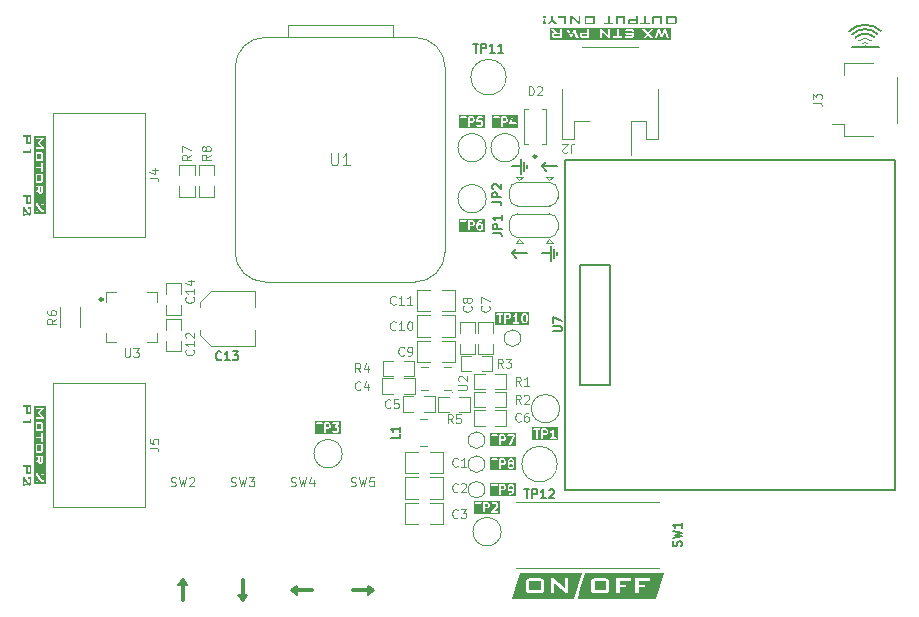
<source format=gbr>
%TF.GenerationSoftware,KiCad,Pcbnew,7.0.8*%
%TF.CreationDate,2023-11-01T10:57:13-04:00*%
%TF.ProjectId,destinationAutomation_v4.5,64657374-696e-4617-9469-6f6e4175746f,04.5*%
%TF.SameCoordinates,Original*%
%TF.FileFunction,Legend,Top*%
%TF.FilePolarity,Positive*%
%FSLAX46Y46*%
G04 Gerber Fmt 4.6, Leading zero omitted, Abs format (unit mm)*
G04 Created by KiCad (PCBNEW 7.0.8) date 2023-11-01 10:57:13*
%MOMM*%
%LPD*%
G01*
G04 APERTURE LIST*
%ADD10C,0.150000*%
%ADD11C,0.130000*%
%ADD12C,0.300000*%
%ADD13C,0.110000*%
%ADD14C,0.140000*%
%ADD15C,0.120000*%
%ADD16C,0.100000*%
%ADD17C,0.050000*%
%ADD18C,0.250000*%
%ADD19C,0.200000*%
G04 APERTURE END LIST*
D10*
X126301500Y-95694500D02*
X126301500Y-95948500D01*
X127571500Y-95821500D02*
X128841500Y-95821500D01*
D11*
X154939999Y-84581998D02*
G75*
G03*
X154131776Y-84916775I1J-1143002D01*
G01*
D10*
X156287039Y-84377964D02*
G75*
G03*
X154940001Y-83820002I-1347039J-1347036D01*
G01*
D12*
X97155000Y-132524500D02*
X97155000Y-130873500D01*
D10*
X125031500Y-103187500D02*
X126301500Y-103187500D01*
X97536000Y-131254500D02*
X96774000Y-131254500D01*
X97155000Y-130746500D01*
X97536000Y-131254500D01*
G36*
X97536000Y-131254500D02*
G01*
X96774000Y-131254500D01*
X97155000Y-130746500D01*
X97536000Y-131254500D01*
G37*
X125793500Y-95186500D02*
X125793500Y-96456500D01*
D13*
X155209408Y-85455595D02*
G75*
G03*
X154940001Y-85344002I-269408J-269405D01*
G01*
D10*
X125031500Y-95821500D02*
X125793500Y-95821500D01*
X102235000Y-132651500D02*
X101854000Y-132143500D01*
X102616000Y-132143500D01*
X102235000Y-132651500D01*
G36*
X102235000Y-132651500D02*
G01*
X101854000Y-132143500D01*
X102616000Y-132143500D01*
X102235000Y-132651500D01*
G37*
X125031500Y-103187500D02*
X125412500Y-102806500D01*
X128841500Y-103060500D02*
X128841500Y-103314500D01*
X127571500Y-103187500D02*
X128333500Y-103187500D01*
D14*
X156017631Y-84647372D02*
G75*
G03*
X154940001Y-84201002I-1077631J-1077628D01*
G01*
D15*
X154940001Y-84963005D02*
G75*
G03*
X154401187Y-85186190I-1J-761995D01*
G01*
D10*
X127571500Y-95821500D02*
X127952500Y-96202500D01*
D13*
X154939999Y-85343997D02*
G75*
G03*
X154670592Y-85455589I1J-381003D01*
G01*
D12*
X108140500Y-131699000D02*
X106489500Y-131699000D01*
D14*
X154939999Y-84200997D02*
G75*
G03*
X153862368Y-84647366I1J-1524003D01*
G01*
D10*
X126047500Y-95440500D02*
X126047500Y-96202500D01*
X125031500Y-103187500D02*
X125412500Y-103568500D01*
X128587500Y-102806500D02*
X128587500Y-103568500D01*
X128333500Y-102552500D02*
X128333500Y-103822500D01*
X153797001Y-85725002D02*
X156083001Y-85725002D01*
X127571500Y-95821500D02*
X127952500Y-95440500D01*
D11*
X155748223Y-84916780D02*
G75*
G03*
X154940001Y-84582002I-808223J-808220D01*
G01*
D12*
X102235000Y-130873500D02*
X102235000Y-132524500D01*
D10*
X106870500Y-132080000D02*
X106362500Y-131699000D01*
X106870500Y-131318000D01*
X106870500Y-132080000D01*
G36*
X106870500Y-132080000D02*
G01*
X106362500Y-131699000D01*
X106870500Y-131318000D01*
X106870500Y-132080000D01*
G37*
X154940004Y-83820012D02*
G75*
G03*
X153592966Y-84377974I-4J-1904988D01*
G01*
X113347500Y-131699000D02*
X112839500Y-132080000D01*
X112839500Y-131318000D01*
X113347500Y-131699000D01*
G36*
X113347500Y-131699000D02*
G01*
X112839500Y-132080000D01*
X112839500Y-131318000D01*
X113347500Y-131699000D01*
G37*
D15*
X155478815Y-85186188D02*
G75*
G03*
X154940001Y-84963002I-538815J-538812D01*
G01*
D10*
X154990801Y-85648802D02*
G75*
G03*
X154990801Y-85648802I-50800J0D01*
G01*
D12*
X111569500Y-131699000D02*
X113220500Y-131699000D01*
D10*
G36*
X84348050Y-116621591D02*
G01*
X84347921Y-116632183D01*
X84347531Y-116642402D01*
X84346883Y-116652249D01*
X84345423Y-116666322D01*
X84343379Y-116679557D01*
X84340752Y-116691956D01*
X84337540Y-116703517D01*
X84333745Y-116714241D01*
X84329366Y-116724128D01*
X84324403Y-116733177D01*
X84318856Y-116741390D01*
X84314833Y-116746400D01*
X84305957Y-116755444D01*
X84295813Y-116763283D01*
X84287374Y-116768370D01*
X84278222Y-116772780D01*
X84268357Y-116776511D01*
X84257780Y-116779563D01*
X84246490Y-116781937D01*
X84234487Y-116783633D01*
X84221772Y-116784651D01*
X84208344Y-116784990D01*
X84050074Y-116784990D01*
X84036688Y-116784651D01*
X84024005Y-116783633D01*
X84012027Y-116781937D01*
X84000752Y-116779563D01*
X83990182Y-116776511D01*
X83980316Y-116772780D01*
X83971154Y-116768370D01*
X83962696Y-116763283D01*
X83952514Y-116755444D01*
X83943584Y-116746400D01*
X83935799Y-116736008D01*
X83930641Y-116727237D01*
X83926067Y-116717630D01*
X83922078Y-116707185D01*
X83918672Y-116695902D01*
X83915849Y-116683783D01*
X83913611Y-116670826D01*
X83911957Y-116657033D01*
X83910886Y-116642402D01*
X83910497Y-116632183D01*
X83910367Y-116621591D01*
X83910367Y-116169010D01*
X84035420Y-116169010D01*
X84035420Y-116547097D01*
X84035610Y-116557592D01*
X84036386Y-116569487D01*
X84037757Y-116580023D01*
X84040190Y-116590870D01*
X84044114Y-116601052D01*
X84047632Y-116606693D01*
X84055051Y-116613745D01*
X84064851Y-116618783D01*
X84075380Y-116621538D01*
X84085855Y-116622671D01*
X84091595Y-116622813D01*
X84167311Y-116622813D01*
X84178207Y-116622246D01*
X84189292Y-116620152D01*
X84198623Y-116616516D01*
X84207141Y-116610471D01*
X84210542Y-116606693D01*
X84215991Y-116597015D01*
X84219057Y-116587472D01*
X84221246Y-116575972D01*
X84222402Y-116564892D01*
X84222889Y-116555050D01*
X84222998Y-116547097D01*
X84222998Y-116169010D01*
X84035420Y-116169010D01*
X83910367Y-116169010D01*
X83629000Y-116169010D01*
X83629000Y-116003657D01*
X84348050Y-116003657D01*
X84348050Y-116621591D01*
G37*
G36*
X83629000Y-117355053D02*
G01*
X84206878Y-117355053D01*
X84206878Y-117201180D01*
X84302133Y-117201180D01*
X84348050Y-117507460D01*
X83629000Y-117507460D01*
X83629000Y-117355053D01*
G37*
G36*
X84348050Y-93761591D02*
G01*
X84347921Y-93772183D01*
X84347531Y-93782402D01*
X84346883Y-93792249D01*
X84345423Y-93806322D01*
X84343379Y-93819557D01*
X84340752Y-93831956D01*
X84337540Y-93843517D01*
X84333745Y-93854241D01*
X84329366Y-93864128D01*
X84324403Y-93873177D01*
X84318856Y-93881390D01*
X84314833Y-93886400D01*
X84305957Y-93895444D01*
X84295813Y-93903283D01*
X84287374Y-93908370D01*
X84278222Y-93912780D01*
X84268357Y-93916511D01*
X84257780Y-93919563D01*
X84246490Y-93921937D01*
X84234487Y-93923633D01*
X84221772Y-93924651D01*
X84208344Y-93924990D01*
X84050074Y-93924990D01*
X84036688Y-93924651D01*
X84024005Y-93923633D01*
X84012027Y-93921937D01*
X84000752Y-93919563D01*
X83990182Y-93916511D01*
X83980316Y-93912780D01*
X83971154Y-93908370D01*
X83962696Y-93903283D01*
X83952514Y-93895444D01*
X83943584Y-93886400D01*
X83935799Y-93876008D01*
X83930641Y-93867237D01*
X83926067Y-93857630D01*
X83922078Y-93847185D01*
X83918672Y-93835902D01*
X83915849Y-93823783D01*
X83913611Y-93810826D01*
X83911957Y-93797033D01*
X83910886Y-93782402D01*
X83910497Y-93772183D01*
X83910367Y-93761591D01*
X83910367Y-93309010D01*
X84035420Y-93309010D01*
X84035420Y-93687097D01*
X84035610Y-93697592D01*
X84036386Y-93709487D01*
X84037757Y-93720023D01*
X84040190Y-93730870D01*
X84044114Y-93741052D01*
X84047632Y-93746693D01*
X84055051Y-93753745D01*
X84064851Y-93758783D01*
X84075380Y-93761538D01*
X84085855Y-93762671D01*
X84091595Y-93762813D01*
X84167311Y-93762813D01*
X84178207Y-93762246D01*
X84189292Y-93760152D01*
X84198623Y-93756516D01*
X84207141Y-93750471D01*
X84210542Y-93746693D01*
X84215991Y-93737015D01*
X84219057Y-93727472D01*
X84221246Y-93715972D01*
X84222402Y-93704892D01*
X84222889Y-93695050D01*
X84222998Y-93687097D01*
X84222998Y-93309010D01*
X84035420Y-93309010D01*
X83910367Y-93309010D01*
X83629000Y-93309010D01*
X83629000Y-93143657D01*
X84348050Y-93143657D01*
X84348050Y-93761591D01*
G37*
G36*
X83629000Y-94495053D02*
G01*
X84206878Y-94495053D01*
X84206878Y-94341180D01*
X84302133Y-94341180D01*
X84348050Y-94647460D01*
X83629000Y-94647460D01*
X83629000Y-94495053D01*
G37*
G36*
X85209577Y-120778290D02*
G01*
X85209321Y-120789466D01*
X85208552Y-120799485D01*
X85206952Y-120809980D01*
X85204152Y-120820120D01*
X85199075Y-120829825D01*
X85193030Y-120836023D01*
X85184040Y-120840879D01*
X85174102Y-120843313D01*
X85163904Y-120843991D01*
X85098935Y-120843991D01*
X85090100Y-120843493D01*
X85079895Y-120841280D01*
X85070568Y-120836673D01*
X85063520Y-120829825D01*
X85062889Y-120828932D01*
X85058561Y-120820120D01*
X85055826Y-120809980D01*
X85054264Y-120799485D01*
X85053512Y-120789466D01*
X85053262Y-120778290D01*
X85053262Y-120448806D01*
X85209577Y-120448806D01*
X85209577Y-120778290D01*
G37*
G36*
X85209577Y-119913426D02*
G01*
X84834420Y-119913426D01*
X84834420Y-119436175D01*
X85209577Y-119436175D01*
X85209577Y-119913426D01*
G37*
G36*
X85209577Y-118087466D02*
G01*
X84834420Y-118087466D01*
X84834420Y-117610216D01*
X85209577Y-117610216D01*
X85209577Y-118087466D01*
G37*
G36*
X85586907Y-122700944D02*
G01*
X84582143Y-122700944D01*
X84582143Y-121784815D01*
X84725000Y-121784815D01*
X84725000Y-122392491D01*
X84725028Y-122398549D01*
X84725255Y-122410290D01*
X84725709Y-122421529D01*
X84726390Y-122432266D01*
X84727299Y-122442502D01*
X84729087Y-122456914D01*
X84731386Y-122470197D01*
X84734196Y-122482350D01*
X84737517Y-122493375D01*
X84741349Y-122503270D01*
X84747252Y-122514708D01*
X84754064Y-122524138D01*
X84759952Y-122530205D01*
X84769165Y-122537366D01*
X84779934Y-122543467D01*
X84789033Y-122547346D01*
X84799008Y-122550628D01*
X84809859Y-122553313D01*
X84821585Y-122555402D01*
X84834188Y-122556894D01*
X84847666Y-122557789D01*
X84862020Y-122558087D01*
X84920882Y-122558087D01*
X84959473Y-122424731D01*
X84850052Y-122424731D01*
X84850052Y-122004877D01*
X85102843Y-122429372D01*
X85109987Y-122440513D01*
X85116945Y-122450855D01*
X85123720Y-122460399D01*
X85130309Y-122469145D01*
X85136714Y-122477092D01*
X85144967Y-122486446D01*
X85152891Y-122494380D01*
X85160488Y-122500894D01*
X85169521Y-122507041D01*
X85173159Y-122508993D01*
X85183097Y-122513322D01*
X85194240Y-122516864D01*
X85204021Y-122519131D01*
X85214573Y-122520894D01*
X85225896Y-122522153D01*
X85237990Y-122522909D01*
X85250854Y-122523161D01*
X85299703Y-122523161D01*
X85309878Y-122523028D01*
X85324372Y-122522332D01*
X85337942Y-122521039D01*
X85350590Y-122519149D01*
X85362314Y-122516663D01*
X85373115Y-122513579D01*
X85382994Y-122509899D01*
X85394729Y-122504064D01*
X85404823Y-122497168D01*
X85413276Y-122489211D01*
X85418776Y-122482329D01*
X85425267Y-122471403D01*
X85429505Y-122461896D01*
X85433201Y-122451264D01*
X85436357Y-122439508D01*
X85438971Y-122426626D01*
X85441045Y-122412620D01*
X85442127Y-122402657D01*
X85442969Y-122392195D01*
X85443570Y-122381233D01*
X85443930Y-122369771D01*
X85444050Y-122357808D01*
X85444050Y-121986559D01*
X85444020Y-121980501D01*
X85443780Y-121968762D01*
X85443299Y-121957527D01*
X85442578Y-121946795D01*
X85441616Y-121936568D01*
X85439723Y-121922171D01*
X85437288Y-121908907D01*
X85434313Y-121896777D01*
X85430797Y-121885780D01*
X85426740Y-121875917D01*
X85420489Y-121864529D01*
X85413276Y-121855157D01*
X85409254Y-121851105D01*
X85399981Y-121843785D01*
X85389066Y-121837511D01*
X85379803Y-121833492D01*
X85369617Y-121830061D01*
X85358508Y-121827218D01*
X85346476Y-121824963D01*
X85333521Y-121823296D01*
X85319643Y-121822218D01*
X85309878Y-121821826D01*
X85299703Y-121821695D01*
X85201517Y-121821695D01*
X85162683Y-121964577D01*
X85318998Y-121964577D01*
X85318998Y-122376127D01*
X85225209Y-122376127D01*
X84919417Y-121876406D01*
X84917423Y-121873230D01*
X84911513Y-121864068D01*
X84905711Y-121855450D01*
X84900016Y-121847378D01*
X84892589Y-121837463D01*
X84885354Y-121828518D01*
X84878309Y-121820542D01*
X84869771Y-121811935D01*
X84861531Y-121804843D01*
X84852980Y-121799073D01*
X84843356Y-121794281D01*
X84832659Y-121790467D01*
X84820888Y-121787631D01*
X84810698Y-121786066D01*
X84799822Y-121785128D01*
X84788258Y-121784815D01*
X84725000Y-121784815D01*
X84582143Y-121784815D01*
X84582143Y-120306657D01*
X84725000Y-120306657D01*
X84725000Y-120448806D01*
X84943841Y-120448806D01*
X84943841Y-120584850D01*
X84725000Y-120833000D01*
X84725000Y-121040118D01*
X84943841Y-120758506D01*
X84943841Y-120839839D01*
X84943952Y-120848810D01*
X84944533Y-120861677D01*
X84945612Y-120873835D01*
X84947189Y-120885284D01*
X84949264Y-120896025D01*
X84951837Y-120906058D01*
X84954908Y-120915383D01*
X84959778Y-120926713D01*
X84965533Y-120936784D01*
X84972173Y-120945596D01*
X84979810Y-120953324D01*
X84988553Y-120960022D01*
X84998403Y-120965689D01*
X85009359Y-120970326D01*
X85021423Y-120973932D01*
X85031196Y-120975961D01*
X85041593Y-120977410D01*
X85052611Y-120978279D01*
X85064253Y-120978569D01*
X85197121Y-120978569D01*
X85208895Y-120978279D01*
X85220039Y-120977410D01*
X85230551Y-120975961D01*
X85240432Y-120973932D01*
X85252625Y-120970326D01*
X85263696Y-120965689D01*
X85273645Y-120960022D01*
X85282472Y-120953324D01*
X85290177Y-120945596D01*
X85293667Y-120941348D01*
X85299972Y-120931906D01*
X85305376Y-120921205D01*
X85309879Y-120909245D01*
X85312665Y-120899448D01*
X85314945Y-120888943D01*
X85316718Y-120877730D01*
X85317985Y-120865808D01*
X85318745Y-120853178D01*
X85318998Y-120839839D01*
X85318998Y-120306657D01*
X84725000Y-120306657D01*
X84582143Y-120306657D01*
X84582143Y-119903656D01*
X84725000Y-119903656D01*
X84725111Y-119914723D01*
X84725446Y-119925333D01*
X84726004Y-119935484D01*
X84727260Y-119949852D01*
X84729018Y-119963190D01*
X84731278Y-119975498D01*
X84734041Y-119986775D01*
X84737306Y-119997022D01*
X84741074Y-120006238D01*
X84746878Y-120016924D01*
X84753576Y-120025778D01*
X84759422Y-120031452D01*
X84768593Y-120038150D01*
X84779335Y-120043855D01*
X84788424Y-120047483D01*
X84798398Y-120050553D01*
X84809256Y-120053064D01*
X84820998Y-120055018D01*
X84833625Y-120056413D01*
X84847136Y-120057250D01*
X84861531Y-120057529D01*
X85178314Y-120057529D01*
X85188279Y-120057407D01*
X85202467Y-120056766D01*
X85215744Y-120055575D01*
X85228112Y-120053835D01*
X85239570Y-120051545D01*
X85250117Y-120048706D01*
X85259754Y-120045317D01*
X85271188Y-120039944D01*
X85281003Y-120033593D01*
X85289200Y-120026266D01*
X85291034Y-120024268D01*
X85297785Y-120015094D01*
X85303605Y-120004027D01*
X85307358Y-119994484D01*
X85310588Y-119983877D01*
X85313295Y-119972205D01*
X85315477Y-119959468D01*
X85317136Y-119945666D01*
X85317951Y-119935873D01*
X85318533Y-119925608D01*
X85318882Y-119914869D01*
X85318998Y-119903656D01*
X85318998Y-119445701D01*
X85318882Y-119434575D01*
X85318533Y-119423914D01*
X85317951Y-119413716D01*
X85316641Y-119399288D01*
X85314808Y-119385903D01*
X85312451Y-119373562D01*
X85309570Y-119362264D01*
X85306165Y-119352010D01*
X85302237Y-119342798D01*
X85296184Y-119332139D01*
X85289200Y-119323335D01*
X85281003Y-119315951D01*
X85271188Y-119309551D01*
X85259754Y-119304135D01*
X85250117Y-119300720D01*
X85239570Y-119297859D01*
X85228112Y-119295551D01*
X85215744Y-119293797D01*
X85202467Y-119292597D01*
X85188279Y-119291951D01*
X85178314Y-119291828D01*
X84861531Y-119291828D01*
X84851836Y-119291951D01*
X84838030Y-119292597D01*
X84825109Y-119293797D01*
X84813071Y-119295551D01*
X84801919Y-119297859D01*
X84791651Y-119300720D01*
X84782267Y-119304135D01*
X84771131Y-119309551D01*
X84761567Y-119315951D01*
X84753576Y-119323335D01*
X84746878Y-119332139D01*
X84741074Y-119342798D01*
X84737306Y-119352010D01*
X84734041Y-119362264D01*
X84731278Y-119373562D01*
X84729018Y-119385903D01*
X84727260Y-119399288D01*
X84726004Y-119413716D01*
X84725446Y-119423914D01*
X84725111Y-119434575D01*
X84725095Y-119436175D01*
X84725000Y-119445701D01*
X84725000Y-119903656D01*
X84582143Y-119903656D01*
X84582143Y-118833384D01*
X84725000Y-118833384D01*
X85209577Y-118833384D01*
X85209577Y-119119881D01*
X85318998Y-119119881D01*
X85318998Y-118403517D01*
X85209577Y-118403517D01*
X85209577Y-118689281D01*
X84725000Y-118689281D01*
X84725000Y-118833384D01*
X84582143Y-118833384D01*
X84582143Y-118077697D01*
X84725000Y-118077697D01*
X84725111Y-118088764D01*
X84725446Y-118099373D01*
X84726004Y-118109525D01*
X84727260Y-118123893D01*
X84729018Y-118137231D01*
X84731278Y-118149538D01*
X84734041Y-118160816D01*
X84737306Y-118171062D01*
X84741074Y-118180279D01*
X84746878Y-118190964D01*
X84753576Y-118199818D01*
X84759422Y-118205492D01*
X84768593Y-118212190D01*
X84779335Y-118217895D01*
X84788424Y-118221523D01*
X84798398Y-118224593D01*
X84809256Y-118227105D01*
X84820998Y-118229058D01*
X84833625Y-118230453D01*
X84847136Y-118231291D01*
X84861531Y-118231570D01*
X85178314Y-118231570D01*
X85188279Y-118231448D01*
X85202467Y-118230806D01*
X85215744Y-118229616D01*
X85228112Y-118227876D01*
X85239570Y-118225586D01*
X85250117Y-118222746D01*
X85259754Y-118219358D01*
X85271188Y-118213984D01*
X85281003Y-118207634D01*
X85289200Y-118200307D01*
X85291034Y-118198309D01*
X85297785Y-118189134D01*
X85303605Y-118178067D01*
X85307358Y-118168525D01*
X85310588Y-118157917D01*
X85313295Y-118146245D01*
X85315477Y-118133508D01*
X85317136Y-118119706D01*
X85317951Y-118109914D01*
X85318533Y-118099648D01*
X85318882Y-118088909D01*
X85318998Y-118077697D01*
X85318998Y-117619741D01*
X85318882Y-117608616D01*
X85318533Y-117597954D01*
X85317951Y-117587756D01*
X85316641Y-117573328D01*
X85314808Y-117559944D01*
X85312451Y-117547603D01*
X85309570Y-117536305D01*
X85306165Y-117526050D01*
X85302237Y-117516839D01*
X85296184Y-117506180D01*
X85289200Y-117497376D01*
X85281003Y-117489991D01*
X85271188Y-117483591D01*
X85259754Y-117478176D01*
X85250117Y-117474761D01*
X85239570Y-117471899D01*
X85228112Y-117469591D01*
X85215744Y-117467838D01*
X85202467Y-117466638D01*
X85188279Y-117465991D01*
X85178314Y-117465868D01*
X84861531Y-117465868D01*
X84851836Y-117465991D01*
X84838030Y-117466638D01*
X84825109Y-117467838D01*
X84813071Y-117469591D01*
X84801919Y-117471899D01*
X84791651Y-117474761D01*
X84782267Y-117478176D01*
X84771131Y-117483591D01*
X84761567Y-117489991D01*
X84753576Y-117497376D01*
X84746878Y-117506180D01*
X84741074Y-117516839D01*
X84737306Y-117526050D01*
X84734041Y-117536305D01*
X84731278Y-117547603D01*
X84729018Y-117559944D01*
X84727260Y-117573328D01*
X84726004Y-117587756D01*
X84725446Y-117597954D01*
X84725111Y-117608616D01*
X84725095Y-117610216D01*
X84725000Y-117619741D01*
X84725000Y-118077697D01*
X84582143Y-118077697D01*
X84582143Y-116236106D01*
X84725000Y-116236106D01*
X84725000Y-116372149D01*
X85172452Y-116372149D01*
X85176685Y-116372130D01*
X85187432Y-116371915D01*
X85197309Y-116371518D01*
X85207379Y-116370928D01*
X85216676Y-116370378D01*
X85226491Y-116369706D01*
X85236826Y-116368913D01*
X85247679Y-116367997D01*
X85240259Y-116371164D01*
X85230582Y-116375751D01*
X85221851Y-116380316D01*
X85212997Y-116385338D01*
X85209676Y-116387392D01*
X85200589Y-116393246D01*
X85192363Y-116398819D01*
X85183880Y-116404813D01*
X85175139Y-116411228D01*
X84818789Y-116683314D01*
X84818789Y-116716776D01*
X85173674Y-116988129D01*
X85177416Y-116990702D01*
X85185831Y-116996169D01*
X85194465Y-117001456D01*
X85202983Y-117006448D01*
X85210012Y-117010415D01*
X85219082Y-117015347D01*
X85229086Y-117020606D01*
X85238406Y-117025374D01*
X85248412Y-117030383D01*
X85245408Y-117030051D01*
X85235178Y-117028949D01*
X85225392Y-117027941D01*
X85214752Y-117026903D01*
X85204692Y-117025987D01*
X85203478Y-117025882D01*
X85193148Y-117025085D01*
X85182940Y-117024518D01*
X85172452Y-117024277D01*
X84725000Y-117024277D01*
X84725000Y-117180104D01*
X85444050Y-117180104D01*
X85444050Y-117045526D01*
X85014427Y-116712623D01*
X85444050Y-116372149D01*
X85444050Y-116236106D01*
X84725000Y-116236106D01*
X84582143Y-116236106D01*
X84582143Y-116093249D01*
X85586907Y-116093249D01*
X85586907Y-122700944D01*
G37*
G36*
X84348050Y-98841591D02*
G01*
X84347921Y-98852183D01*
X84347531Y-98862402D01*
X84346883Y-98872249D01*
X84345423Y-98886322D01*
X84343379Y-98899557D01*
X84340752Y-98911956D01*
X84337540Y-98923517D01*
X84333745Y-98934241D01*
X84329366Y-98944128D01*
X84324403Y-98953177D01*
X84318856Y-98961390D01*
X84314833Y-98966400D01*
X84305957Y-98975444D01*
X84295813Y-98983283D01*
X84287374Y-98988370D01*
X84278222Y-98992780D01*
X84268357Y-98996511D01*
X84257780Y-98999563D01*
X84246490Y-99001937D01*
X84234487Y-99003633D01*
X84221772Y-99004651D01*
X84208344Y-99004990D01*
X84050074Y-99004990D01*
X84036688Y-99004651D01*
X84024005Y-99003633D01*
X84012027Y-99001937D01*
X84000752Y-98999563D01*
X83990182Y-98996511D01*
X83980316Y-98992780D01*
X83971154Y-98988370D01*
X83962696Y-98983283D01*
X83952514Y-98975444D01*
X83943584Y-98966400D01*
X83935799Y-98956008D01*
X83930641Y-98947237D01*
X83926067Y-98937630D01*
X83922078Y-98927185D01*
X83918672Y-98915902D01*
X83915849Y-98903783D01*
X83913611Y-98890826D01*
X83911957Y-98877033D01*
X83910886Y-98862402D01*
X83910497Y-98852183D01*
X83910367Y-98841591D01*
X83910367Y-98389010D01*
X84035420Y-98389010D01*
X84035420Y-98767097D01*
X84035610Y-98777592D01*
X84036386Y-98789487D01*
X84037757Y-98800023D01*
X84040190Y-98810870D01*
X84044114Y-98821052D01*
X84047632Y-98826693D01*
X84055051Y-98833745D01*
X84064851Y-98838783D01*
X84075380Y-98841538D01*
X84085855Y-98842671D01*
X84091595Y-98842813D01*
X84167311Y-98842813D01*
X84178207Y-98842246D01*
X84189292Y-98840152D01*
X84198623Y-98836516D01*
X84207141Y-98830471D01*
X84210542Y-98826693D01*
X84215991Y-98817015D01*
X84219057Y-98807472D01*
X84221246Y-98795972D01*
X84222402Y-98784892D01*
X84222889Y-98775050D01*
X84222998Y-98767097D01*
X84222998Y-98389010D01*
X84035420Y-98389010D01*
X83910367Y-98389010D01*
X83629000Y-98389010D01*
X83629000Y-98223657D01*
X84348050Y-98223657D01*
X84348050Y-98841591D01*
G37*
G36*
X84203703Y-99275611D02*
G01*
X84213878Y-99275742D01*
X84223643Y-99276134D01*
X84237521Y-99277212D01*
X84250476Y-99278879D01*
X84262508Y-99281133D01*
X84273617Y-99283976D01*
X84283803Y-99287407D01*
X84293066Y-99291427D01*
X84303981Y-99297701D01*
X84313254Y-99305020D01*
X84317276Y-99309072D01*
X84324489Y-99318445D01*
X84330740Y-99329833D01*
X84334797Y-99339696D01*
X84338313Y-99350693D01*
X84341288Y-99362823D01*
X84343723Y-99376086D01*
X84345616Y-99390483D01*
X84346578Y-99400711D01*
X84347299Y-99411442D01*
X84347780Y-99422678D01*
X84348020Y-99434417D01*
X84348050Y-99440475D01*
X84348050Y-99811724D01*
X84347930Y-99823686D01*
X84347570Y-99835149D01*
X84346969Y-99846111D01*
X84346127Y-99856573D01*
X84345045Y-99866536D01*
X84342971Y-99880542D01*
X84340357Y-99893423D01*
X84337201Y-99905180D01*
X84333505Y-99915812D01*
X84329267Y-99925318D01*
X84322776Y-99936245D01*
X84317276Y-99943127D01*
X84308823Y-99951084D01*
X84298729Y-99957980D01*
X84286994Y-99963815D01*
X84277115Y-99967495D01*
X84266314Y-99970578D01*
X84254590Y-99973065D01*
X84241942Y-99974955D01*
X84228372Y-99976248D01*
X84213878Y-99976944D01*
X84203703Y-99977076D01*
X84154854Y-99977076D01*
X84141990Y-99976825D01*
X84129896Y-99976069D01*
X84118573Y-99974810D01*
X84108021Y-99973046D01*
X84098240Y-99970780D01*
X84087097Y-99967238D01*
X84077159Y-99962908D01*
X84073521Y-99960956D01*
X84064488Y-99954810D01*
X84056891Y-99948295D01*
X84048967Y-99940361D01*
X84040714Y-99931008D01*
X84034309Y-99923061D01*
X84027720Y-99914315D01*
X84020945Y-99904771D01*
X84013987Y-99894428D01*
X84006843Y-99883287D01*
X83754052Y-99458793D01*
X83754052Y-99878647D01*
X83863473Y-99878647D01*
X83824882Y-100012003D01*
X83766020Y-100012003D01*
X83751666Y-100011705D01*
X83738188Y-100010810D01*
X83725585Y-100009318D01*
X83713859Y-100007229D01*
X83703008Y-100004544D01*
X83693033Y-100001261D01*
X83683934Y-99997382D01*
X83673165Y-99991282D01*
X83663952Y-99984121D01*
X83658064Y-99978053D01*
X83651252Y-99968623D01*
X83645349Y-99957186D01*
X83641517Y-99947291D01*
X83638196Y-99936266D01*
X83635386Y-99924112D01*
X83633087Y-99910829D01*
X83631299Y-99896417D01*
X83630390Y-99886182D01*
X83629709Y-99875445D01*
X83629255Y-99864206D01*
X83629028Y-99852465D01*
X83629000Y-99846407D01*
X83629000Y-99238730D01*
X83692258Y-99238730D01*
X83703822Y-99239043D01*
X83714698Y-99239982D01*
X83724888Y-99241547D01*
X83736659Y-99244383D01*
X83747356Y-99248197D01*
X83756980Y-99252989D01*
X83765531Y-99258758D01*
X83773771Y-99265851D01*
X83782309Y-99274458D01*
X83789354Y-99282434D01*
X83796589Y-99291379D01*
X83804016Y-99301294D01*
X83809711Y-99309366D01*
X83815513Y-99317983D01*
X83821423Y-99327146D01*
X83823417Y-99330321D01*
X84129209Y-99830042D01*
X84222998Y-99830042D01*
X84222998Y-99418493D01*
X84066683Y-99418493D01*
X84105517Y-99275611D01*
X84203703Y-99275611D01*
G37*
G36*
X129077459Y-84810998D02*
G01*
X128699371Y-84810998D01*
X128691419Y-84810884D01*
X128681576Y-84810379D01*
X128670497Y-84809178D01*
X128658997Y-84806902D01*
X128649454Y-84803717D01*
X128639776Y-84798053D01*
X128635132Y-84793619D01*
X128629339Y-84784590D01*
X128625923Y-84774736D01*
X128624223Y-84764838D01*
X128623656Y-84753601D01*
X128623656Y-84665918D01*
X128623908Y-84658102D01*
X128625230Y-84647523D01*
X128628205Y-84636918D01*
X128632723Y-84628182D01*
X128639776Y-84620489D01*
X128645417Y-84616830D01*
X128655598Y-84612749D01*
X128666446Y-84610219D01*
X128676981Y-84608793D01*
X128688876Y-84607987D01*
X128699371Y-84607788D01*
X129077459Y-84607788D01*
X129077459Y-84810998D01*
G37*
G36*
X131439776Y-84810998D02*
G01*
X131061688Y-84810998D01*
X131053735Y-84810889D01*
X131043893Y-84810402D01*
X131032814Y-84809246D01*
X131021314Y-84807057D01*
X131011771Y-84803991D01*
X131002093Y-84798542D01*
X130998315Y-84795141D01*
X130992270Y-84786623D01*
X130988633Y-84777292D01*
X130986539Y-84766207D01*
X130985973Y-84755311D01*
X130985973Y-84679595D01*
X130986114Y-84673855D01*
X130987248Y-84663380D01*
X130990003Y-84652851D01*
X130995040Y-84643051D01*
X131002093Y-84635632D01*
X131007734Y-84632114D01*
X131017915Y-84628190D01*
X131028763Y-84625757D01*
X131039298Y-84624386D01*
X131051193Y-84623610D01*
X131061688Y-84623420D01*
X131439776Y-84623420D01*
X131439776Y-84810998D01*
G37*
G36*
X138483226Y-85078907D02*
G01*
X128242906Y-85078907D01*
X128242906Y-84217000D01*
X128385763Y-84217000D01*
X128719155Y-84482736D01*
X128624877Y-84482736D01*
X128614286Y-84482867D01*
X128604067Y-84483262D01*
X128589436Y-84484349D01*
X128575642Y-84486027D01*
X128562686Y-84488298D01*
X128550566Y-84491162D01*
X128539284Y-84494618D01*
X128528839Y-84498667D01*
X128519231Y-84503308D01*
X128510461Y-84508542D01*
X128500069Y-84516441D01*
X128497695Y-84518602D01*
X128488952Y-84528028D01*
X128483186Y-84535920D01*
X128478098Y-84544515D01*
X128473689Y-84553814D01*
X128469958Y-84563818D01*
X128466905Y-84574525D01*
X128464531Y-84585937D01*
X128462835Y-84598053D01*
X128461818Y-84610873D01*
X128461479Y-84624397D01*
X128461479Y-84753601D01*
X128461479Y-84795855D01*
X128461818Y-84809329D01*
X128462835Y-84822090D01*
X128464531Y-84834139D01*
X128466905Y-84845475D01*
X128469958Y-84856098D01*
X128473689Y-84866008D01*
X128478098Y-84875206D01*
X128483186Y-84883691D01*
X128491024Y-84893896D01*
X128500069Y-84902833D01*
X128505079Y-84906856D01*
X128513291Y-84912403D01*
X128522341Y-84917366D01*
X128532228Y-84921745D01*
X128542952Y-84925540D01*
X128554513Y-84928752D01*
X128566911Y-84931379D01*
X128580147Y-84933423D01*
X128594220Y-84934883D01*
X128604067Y-84935531D01*
X128614286Y-84935921D01*
X128624877Y-84936050D01*
X129242812Y-84936050D01*
X129494626Y-84936050D01*
X129644835Y-84936050D01*
X129819957Y-84453671D01*
X130015352Y-84936050D01*
X130133077Y-84936050D01*
X130325052Y-84453671D01*
X130508234Y-84936050D01*
X130681890Y-84936050D01*
X130627839Y-84796344D01*
X130823795Y-84796344D01*
X130824135Y-84809772D01*
X130825152Y-84822487D01*
X130826848Y-84834490D01*
X130829222Y-84845780D01*
X130832275Y-84856357D01*
X130836006Y-84866222D01*
X130840415Y-84875374D01*
X130845503Y-84883813D01*
X130853341Y-84893957D01*
X130862386Y-84902833D01*
X130867396Y-84906856D01*
X130875608Y-84912403D01*
X130884658Y-84917366D01*
X130894545Y-84921745D01*
X130905269Y-84925540D01*
X130916830Y-84928752D01*
X130929228Y-84931379D01*
X130942464Y-84933423D01*
X130956537Y-84934883D01*
X130966384Y-84935531D01*
X130976603Y-84935921D01*
X130987194Y-84936050D01*
X131605128Y-84936050D01*
X131605128Y-84217000D01*
X132514444Y-84217000D01*
X132514444Y-84936050D01*
X132665631Y-84936050D01*
X132665631Y-84558451D01*
X132665554Y-84550895D01*
X132665286Y-84540679D01*
X132664885Y-84530073D01*
X132664410Y-84519616D01*
X132663766Y-84508937D01*
X132663085Y-84498136D01*
X132662445Y-84488250D01*
X132661722Y-84477257D01*
X132660915Y-84465158D01*
X132660255Y-84455357D01*
X132659547Y-84444933D01*
X132658792Y-84433887D01*
X132659818Y-84435122D01*
X132667188Y-84443703D01*
X132673765Y-84450964D01*
X132680583Y-84458140D01*
X132687641Y-84465229D01*
X132694940Y-84472233D01*
X132699981Y-84476973D01*
X132707901Y-84484226D01*
X132716250Y-84491651D01*
X132725029Y-84499247D01*
X132732672Y-84505708D01*
X132740613Y-84512289D01*
X133249371Y-84936050D01*
X133364165Y-84936050D01*
X133567864Y-84936050D01*
X134400488Y-84936050D01*
X134400488Y-84810998D01*
X134069050Y-84810998D01*
X134069050Y-84483713D01*
X134585380Y-84483713D01*
X134585416Y-84489804D01*
X134585708Y-84501621D01*
X134586292Y-84512951D01*
X134587168Y-84523795D01*
X134588336Y-84534153D01*
X134589795Y-84544024D01*
X134592532Y-84557918D01*
X134595926Y-84570717D01*
X134599977Y-84582421D01*
X134604685Y-84593031D01*
X134610049Y-84602545D01*
X134616070Y-84610965D01*
X134622749Y-84618290D01*
X134630315Y-84624794D01*
X134639092Y-84630658D01*
X134649080Y-84635882D01*
X134660278Y-84640467D01*
X134672687Y-84644412D01*
X134686307Y-84647717D01*
X134696060Y-84649565D01*
X134706350Y-84651129D01*
X134717179Y-84652408D01*
X134728546Y-84653403D01*
X134740451Y-84654114D01*
X134752894Y-84654541D01*
X134765875Y-84654683D01*
X135216259Y-84654683D01*
X135216259Y-84810998D01*
X134743405Y-84810998D01*
X134743405Y-84732840D01*
X134594905Y-84766057D01*
X134594905Y-84780468D01*
X134594943Y-84785866D01*
X134595246Y-84796351D01*
X134595853Y-84806422D01*
X134597332Y-84820753D01*
X134599494Y-84834151D01*
X134602338Y-84846618D01*
X134605865Y-84858154D01*
X134610075Y-84868758D01*
X134614967Y-84878430D01*
X134620542Y-84887170D01*
X134626799Y-84894979D01*
X134633740Y-84901856D01*
X134638811Y-84905997D01*
X134647344Y-84911707D01*
X134656989Y-84916816D01*
X134667745Y-84921324D01*
X134679614Y-84925231D01*
X134692595Y-84928537D01*
X134706688Y-84931242D01*
X134716701Y-84932711D01*
X134727208Y-84933913D01*
X134738210Y-84934848D01*
X134749705Y-84935516D01*
X134761695Y-84935917D01*
X134774179Y-84936050D01*
X135184263Y-84936050D01*
X135197154Y-84935912D01*
X135209512Y-84935497D01*
X135221335Y-84934805D01*
X135232623Y-84933837D01*
X135243377Y-84932592D01*
X135253597Y-84931070D01*
X135263283Y-84929272D01*
X135276810Y-84926055D01*
X135289135Y-84922216D01*
X135300257Y-84917755D01*
X135310178Y-84912671D01*
X135318896Y-84906964D01*
X135326412Y-84900635D01*
X135328681Y-84898362D01*
X135335056Y-84890827D01*
X135340783Y-84882219D01*
X135345861Y-84872538D01*
X135350291Y-84861783D01*
X135354073Y-84849955D01*
X135357206Y-84837053D01*
X135359691Y-84823079D01*
X135360988Y-84813166D01*
X135361996Y-84802776D01*
X135362717Y-84791909D01*
X135363149Y-84780565D01*
X135363293Y-84768744D01*
X135363293Y-84687655D01*
X135363257Y-84681459D01*
X135362969Y-84669435D01*
X135362393Y-84657906D01*
X135361528Y-84646871D01*
X135360376Y-84636331D01*
X135358935Y-84626284D01*
X135356234Y-84612141D01*
X135352884Y-84599111D01*
X135348887Y-84587192D01*
X135344240Y-84576384D01*
X135338946Y-84566689D01*
X135333003Y-84558106D01*
X135326412Y-84550635D01*
X135318896Y-84544088D01*
X135310178Y-84538185D01*
X135300257Y-84532925D01*
X135289135Y-84528310D01*
X135276810Y-84524339D01*
X135263283Y-84521011D01*
X135253597Y-84519151D01*
X135243377Y-84517577D01*
X135232623Y-84516289D01*
X135221335Y-84515287D01*
X135209512Y-84514571D01*
X135197154Y-84514142D01*
X135184263Y-84513999D01*
X134733635Y-84513999D01*
X134733635Y-84357683D01*
X135244347Y-84357683D01*
X135244347Y-84435841D01*
X135392602Y-84407753D01*
X135392602Y-84389679D01*
X135392566Y-84383528D01*
X135392276Y-84371592D01*
X135391696Y-84360147D01*
X135390826Y-84349192D01*
X135389666Y-84338728D01*
X135388215Y-84328754D01*
X135385496Y-84314713D01*
X135382125Y-84301775D01*
X135378100Y-84289940D01*
X135373423Y-84279209D01*
X135368094Y-84269581D01*
X135362112Y-84261057D01*
X135355477Y-84253636D01*
X135347869Y-84247089D01*
X135339060Y-84241185D01*
X135329048Y-84235926D01*
X135317833Y-84231311D01*
X135305417Y-84227339D01*
X135291799Y-84224012D01*
X135282052Y-84222151D01*
X135271771Y-84220577D01*
X135260955Y-84219289D01*
X135249606Y-84218287D01*
X135237722Y-84217572D01*
X135225303Y-84217143D01*
X135212351Y-84217000D01*
X136089916Y-84217000D01*
X136479483Y-84605346D01*
X136164410Y-84936050D01*
X136357850Y-84936050D01*
X136577424Y-84691808D01*
X136808478Y-84936050D01*
X137031227Y-84936050D01*
X137153105Y-84936050D01*
X137303314Y-84936050D01*
X137478436Y-84453671D01*
X137673830Y-84936050D01*
X137791555Y-84936050D01*
X137983530Y-84453671D01*
X138166712Y-84936050D01*
X138340369Y-84936050D01*
X138062176Y-84217000D01*
X137945917Y-84217000D01*
X137744417Y-84714278D01*
X137545359Y-84217000D01*
X137431786Y-84217000D01*
X137153105Y-84936050D01*
X137031227Y-84936050D01*
X136682693Y-84586295D01*
X137025121Y-84217000D01*
X136826796Y-84217000D01*
X136582798Y-84495925D01*
X136318283Y-84217000D01*
X136089916Y-84217000D01*
X135212351Y-84217000D01*
X134765875Y-84217000D01*
X134752894Y-84217143D01*
X134740451Y-84217572D01*
X134728546Y-84218287D01*
X134717179Y-84219289D01*
X134706350Y-84220577D01*
X134696060Y-84222151D01*
X134686307Y-84224012D01*
X134672687Y-84227339D01*
X134660278Y-84231311D01*
X134649080Y-84235926D01*
X134639092Y-84241185D01*
X134630315Y-84247089D01*
X134622749Y-84253636D01*
X134618224Y-84258461D01*
X134611983Y-84266617D01*
X134606400Y-84275877D01*
X134601473Y-84286241D01*
X134597203Y-84297707D01*
X134593591Y-84310278D01*
X134590635Y-84323951D01*
X134589029Y-84333680D01*
X134587715Y-84343899D01*
X134586693Y-84354608D01*
X134585963Y-84365808D01*
X134585526Y-84377499D01*
X134585380Y-84389679D01*
X134585380Y-84483713D01*
X134069050Y-84483713D01*
X134069050Y-84217000D01*
X133900767Y-84217000D01*
X133900767Y-84810998D01*
X133567864Y-84810998D01*
X133567864Y-84936050D01*
X133364165Y-84936050D01*
X133364165Y-84217000D01*
X133212979Y-84217000D01*
X133212979Y-84605346D01*
X133213039Y-84613772D01*
X133213261Y-84624297D01*
X133213647Y-84635571D01*
X133214108Y-84645829D01*
X133214689Y-84656637D01*
X133215390Y-84667931D01*
X133216211Y-84679466D01*
X133216988Y-84689262D01*
X133217848Y-84699225D01*
X133218791Y-84709354D01*
X133219818Y-84719651D01*
X133215161Y-84714356D01*
X133207886Y-84706478D01*
X133200263Y-84698677D01*
X133193195Y-84691808D01*
X133190453Y-84689215D01*
X133182740Y-84682029D01*
X133175515Y-84675416D01*
X133167847Y-84668498D01*
X133159734Y-84661277D01*
X132629239Y-84217000D01*
X132514444Y-84217000D01*
X131605128Y-84217000D01*
X131439776Y-84217000D01*
X131439776Y-84498367D01*
X130987194Y-84498367D01*
X130976603Y-84498497D01*
X130966384Y-84498886D01*
X130951753Y-84499957D01*
X130937959Y-84501611D01*
X130925002Y-84503849D01*
X130912883Y-84506672D01*
X130901601Y-84510078D01*
X130891156Y-84514067D01*
X130881548Y-84518641D01*
X130872778Y-84523799D01*
X130862386Y-84531584D01*
X130853341Y-84540514D01*
X130845503Y-84550696D01*
X130840415Y-84559154D01*
X130836006Y-84568316D01*
X130832275Y-84578182D01*
X130829222Y-84588752D01*
X130826848Y-84600027D01*
X130825152Y-84612005D01*
X130824135Y-84624688D01*
X130823795Y-84638074D01*
X130823795Y-84755311D01*
X130823795Y-84796344D01*
X130627839Y-84796344D01*
X130403698Y-84217000D01*
X130287438Y-84217000D01*
X130085938Y-84714278D01*
X129886880Y-84217000D01*
X129773307Y-84217000D01*
X129494626Y-84936050D01*
X129242812Y-84936050D01*
X129242812Y-84217000D01*
X129077459Y-84217000D01*
X129077459Y-84482736D01*
X128918213Y-84482736D01*
X128627075Y-84217000D01*
X128385763Y-84217000D01*
X128242906Y-84217000D01*
X128242906Y-84074143D01*
X138483226Y-84074143D01*
X138483226Y-85078907D01*
G37*
G36*
X84348050Y-121701591D02*
G01*
X84347921Y-121712183D01*
X84347531Y-121722402D01*
X84346883Y-121732249D01*
X84345423Y-121746322D01*
X84343379Y-121759557D01*
X84340752Y-121771956D01*
X84337540Y-121783517D01*
X84333745Y-121794241D01*
X84329366Y-121804128D01*
X84324403Y-121813177D01*
X84318856Y-121821390D01*
X84314833Y-121826400D01*
X84305957Y-121835444D01*
X84295813Y-121843283D01*
X84287374Y-121848370D01*
X84278222Y-121852780D01*
X84268357Y-121856511D01*
X84257780Y-121859563D01*
X84246490Y-121861937D01*
X84234487Y-121863633D01*
X84221772Y-121864651D01*
X84208344Y-121864990D01*
X84050074Y-121864990D01*
X84036688Y-121864651D01*
X84024005Y-121863633D01*
X84012027Y-121861937D01*
X84000752Y-121859563D01*
X83990182Y-121856511D01*
X83980316Y-121852780D01*
X83971154Y-121848370D01*
X83962696Y-121843283D01*
X83952514Y-121835444D01*
X83943584Y-121826400D01*
X83935799Y-121816008D01*
X83930641Y-121807237D01*
X83926067Y-121797630D01*
X83922078Y-121787185D01*
X83918672Y-121775902D01*
X83915849Y-121763783D01*
X83913611Y-121750826D01*
X83911957Y-121737033D01*
X83910886Y-121722402D01*
X83910497Y-121712183D01*
X83910367Y-121701591D01*
X83910367Y-121249010D01*
X84035420Y-121249010D01*
X84035420Y-121627097D01*
X84035610Y-121637592D01*
X84036386Y-121649487D01*
X84037757Y-121660023D01*
X84040190Y-121670870D01*
X84044114Y-121681052D01*
X84047632Y-121686693D01*
X84055051Y-121693745D01*
X84064851Y-121698783D01*
X84075380Y-121701538D01*
X84085855Y-121702671D01*
X84091595Y-121702813D01*
X84167311Y-121702813D01*
X84178207Y-121702246D01*
X84189292Y-121700152D01*
X84198623Y-121696516D01*
X84207141Y-121690471D01*
X84210542Y-121686693D01*
X84215991Y-121677015D01*
X84219057Y-121667472D01*
X84221246Y-121655972D01*
X84222402Y-121644892D01*
X84222889Y-121635050D01*
X84222998Y-121627097D01*
X84222998Y-121249010D01*
X84035420Y-121249010D01*
X83910367Y-121249010D01*
X83629000Y-121249010D01*
X83629000Y-121083657D01*
X84348050Y-121083657D01*
X84348050Y-121701591D01*
G37*
G36*
X84203703Y-122135611D02*
G01*
X84213878Y-122135742D01*
X84223643Y-122136134D01*
X84237521Y-122137212D01*
X84250476Y-122138879D01*
X84262508Y-122141133D01*
X84273617Y-122143976D01*
X84283803Y-122147407D01*
X84293066Y-122151427D01*
X84303981Y-122157701D01*
X84313254Y-122165020D01*
X84317276Y-122169072D01*
X84324489Y-122178445D01*
X84330740Y-122189833D01*
X84334797Y-122199696D01*
X84338313Y-122210693D01*
X84341288Y-122222823D01*
X84343723Y-122236086D01*
X84345616Y-122250483D01*
X84346578Y-122260711D01*
X84347299Y-122271442D01*
X84347780Y-122282678D01*
X84348020Y-122294417D01*
X84348050Y-122300475D01*
X84348050Y-122671724D01*
X84347930Y-122683686D01*
X84347570Y-122695149D01*
X84346969Y-122706111D01*
X84346127Y-122716573D01*
X84345045Y-122726536D01*
X84342971Y-122740542D01*
X84340357Y-122753423D01*
X84337201Y-122765180D01*
X84333505Y-122775812D01*
X84329267Y-122785318D01*
X84322776Y-122796245D01*
X84317276Y-122803127D01*
X84308823Y-122811084D01*
X84298729Y-122817980D01*
X84286994Y-122823815D01*
X84277115Y-122827495D01*
X84266314Y-122830578D01*
X84254590Y-122833065D01*
X84241942Y-122834955D01*
X84228372Y-122836248D01*
X84213878Y-122836944D01*
X84203703Y-122837076D01*
X84154854Y-122837076D01*
X84141990Y-122836825D01*
X84129896Y-122836069D01*
X84118573Y-122834810D01*
X84108021Y-122833046D01*
X84098240Y-122830780D01*
X84087097Y-122827238D01*
X84077159Y-122822908D01*
X84073521Y-122820956D01*
X84064488Y-122814810D01*
X84056891Y-122808295D01*
X84048967Y-122800361D01*
X84040714Y-122791008D01*
X84034309Y-122783061D01*
X84027720Y-122774315D01*
X84020945Y-122764771D01*
X84013987Y-122754428D01*
X84006843Y-122743287D01*
X83754052Y-122318793D01*
X83754052Y-122738647D01*
X83863473Y-122738647D01*
X83824882Y-122872003D01*
X83766020Y-122872003D01*
X83751666Y-122871705D01*
X83738188Y-122870810D01*
X83725585Y-122869318D01*
X83713859Y-122867229D01*
X83703008Y-122864544D01*
X83693033Y-122861261D01*
X83683934Y-122857382D01*
X83673165Y-122851282D01*
X83663952Y-122844121D01*
X83658064Y-122838053D01*
X83651252Y-122828623D01*
X83645349Y-122817186D01*
X83641517Y-122807291D01*
X83638196Y-122796266D01*
X83635386Y-122784112D01*
X83633087Y-122770829D01*
X83631299Y-122756417D01*
X83630390Y-122746182D01*
X83629709Y-122735445D01*
X83629255Y-122724206D01*
X83629028Y-122712465D01*
X83629000Y-122706407D01*
X83629000Y-122098730D01*
X83692258Y-122098730D01*
X83703822Y-122099043D01*
X83714698Y-122099982D01*
X83724888Y-122101547D01*
X83736659Y-122104383D01*
X83747356Y-122108197D01*
X83756980Y-122112989D01*
X83765531Y-122118758D01*
X83773771Y-122125851D01*
X83782309Y-122134458D01*
X83789354Y-122142434D01*
X83796589Y-122151379D01*
X83804016Y-122161294D01*
X83809711Y-122169366D01*
X83815513Y-122177983D01*
X83821423Y-122187146D01*
X83823417Y-122190321D01*
X84129209Y-122690042D01*
X84222998Y-122690042D01*
X84222998Y-122278493D01*
X84066683Y-122278493D01*
X84105517Y-122135611D01*
X84203703Y-122135611D01*
G37*
G36*
X138815123Y-83074143D02*
G01*
X138827481Y-83074572D01*
X138839303Y-83075287D01*
X138850592Y-83076289D01*
X138861346Y-83077577D01*
X138871566Y-83079151D01*
X138881252Y-83081012D01*
X138894779Y-83084339D01*
X138907104Y-83088311D01*
X138918226Y-83092926D01*
X138928147Y-83098185D01*
X138936865Y-83104089D01*
X138944381Y-83110636D01*
X138950972Y-83118120D01*
X138956915Y-83126742D01*
X138962209Y-83136501D01*
X138966855Y-83147398D01*
X138970853Y-83159433D01*
X138974203Y-83172606D01*
X138976904Y-83186916D01*
X138978345Y-83197089D01*
X138979497Y-83207767D01*
X138980362Y-83218950D01*
X138980938Y-83230640D01*
X138981226Y-83242835D01*
X138981262Y-83249122D01*
X138981262Y-83626721D01*
X138981118Y-83638452D01*
X138980686Y-83649710D01*
X138979965Y-83660495D01*
X138978957Y-83670807D01*
X138977660Y-83680645D01*
X138975175Y-83694516D01*
X138972042Y-83707321D01*
X138968260Y-83719062D01*
X138963830Y-83729738D01*
X138958752Y-83739349D01*
X138953025Y-83747896D01*
X138946650Y-83755378D01*
X138944381Y-83757635D01*
X138936865Y-83763964D01*
X138928147Y-83769671D01*
X138918226Y-83774755D01*
X138907104Y-83779216D01*
X138894779Y-83783055D01*
X138881252Y-83786272D01*
X138871566Y-83788070D01*
X138861346Y-83789592D01*
X138850592Y-83790837D01*
X138839303Y-83791805D01*
X138827481Y-83792497D01*
X138815123Y-83792912D01*
X138802232Y-83793050D01*
X138270271Y-83793050D01*
X138257380Y-83792912D01*
X138245022Y-83792497D01*
X138233200Y-83791805D01*
X138221911Y-83790837D01*
X138211157Y-83789592D01*
X138200937Y-83788070D01*
X138191251Y-83786272D01*
X138177724Y-83783055D01*
X138165399Y-83779216D01*
X138154277Y-83774755D01*
X138144356Y-83769671D01*
X138135638Y-83763964D01*
X138128122Y-83757635D01*
X138119478Y-83747896D01*
X138113751Y-83739349D01*
X138108673Y-83729738D01*
X138104243Y-83719062D01*
X138100461Y-83707321D01*
X138097328Y-83694516D01*
X138094843Y-83680645D01*
X138093546Y-83670807D01*
X138092538Y-83660495D01*
X138091817Y-83649710D01*
X138091385Y-83638452D01*
X138091241Y-83626721D01*
X138091241Y-83249122D01*
X138091385Y-83236674D01*
X138091817Y-83224732D01*
X138092450Y-83214683D01*
X138258792Y-83214683D01*
X138258792Y-83667998D01*
X138812979Y-83667998D01*
X138812979Y-83214683D01*
X138258792Y-83214683D01*
X138092450Y-83214683D01*
X138092538Y-83213295D01*
X138093546Y-83202364D01*
X138094843Y-83191939D01*
X138096427Y-83182020D01*
X138099345Y-83168089D01*
X138102910Y-83155295D01*
X138107124Y-83143639D01*
X138111986Y-83133122D01*
X138117497Y-83123741D01*
X138123656Y-83115499D01*
X138128122Y-83110636D01*
X138135638Y-83104089D01*
X138144356Y-83098185D01*
X138154277Y-83092926D01*
X138165399Y-83088311D01*
X138177724Y-83084339D01*
X138191251Y-83081012D01*
X138200937Y-83079151D01*
X138211157Y-83077577D01*
X138221911Y-83076289D01*
X138233200Y-83075287D01*
X138245022Y-83074572D01*
X138257380Y-83074143D01*
X138270271Y-83074000D01*
X138802232Y-83074000D01*
X138815123Y-83074143D01*
G37*
G36*
X137569050Y-83793050D02*
G01*
X137569050Y-83214683D01*
X137089845Y-83214683D01*
X137089845Y-83793050D01*
X136922295Y-83793050D01*
X136922295Y-83249122D01*
X136922439Y-83236674D01*
X136922871Y-83224732D01*
X136923591Y-83213295D01*
X136924600Y-83202364D01*
X136925896Y-83191939D01*
X136927481Y-83182020D01*
X136930398Y-83168089D01*
X136933964Y-83155295D01*
X136938178Y-83143639D01*
X136943040Y-83133122D01*
X136948551Y-83123741D01*
X136954709Y-83115499D01*
X136959175Y-83110636D01*
X136966692Y-83104089D01*
X136975410Y-83098185D01*
X136985330Y-83092926D01*
X136996453Y-83088311D01*
X137008778Y-83084339D01*
X137022305Y-83081012D01*
X137031990Y-83079151D01*
X137042210Y-83077577D01*
X137052965Y-83076289D01*
X137064253Y-83075287D01*
X137076076Y-83074572D01*
X137088433Y-83074143D01*
X137101325Y-83074000D01*
X137558059Y-83074000D01*
X137570864Y-83074143D01*
X137583143Y-83074572D01*
X137594899Y-83075287D01*
X137606129Y-83076289D01*
X137616835Y-83077577D01*
X137627016Y-83079151D01*
X137636672Y-83081012D01*
X137650172Y-83084339D01*
X137662492Y-83088311D01*
X137673631Y-83092926D01*
X137683589Y-83098185D01*
X137692367Y-83104089D01*
X137699964Y-83110636D01*
X137706599Y-83118120D01*
X137712581Y-83126742D01*
X137717910Y-83136501D01*
X137722587Y-83147398D01*
X137726611Y-83159433D01*
X137729983Y-83172606D01*
X137732702Y-83186916D01*
X137734152Y-83197089D01*
X137735312Y-83207767D01*
X137736183Y-83218950D01*
X137736763Y-83230640D01*
X137737053Y-83242835D01*
X137737089Y-83249122D01*
X137737089Y-83793050D01*
X137569050Y-83793050D01*
G37*
G36*
X136216677Y-83667998D02*
G01*
X136216677Y-83074000D01*
X136384960Y-83074000D01*
X136384960Y-83667998D01*
X136716398Y-83667998D01*
X136716398Y-83793050D01*
X135883774Y-83793050D01*
X135883774Y-83667998D01*
X136216677Y-83667998D01*
G37*
G36*
X135678610Y-83793050D02*
G01*
X135060676Y-83793050D01*
X135050085Y-83792921D01*
X135039866Y-83792531D01*
X135030019Y-83791883D01*
X135015946Y-83790423D01*
X135002710Y-83788379D01*
X134990312Y-83785752D01*
X134978750Y-83782540D01*
X134968026Y-83778745D01*
X134958140Y-83774366D01*
X134949090Y-83769403D01*
X134940878Y-83763856D01*
X134935868Y-83759833D01*
X134926823Y-83750957D01*
X134918984Y-83740813D01*
X134913897Y-83732374D01*
X134909488Y-83723222D01*
X134905757Y-83713357D01*
X134902704Y-83702780D01*
X134900330Y-83691490D01*
X134898634Y-83679487D01*
X134897616Y-83666772D01*
X134897277Y-83653344D01*
X134897277Y-83612311D01*
X135059455Y-83612311D01*
X135060021Y-83623207D01*
X135062115Y-83634292D01*
X135065751Y-83643623D01*
X135071796Y-83652141D01*
X135075575Y-83655542D01*
X135085253Y-83660991D01*
X135094795Y-83664057D01*
X135106296Y-83666246D01*
X135117375Y-83667402D01*
X135127217Y-83667889D01*
X135135170Y-83667998D01*
X135513258Y-83667998D01*
X135513258Y-83480420D01*
X135135170Y-83480420D01*
X135124675Y-83480610D01*
X135112780Y-83481386D01*
X135102245Y-83482757D01*
X135091397Y-83485190D01*
X135081216Y-83489114D01*
X135075575Y-83492632D01*
X135068522Y-83500051D01*
X135063485Y-83509851D01*
X135060730Y-83520380D01*
X135059596Y-83530855D01*
X135059455Y-83536595D01*
X135059455Y-83612311D01*
X134897277Y-83612311D01*
X134897277Y-83495074D01*
X134897616Y-83481688D01*
X134898634Y-83469005D01*
X134900330Y-83457027D01*
X134902704Y-83445752D01*
X134905757Y-83435182D01*
X134909488Y-83425316D01*
X134913897Y-83416154D01*
X134918984Y-83407696D01*
X134926823Y-83397514D01*
X134935868Y-83388584D01*
X134946259Y-83380799D01*
X134955030Y-83375641D01*
X134964638Y-83371067D01*
X134975083Y-83367078D01*
X134986365Y-83363672D01*
X134998484Y-83360849D01*
X135011441Y-83358611D01*
X135025235Y-83356957D01*
X135039866Y-83355886D01*
X135050085Y-83355497D01*
X135060676Y-83355367D01*
X135513258Y-83355367D01*
X135513258Y-83074000D01*
X135678610Y-83074000D01*
X135678610Y-83793050D01*
G37*
G36*
X134482797Y-83793050D02*
G01*
X134482797Y-83214683D01*
X134003593Y-83214683D01*
X134003593Y-83793050D01*
X133836042Y-83793050D01*
X133836042Y-83249122D01*
X133836186Y-83236674D01*
X133836618Y-83224732D01*
X133837339Y-83213295D01*
X133838347Y-83202364D01*
X133839644Y-83191939D01*
X133841228Y-83182020D01*
X133844146Y-83168089D01*
X133847711Y-83155295D01*
X133851925Y-83143639D01*
X133856788Y-83133122D01*
X133862298Y-83123741D01*
X133868457Y-83115499D01*
X133872923Y-83110636D01*
X133880439Y-83104089D01*
X133889157Y-83098185D01*
X133899078Y-83092926D01*
X133910200Y-83088311D01*
X133922525Y-83084339D01*
X133936052Y-83081012D01*
X133945738Y-83079151D01*
X133955958Y-83077577D01*
X133966712Y-83076289D01*
X133978001Y-83075287D01*
X133989824Y-83074572D01*
X134002181Y-83074143D01*
X134015072Y-83074000D01*
X134471806Y-83074000D01*
X134484611Y-83074143D01*
X134496891Y-83074572D01*
X134508646Y-83075287D01*
X134519876Y-83076289D01*
X134530582Y-83077577D01*
X134540763Y-83079151D01*
X134550419Y-83081012D01*
X134563919Y-83084339D01*
X134576239Y-83088311D01*
X134587378Y-83092926D01*
X134597337Y-83098185D01*
X134606114Y-83104089D01*
X134613711Y-83110636D01*
X134620346Y-83118120D01*
X134626328Y-83126742D01*
X134631657Y-83136501D01*
X134636334Y-83147398D01*
X134640359Y-83159433D01*
X134643730Y-83172606D01*
X134646449Y-83186916D01*
X134647900Y-83197089D01*
X134649060Y-83207767D01*
X134649930Y-83218950D01*
X134650510Y-83230640D01*
X134650800Y-83242835D01*
X134650836Y-83249122D01*
X134650836Y-83793050D01*
X134482797Y-83793050D01*
G37*
G36*
X133142148Y-83667998D02*
G01*
X133142148Y-83074000D01*
X133310432Y-83074000D01*
X133310432Y-83667998D01*
X133641869Y-83667998D01*
X133641869Y-83793050D01*
X132809245Y-83793050D01*
X132809245Y-83667998D01*
X133142148Y-83667998D01*
G37*
G36*
X131911844Y-83074143D02*
G01*
X131924201Y-83074572D01*
X131936024Y-83075287D01*
X131947312Y-83076289D01*
X131958067Y-83077577D01*
X131968287Y-83079151D01*
X131977972Y-83081012D01*
X131991499Y-83084339D01*
X132003824Y-83088311D01*
X132014946Y-83092926D01*
X132024867Y-83098185D01*
X132033585Y-83104089D01*
X132041101Y-83110636D01*
X132047692Y-83118120D01*
X132053635Y-83126742D01*
X132058930Y-83136501D01*
X132063576Y-83147398D01*
X132067573Y-83159433D01*
X132070923Y-83172606D01*
X132073624Y-83186916D01*
X132075065Y-83197089D01*
X132076217Y-83207767D01*
X132077082Y-83218950D01*
X132077658Y-83230640D01*
X132077946Y-83242835D01*
X132077982Y-83249122D01*
X132077982Y-83626721D01*
X132077838Y-83638452D01*
X132077406Y-83649710D01*
X132076686Y-83660495D01*
X132075677Y-83670807D01*
X132074381Y-83680645D01*
X132071895Y-83694516D01*
X132068762Y-83707321D01*
X132064980Y-83719062D01*
X132060550Y-83729738D01*
X132055472Y-83739349D01*
X132049745Y-83747896D01*
X132043370Y-83755378D01*
X132041101Y-83757635D01*
X132033585Y-83763964D01*
X132024867Y-83769671D01*
X132014946Y-83774755D01*
X132003824Y-83779216D01*
X131991499Y-83783055D01*
X131977972Y-83786272D01*
X131968287Y-83788070D01*
X131958067Y-83789592D01*
X131947312Y-83790837D01*
X131936024Y-83791805D01*
X131924201Y-83792497D01*
X131911844Y-83792912D01*
X131898952Y-83793050D01*
X131366991Y-83793050D01*
X131354100Y-83792912D01*
X131341743Y-83792497D01*
X131329920Y-83791805D01*
X131318631Y-83790837D01*
X131307877Y-83789592D01*
X131297657Y-83788070D01*
X131287971Y-83786272D01*
X131274444Y-83783055D01*
X131262119Y-83779216D01*
X131250997Y-83774755D01*
X131241076Y-83769671D01*
X131232358Y-83763964D01*
X131224842Y-83757635D01*
X131216198Y-83747896D01*
X131210471Y-83739349D01*
X131205393Y-83729738D01*
X131200963Y-83719062D01*
X131197181Y-83707321D01*
X131194048Y-83694516D01*
X131191563Y-83680645D01*
X131190266Y-83670807D01*
X131189258Y-83660495D01*
X131188537Y-83649710D01*
X131188105Y-83638452D01*
X131187961Y-83626721D01*
X131187961Y-83249122D01*
X131188105Y-83236674D01*
X131188537Y-83224732D01*
X131189170Y-83214683D01*
X131355512Y-83214683D01*
X131355512Y-83667998D01*
X131909699Y-83667998D01*
X131909699Y-83214683D01*
X131355512Y-83214683D01*
X131189170Y-83214683D01*
X131189258Y-83213295D01*
X131190266Y-83202364D01*
X131191563Y-83191939D01*
X131193148Y-83182020D01*
X131196065Y-83168089D01*
X131199630Y-83155295D01*
X131203844Y-83143639D01*
X131208707Y-83133122D01*
X131214217Y-83123741D01*
X131220376Y-83115499D01*
X131224842Y-83110636D01*
X131232358Y-83104089D01*
X131241076Y-83098185D01*
X131250997Y-83092926D01*
X131262119Y-83088311D01*
X131274444Y-83084339D01*
X131287971Y-83081012D01*
X131297657Y-83079151D01*
X131307877Y-83077577D01*
X131318631Y-83076289D01*
X131329920Y-83075287D01*
X131341743Y-83074572D01*
X131354100Y-83074143D01*
X131366991Y-83074000D01*
X131898952Y-83074000D01*
X131911844Y-83074143D01*
G37*
G36*
X130835275Y-83074000D02*
G01*
X130835275Y-83793050D01*
X130720480Y-83793050D01*
X130211723Y-83369289D01*
X130203781Y-83362708D01*
X130196138Y-83356247D01*
X130187359Y-83348651D01*
X130179010Y-83341226D01*
X130171090Y-83333973D01*
X130166049Y-83329233D01*
X130158750Y-83322229D01*
X130151692Y-83315140D01*
X130144874Y-83307964D01*
X130138297Y-83300703D01*
X130130927Y-83292122D01*
X130129901Y-83290887D01*
X130130656Y-83301933D01*
X130131364Y-83312357D01*
X130132024Y-83322158D01*
X130132831Y-83334257D01*
X130133555Y-83345250D01*
X130134194Y-83355136D01*
X130134875Y-83365937D01*
X130135519Y-83376616D01*
X130135995Y-83387073D01*
X130136395Y-83397679D01*
X130136664Y-83407895D01*
X130136740Y-83415451D01*
X130136740Y-83793050D01*
X129985554Y-83793050D01*
X129985554Y-83074000D01*
X130100348Y-83074000D01*
X130630843Y-83518277D01*
X130638956Y-83525498D01*
X130646625Y-83532416D01*
X130653849Y-83539029D01*
X130661562Y-83546215D01*
X130664305Y-83548808D01*
X130671372Y-83555677D01*
X130678995Y-83563478D01*
X130686270Y-83571356D01*
X130690927Y-83576651D01*
X130689900Y-83566354D01*
X130688957Y-83556225D01*
X130688097Y-83546262D01*
X130687321Y-83536466D01*
X130686499Y-83524931D01*
X130685798Y-83513637D01*
X130685217Y-83502829D01*
X130684756Y-83492571D01*
X130684370Y-83481297D01*
X130684148Y-83470772D01*
X130684088Y-83462346D01*
X130684088Y-83074000D01*
X130835275Y-83074000D01*
G37*
G36*
X129617480Y-83074000D02*
G01*
X129617480Y-83793050D01*
X129449441Y-83793050D01*
X129449441Y-83214683D01*
X128907221Y-83214683D01*
X128907221Y-83074000D01*
X129617480Y-83074000D01*
G37*
G36*
X128550383Y-83074000D02*
G01*
X128550383Y-83395667D01*
X128925540Y-83793050D01*
X128701325Y-83793050D01*
X128453174Y-83516812D01*
X128204535Y-83793050D01*
X128006942Y-83793050D01*
X128380878Y-83399819D01*
X128380878Y-83074000D01*
X128550383Y-83074000D01*
G37*
G36*
X127770027Y-83277210D02*
G01*
X127746091Y-83277210D01*
X127735929Y-83276437D01*
X127726132Y-83273393D01*
X127718736Y-83267440D01*
X127714425Y-83258443D01*
X127712229Y-83247691D01*
X127711349Y-83237217D01*
X127711164Y-83228605D01*
X127711164Y-83122604D01*
X127711456Y-83112142D01*
X127712535Y-83101739D01*
X127715089Y-83091214D01*
X127719469Y-83083281D01*
X127729079Y-83077997D01*
X127739433Y-83075776D01*
X127750930Y-83074580D01*
X127762361Y-83074081D01*
X127770027Y-83074000D01*
X127893125Y-83074000D01*
X127903307Y-83074772D01*
X127913180Y-83077816D01*
X127920725Y-83083769D01*
X127925174Y-83092766D01*
X127927441Y-83103519D01*
X127928350Y-83113992D01*
X127928540Y-83122604D01*
X127928540Y-83228605D01*
X127928240Y-83239058D01*
X127927130Y-83249430D01*
X127924500Y-83259880D01*
X127919992Y-83267684D01*
X127911429Y-83272707D01*
X127901603Y-83275117D01*
X127890670Y-83276456D01*
X127879787Y-83277061D01*
X127869922Y-83277210D01*
X127770027Y-83277210D01*
G37*
G36*
X127875295Y-83370999D02*
G01*
X127927319Y-83793050D01*
X127711164Y-83793050D01*
X127763188Y-83370999D01*
X127875295Y-83370999D01*
G37*
G36*
X85209577Y-97918290D02*
G01*
X85209321Y-97929466D01*
X85208552Y-97939485D01*
X85206952Y-97949980D01*
X85204152Y-97960120D01*
X85199075Y-97969825D01*
X85193030Y-97976023D01*
X85184040Y-97980879D01*
X85174102Y-97983313D01*
X85163904Y-97983991D01*
X85098935Y-97983991D01*
X85090100Y-97983493D01*
X85079895Y-97981280D01*
X85070568Y-97976673D01*
X85063520Y-97969825D01*
X85062889Y-97968932D01*
X85058561Y-97960120D01*
X85055826Y-97949980D01*
X85054264Y-97939485D01*
X85053512Y-97929466D01*
X85053262Y-97918290D01*
X85053262Y-97588806D01*
X85209577Y-97588806D01*
X85209577Y-97918290D01*
G37*
G36*
X85209577Y-97053426D02*
G01*
X84834420Y-97053426D01*
X84834420Y-96576175D01*
X85209577Y-96576175D01*
X85209577Y-97053426D01*
G37*
G36*
X85209577Y-95227466D02*
G01*
X84834420Y-95227466D01*
X84834420Y-94750216D01*
X85209577Y-94750216D01*
X85209577Y-95227466D01*
G37*
G36*
X85586907Y-99840944D02*
G01*
X84582143Y-99840944D01*
X84582143Y-98924815D01*
X84725000Y-98924815D01*
X84725000Y-99532491D01*
X84725028Y-99538549D01*
X84725255Y-99550290D01*
X84725709Y-99561529D01*
X84726390Y-99572266D01*
X84727299Y-99582502D01*
X84729087Y-99596914D01*
X84731386Y-99610197D01*
X84734196Y-99622350D01*
X84737517Y-99633375D01*
X84741349Y-99643270D01*
X84747252Y-99654708D01*
X84754064Y-99664138D01*
X84759952Y-99670205D01*
X84769165Y-99677366D01*
X84779934Y-99683467D01*
X84789033Y-99687346D01*
X84799008Y-99690628D01*
X84809859Y-99693313D01*
X84821585Y-99695402D01*
X84834188Y-99696894D01*
X84847666Y-99697789D01*
X84862020Y-99698087D01*
X84920882Y-99698087D01*
X84959473Y-99564731D01*
X84850052Y-99564731D01*
X84850052Y-99144877D01*
X85102843Y-99569372D01*
X85109987Y-99580513D01*
X85116945Y-99590855D01*
X85123720Y-99600399D01*
X85130309Y-99609145D01*
X85136714Y-99617092D01*
X85144967Y-99626446D01*
X85152891Y-99634380D01*
X85160488Y-99640894D01*
X85169521Y-99647041D01*
X85173159Y-99648993D01*
X85183097Y-99653322D01*
X85194240Y-99656864D01*
X85204021Y-99659131D01*
X85214573Y-99660894D01*
X85225896Y-99662153D01*
X85237990Y-99662909D01*
X85250854Y-99663161D01*
X85299703Y-99663161D01*
X85309878Y-99663028D01*
X85324372Y-99662332D01*
X85337942Y-99661039D01*
X85350590Y-99659149D01*
X85362314Y-99656663D01*
X85373115Y-99653579D01*
X85382994Y-99649899D01*
X85394729Y-99644064D01*
X85404823Y-99637168D01*
X85413276Y-99629211D01*
X85418776Y-99622329D01*
X85425267Y-99611403D01*
X85429505Y-99601896D01*
X85433201Y-99591264D01*
X85436357Y-99579508D01*
X85438971Y-99566626D01*
X85441045Y-99552620D01*
X85442127Y-99542657D01*
X85442969Y-99532195D01*
X85443570Y-99521233D01*
X85443930Y-99509771D01*
X85444050Y-99497808D01*
X85444050Y-99126559D01*
X85444020Y-99120501D01*
X85443780Y-99108762D01*
X85443299Y-99097527D01*
X85442578Y-99086795D01*
X85441616Y-99076568D01*
X85439723Y-99062171D01*
X85437288Y-99048907D01*
X85434313Y-99036777D01*
X85430797Y-99025780D01*
X85426740Y-99015917D01*
X85420489Y-99004529D01*
X85413276Y-98995157D01*
X85409254Y-98991105D01*
X85399981Y-98983785D01*
X85389066Y-98977511D01*
X85379803Y-98973492D01*
X85369617Y-98970061D01*
X85358508Y-98967218D01*
X85346476Y-98964963D01*
X85333521Y-98963296D01*
X85319643Y-98962218D01*
X85309878Y-98961826D01*
X85299703Y-98961695D01*
X85201517Y-98961695D01*
X85162683Y-99104577D01*
X85318998Y-99104577D01*
X85318998Y-99516127D01*
X85225209Y-99516127D01*
X84919417Y-99016406D01*
X84917423Y-99013230D01*
X84911513Y-99004068D01*
X84905711Y-98995450D01*
X84900016Y-98987378D01*
X84892589Y-98977463D01*
X84885354Y-98968518D01*
X84878309Y-98960542D01*
X84869771Y-98951935D01*
X84861531Y-98944843D01*
X84852980Y-98939073D01*
X84843356Y-98934281D01*
X84832659Y-98930467D01*
X84820888Y-98927631D01*
X84810698Y-98926066D01*
X84799822Y-98925128D01*
X84788258Y-98924815D01*
X84725000Y-98924815D01*
X84582143Y-98924815D01*
X84582143Y-97446657D01*
X84725000Y-97446657D01*
X84725000Y-97588806D01*
X84943841Y-97588806D01*
X84943841Y-97724850D01*
X84725000Y-97973000D01*
X84725000Y-98180118D01*
X84943841Y-97898506D01*
X84943841Y-97979839D01*
X84943952Y-97988810D01*
X84944533Y-98001677D01*
X84945612Y-98013835D01*
X84947189Y-98025284D01*
X84949264Y-98036025D01*
X84951837Y-98046058D01*
X84954908Y-98055383D01*
X84959778Y-98066713D01*
X84965533Y-98076784D01*
X84972173Y-98085596D01*
X84979810Y-98093324D01*
X84988553Y-98100022D01*
X84998403Y-98105689D01*
X85009359Y-98110326D01*
X85021423Y-98113932D01*
X85031196Y-98115961D01*
X85041593Y-98117410D01*
X85052611Y-98118279D01*
X85064253Y-98118569D01*
X85197121Y-98118569D01*
X85208895Y-98118279D01*
X85220039Y-98117410D01*
X85230551Y-98115961D01*
X85240432Y-98113932D01*
X85252625Y-98110326D01*
X85263696Y-98105689D01*
X85273645Y-98100022D01*
X85282472Y-98093324D01*
X85290177Y-98085596D01*
X85293667Y-98081348D01*
X85299972Y-98071906D01*
X85305376Y-98061205D01*
X85309879Y-98049245D01*
X85312665Y-98039448D01*
X85314945Y-98028943D01*
X85316718Y-98017730D01*
X85317985Y-98005808D01*
X85318745Y-97993178D01*
X85318998Y-97979839D01*
X85318998Y-97446657D01*
X84725000Y-97446657D01*
X84582143Y-97446657D01*
X84582143Y-97043656D01*
X84725000Y-97043656D01*
X84725111Y-97054723D01*
X84725446Y-97065333D01*
X84726004Y-97075484D01*
X84727260Y-97089852D01*
X84729018Y-97103190D01*
X84731278Y-97115498D01*
X84734041Y-97126775D01*
X84737306Y-97137022D01*
X84741074Y-97146238D01*
X84746878Y-97156924D01*
X84753576Y-97165778D01*
X84759422Y-97171452D01*
X84768593Y-97178150D01*
X84779335Y-97183855D01*
X84788424Y-97187483D01*
X84798398Y-97190553D01*
X84809256Y-97193064D01*
X84820998Y-97195018D01*
X84833625Y-97196413D01*
X84847136Y-97197250D01*
X84861531Y-97197529D01*
X85178314Y-97197529D01*
X85188279Y-97197407D01*
X85202467Y-97196766D01*
X85215744Y-97195575D01*
X85228112Y-97193835D01*
X85239570Y-97191545D01*
X85250117Y-97188706D01*
X85259754Y-97185317D01*
X85271188Y-97179944D01*
X85281003Y-97173593D01*
X85289200Y-97166266D01*
X85291034Y-97164268D01*
X85297785Y-97155094D01*
X85303605Y-97144027D01*
X85307358Y-97134484D01*
X85310588Y-97123877D01*
X85313295Y-97112205D01*
X85315477Y-97099468D01*
X85317136Y-97085666D01*
X85317951Y-97075873D01*
X85318533Y-97065608D01*
X85318882Y-97054869D01*
X85318998Y-97043656D01*
X85318998Y-96585701D01*
X85318882Y-96574575D01*
X85318533Y-96563914D01*
X85317951Y-96553716D01*
X85316641Y-96539288D01*
X85314808Y-96525903D01*
X85312451Y-96513562D01*
X85309570Y-96502264D01*
X85306165Y-96492010D01*
X85302237Y-96482798D01*
X85296184Y-96472139D01*
X85289200Y-96463335D01*
X85281003Y-96455951D01*
X85271188Y-96449551D01*
X85259754Y-96444135D01*
X85250117Y-96440720D01*
X85239570Y-96437859D01*
X85228112Y-96435551D01*
X85215744Y-96433797D01*
X85202467Y-96432597D01*
X85188279Y-96431951D01*
X85178314Y-96431828D01*
X84861531Y-96431828D01*
X84851836Y-96431951D01*
X84838030Y-96432597D01*
X84825109Y-96433797D01*
X84813071Y-96435551D01*
X84801919Y-96437859D01*
X84791651Y-96440720D01*
X84782267Y-96444135D01*
X84771131Y-96449551D01*
X84761567Y-96455951D01*
X84753576Y-96463335D01*
X84746878Y-96472139D01*
X84741074Y-96482798D01*
X84737306Y-96492010D01*
X84734041Y-96502264D01*
X84731278Y-96513562D01*
X84729018Y-96525903D01*
X84727260Y-96539288D01*
X84726004Y-96553716D01*
X84725446Y-96563914D01*
X84725111Y-96574575D01*
X84725095Y-96576175D01*
X84725000Y-96585701D01*
X84725000Y-97043656D01*
X84582143Y-97043656D01*
X84582143Y-95973384D01*
X84725000Y-95973384D01*
X85209577Y-95973384D01*
X85209577Y-96259881D01*
X85318998Y-96259881D01*
X85318998Y-95543517D01*
X85209577Y-95543517D01*
X85209577Y-95829281D01*
X84725000Y-95829281D01*
X84725000Y-95973384D01*
X84582143Y-95973384D01*
X84582143Y-95217697D01*
X84725000Y-95217697D01*
X84725111Y-95228764D01*
X84725446Y-95239373D01*
X84726004Y-95249525D01*
X84727260Y-95263893D01*
X84729018Y-95277231D01*
X84731278Y-95289538D01*
X84734041Y-95300816D01*
X84737306Y-95311062D01*
X84741074Y-95320279D01*
X84746878Y-95330964D01*
X84753576Y-95339818D01*
X84759422Y-95345492D01*
X84768593Y-95352190D01*
X84779335Y-95357895D01*
X84788424Y-95361523D01*
X84798398Y-95364593D01*
X84809256Y-95367105D01*
X84820998Y-95369058D01*
X84833625Y-95370453D01*
X84847136Y-95371291D01*
X84861531Y-95371570D01*
X85178314Y-95371570D01*
X85188279Y-95371448D01*
X85202467Y-95370806D01*
X85215744Y-95369616D01*
X85228112Y-95367876D01*
X85239570Y-95365586D01*
X85250117Y-95362746D01*
X85259754Y-95359358D01*
X85271188Y-95353984D01*
X85281003Y-95347634D01*
X85289200Y-95340307D01*
X85291034Y-95338309D01*
X85297785Y-95329134D01*
X85303605Y-95318067D01*
X85307358Y-95308525D01*
X85310588Y-95297917D01*
X85313295Y-95286245D01*
X85315477Y-95273508D01*
X85317136Y-95259706D01*
X85317951Y-95249914D01*
X85318533Y-95239648D01*
X85318882Y-95228909D01*
X85318998Y-95217697D01*
X85318998Y-94759741D01*
X85318882Y-94748616D01*
X85318533Y-94737954D01*
X85317951Y-94727756D01*
X85316641Y-94713328D01*
X85314808Y-94699944D01*
X85312451Y-94687603D01*
X85309570Y-94676305D01*
X85306165Y-94666050D01*
X85302237Y-94656839D01*
X85296184Y-94646180D01*
X85289200Y-94637376D01*
X85281003Y-94629991D01*
X85271188Y-94623591D01*
X85259754Y-94618176D01*
X85250117Y-94614761D01*
X85239570Y-94611899D01*
X85228112Y-94609591D01*
X85215744Y-94607838D01*
X85202467Y-94606638D01*
X85188279Y-94605991D01*
X85178314Y-94605868D01*
X84861531Y-94605868D01*
X84851836Y-94605991D01*
X84838030Y-94606638D01*
X84825109Y-94607838D01*
X84813071Y-94609591D01*
X84801919Y-94611899D01*
X84791651Y-94614761D01*
X84782267Y-94618176D01*
X84771131Y-94623591D01*
X84761567Y-94629991D01*
X84753576Y-94637376D01*
X84746878Y-94646180D01*
X84741074Y-94656839D01*
X84737306Y-94666050D01*
X84734041Y-94676305D01*
X84731278Y-94687603D01*
X84729018Y-94699944D01*
X84727260Y-94713328D01*
X84726004Y-94727756D01*
X84725446Y-94737954D01*
X84725111Y-94748616D01*
X84725095Y-94750216D01*
X84725000Y-94759741D01*
X84725000Y-95217697D01*
X84582143Y-95217697D01*
X84582143Y-93376106D01*
X84725000Y-93376106D01*
X84725000Y-93512149D01*
X85172452Y-93512149D01*
X85176685Y-93512130D01*
X85187432Y-93511915D01*
X85197309Y-93511518D01*
X85207379Y-93510928D01*
X85216676Y-93510378D01*
X85226491Y-93509706D01*
X85236826Y-93508913D01*
X85247679Y-93507997D01*
X85240259Y-93511164D01*
X85230582Y-93515751D01*
X85221851Y-93520316D01*
X85212997Y-93525338D01*
X85209676Y-93527392D01*
X85200589Y-93533246D01*
X85192363Y-93538819D01*
X85183880Y-93544813D01*
X85175139Y-93551228D01*
X84818789Y-93823314D01*
X84818789Y-93856776D01*
X85173674Y-94128129D01*
X85177416Y-94130702D01*
X85185831Y-94136169D01*
X85194465Y-94141456D01*
X85202983Y-94146448D01*
X85210012Y-94150415D01*
X85219082Y-94155347D01*
X85229086Y-94160606D01*
X85238406Y-94165374D01*
X85248412Y-94170383D01*
X85245408Y-94170051D01*
X85235178Y-94168949D01*
X85225392Y-94167941D01*
X85214752Y-94166903D01*
X85204692Y-94165987D01*
X85203478Y-94165882D01*
X85193148Y-94165085D01*
X85182940Y-94164518D01*
X85172452Y-94164277D01*
X84725000Y-94164277D01*
X84725000Y-94320104D01*
X85444050Y-94320104D01*
X85444050Y-94185526D01*
X85014427Y-93852623D01*
X85444050Y-93512149D01*
X85444050Y-93376106D01*
X84725000Y-93376106D01*
X84582143Y-93376106D01*
X84582143Y-93233249D01*
X85586907Y-93233249D01*
X85586907Y-99840944D01*
G37*
D16*
X111395000Y-122861050D02*
X111502143Y-122896764D01*
X111502143Y-122896764D02*
X111680714Y-122896764D01*
X111680714Y-122896764D02*
X111752143Y-122861050D01*
X111752143Y-122861050D02*
X111787857Y-122825335D01*
X111787857Y-122825335D02*
X111823571Y-122753907D01*
X111823571Y-122753907D02*
X111823571Y-122682478D01*
X111823571Y-122682478D02*
X111787857Y-122611050D01*
X111787857Y-122611050D02*
X111752143Y-122575335D01*
X111752143Y-122575335D02*
X111680714Y-122539621D01*
X111680714Y-122539621D02*
X111537857Y-122503907D01*
X111537857Y-122503907D02*
X111466428Y-122468192D01*
X111466428Y-122468192D02*
X111430714Y-122432478D01*
X111430714Y-122432478D02*
X111395000Y-122361050D01*
X111395000Y-122361050D02*
X111395000Y-122289621D01*
X111395000Y-122289621D02*
X111430714Y-122218192D01*
X111430714Y-122218192D02*
X111466428Y-122182478D01*
X111466428Y-122182478D02*
X111537857Y-122146764D01*
X111537857Y-122146764D02*
X111716428Y-122146764D01*
X111716428Y-122146764D02*
X111823571Y-122182478D01*
X112073571Y-122146764D02*
X112252143Y-122896764D01*
X112252143Y-122896764D02*
X112395000Y-122361050D01*
X112395000Y-122361050D02*
X112537857Y-122896764D01*
X112537857Y-122896764D02*
X112716429Y-122146764D01*
X113359286Y-122146764D02*
X113002143Y-122146764D01*
X113002143Y-122146764D02*
X112966429Y-122503907D01*
X112966429Y-122503907D02*
X113002143Y-122468192D01*
X113002143Y-122468192D02*
X113073572Y-122432478D01*
X113073572Y-122432478D02*
X113252143Y-122432478D01*
X113252143Y-122432478D02*
X113323572Y-122468192D01*
X113323572Y-122468192D02*
X113359286Y-122503907D01*
X113359286Y-122503907D02*
X113395000Y-122575335D01*
X113395000Y-122575335D02*
X113395000Y-122753907D01*
X113395000Y-122753907D02*
X113359286Y-122825335D01*
X113359286Y-122825335D02*
X113323572Y-122861050D01*
X113323572Y-122861050D02*
X113252143Y-122896764D01*
X113252143Y-122896764D02*
X113073572Y-122896764D01*
X113073572Y-122896764D02*
X113002143Y-122861050D01*
X113002143Y-122861050D02*
X112966429Y-122825335D01*
D15*
X125781089Y-114386724D02*
X125531089Y-114029581D01*
X125352518Y-114386724D02*
X125352518Y-113636724D01*
X125352518Y-113636724D02*
X125638232Y-113636724D01*
X125638232Y-113636724D02*
X125709661Y-113672438D01*
X125709661Y-113672438D02*
X125745375Y-113708152D01*
X125745375Y-113708152D02*
X125781089Y-113779581D01*
X125781089Y-113779581D02*
X125781089Y-113886724D01*
X125781089Y-113886724D02*
X125745375Y-113958152D01*
X125745375Y-113958152D02*
X125709661Y-113993867D01*
X125709661Y-113993867D02*
X125638232Y-114029581D01*
X125638232Y-114029581D02*
X125352518Y-114029581D01*
X126495375Y-114386724D02*
X126066804Y-114386724D01*
X126281089Y-114386724D02*
X126281089Y-113636724D01*
X126281089Y-113636724D02*
X126209661Y-113743867D01*
X126209661Y-113743867D02*
X126138232Y-113815295D01*
X126138232Y-113815295D02*
X126066804Y-113851010D01*
X124257089Y-112862724D02*
X124007089Y-112505581D01*
X123828518Y-112862724D02*
X123828518Y-112112724D01*
X123828518Y-112112724D02*
X124114232Y-112112724D01*
X124114232Y-112112724D02*
X124185661Y-112148438D01*
X124185661Y-112148438D02*
X124221375Y-112184152D01*
X124221375Y-112184152D02*
X124257089Y-112255581D01*
X124257089Y-112255581D02*
X124257089Y-112362724D01*
X124257089Y-112362724D02*
X124221375Y-112434152D01*
X124221375Y-112434152D02*
X124185661Y-112469867D01*
X124185661Y-112469867D02*
X124114232Y-112505581D01*
X124114232Y-112505581D02*
X123828518Y-112505581D01*
X124507089Y-112112724D02*
X124971375Y-112112724D01*
X124971375Y-112112724D02*
X124721375Y-112398438D01*
X124721375Y-112398438D02*
X124828518Y-112398438D01*
X124828518Y-112398438D02*
X124899947Y-112434152D01*
X124899947Y-112434152D02*
X124935661Y-112469867D01*
X124935661Y-112469867D02*
X124971375Y-112541295D01*
X124971375Y-112541295D02*
X124971375Y-112719867D01*
X124971375Y-112719867D02*
X124935661Y-112791295D01*
X124935661Y-112791295D02*
X124899947Y-112827010D01*
X124899947Y-112827010D02*
X124828518Y-112862724D01*
X124828518Y-112862724D02*
X124614232Y-112862724D01*
X124614232Y-112862724D02*
X124542804Y-112827010D01*
X124542804Y-112827010D02*
X124507089Y-112791295D01*
X98059295Y-111327910D02*
X98095010Y-111363624D01*
X98095010Y-111363624D02*
X98130724Y-111470767D01*
X98130724Y-111470767D02*
X98130724Y-111542195D01*
X98130724Y-111542195D02*
X98095010Y-111649338D01*
X98095010Y-111649338D02*
X98023581Y-111720767D01*
X98023581Y-111720767D02*
X97952152Y-111756481D01*
X97952152Y-111756481D02*
X97809295Y-111792195D01*
X97809295Y-111792195D02*
X97702152Y-111792195D01*
X97702152Y-111792195D02*
X97559295Y-111756481D01*
X97559295Y-111756481D02*
X97487867Y-111720767D01*
X97487867Y-111720767D02*
X97416438Y-111649338D01*
X97416438Y-111649338D02*
X97380724Y-111542195D01*
X97380724Y-111542195D02*
X97380724Y-111470767D01*
X97380724Y-111470767D02*
X97416438Y-111363624D01*
X97416438Y-111363624D02*
X97452152Y-111327910D01*
X98130724Y-110613624D02*
X98130724Y-111042195D01*
X98130724Y-110827910D02*
X97380724Y-110827910D01*
X97380724Y-110827910D02*
X97487867Y-110899338D01*
X97487867Y-110899338D02*
X97559295Y-110970767D01*
X97559295Y-110970767D02*
X97595010Y-111042195D01*
X97452152Y-110327909D02*
X97416438Y-110292195D01*
X97416438Y-110292195D02*
X97380724Y-110220767D01*
X97380724Y-110220767D02*
X97380724Y-110042195D01*
X97380724Y-110042195D02*
X97416438Y-109970767D01*
X97416438Y-109970767D02*
X97452152Y-109935052D01*
X97452152Y-109935052D02*
X97523581Y-109899338D01*
X97523581Y-109899338D02*
X97595010Y-109899338D01*
X97595010Y-109899338D02*
X97702152Y-109935052D01*
X97702152Y-109935052D02*
X98130724Y-110363624D01*
X98130724Y-110363624D02*
X98130724Y-109899338D01*
X98059295Y-106882910D02*
X98095010Y-106918624D01*
X98095010Y-106918624D02*
X98130724Y-107025767D01*
X98130724Y-107025767D02*
X98130724Y-107097195D01*
X98130724Y-107097195D02*
X98095010Y-107204338D01*
X98095010Y-107204338D02*
X98023581Y-107275767D01*
X98023581Y-107275767D02*
X97952152Y-107311481D01*
X97952152Y-107311481D02*
X97809295Y-107347195D01*
X97809295Y-107347195D02*
X97702152Y-107347195D01*
X97702152Y-107347195D02*
X97559295Y-107311481D01*
X97559295Y-107311481D02*
X97487867Y-107275767D01*
X97487867Y-107275767D02*
X97416438Y-107204338D01*
X97416438Y-107204338D02*
X97380724Y-107097195D01*
X97380724Y-107097195D02*
X97380724Y-107025767D01*
X97380724Y-107025767D02*
X97416438Y-106918624D01*
X97416438Y-106918624D02*
X97452152Y-106882910D01*
X98130724Y-106168624D02*
X98130724Y-106597195D01*
X98130724Y-106382910D02*
X97380724Y-106382910D01*
X97380724Y-106382910D02*
X97487867Y-106454338D01*
X97487867Y-106454338D02*
X97559295Y-106525767D01*
X97559295Y-106525767D02*
X97595010Y-106597195D01*
X97630724Y-105525767D02*
X98130724Y-105525767D01*
X97345010Y-105704338D02*
X97880724Y-105882909D01*
X97880724Y-105882909D02*
X97880724Y-105418624D01*
X112220909Y-114696295D02*
X112185195Y-114732010D01*
X112185195Y-114732010D02*
X112078052Y-114767724D01*
X112078052Y-114767724D02*
X112006624Y-114767724D01*
X112006624Y-114767724D02*
X111899481Y-114732010D01*
X111899481Y-114732010D02*
X111828052Y-114660581D01*
X111828052Y-114660581D02*
X111792338Y-114589152D01*
X111792338Y-114589152D02*
X111756624Y-114446295D01*
X111756624Y-114446295D02*
X111756624Y-114339152D01*
X111756624Y-114339152D02*
X111792338Y-114196295D01*
X111792338Y-114196295D02*
X111828052Y-114124867D01*
X111828052Y-114124867D02*
X111899481Y-114053438D01*
X111899481Y-114053438D02*
X112006624Y-114017724D01*
X112006624Y-114017724D02*
X112078052Y-114017724D01*
X112078052Y-114017724D02*
X112185195Y-114053438D01*
X112185195Y-114053438D02*
X112220909Y-114089152D01*
X112863767Y-114267724D02*
X112863767Y-114767724D01*
X112685195Y-113982010D02*
X112506624Y-114517724D01*
X112506624Y-114517724D02*
X112970909Y-114517724D01*
D10*
X123363364Y-98795999D02*
X123899078Y-98795999D01*
X123899078Y-98795999D02*
X124006221Y-98831714D01*
X124006221Y-98831714D02*
X124077650Y-98903142D01*
X124077650Y-98903142D02*
X124113364Y-99010285D01*
X124113364Y-99010285D02*
X124113364Y-99081714D01*
X124113364Y-98438856D02*
X123363364Y-98438856D01*
X123363364Y-98438856D02*
X123363364Y-98153142D01*
X123363364Y-98153142D02*
X123399078Y-98081713D01*
X123399078Y-98081713D02*
X123434792Y-98045999D01*
X123434792Y-98045999D02*
X123506221Y-98010285D01*
X123506221Y-98010285D02*
X123613364Y-98010285D01*
X123613364Y-98010285D02*
X123684792Y-98045999D01*
X123684792Y-98045999D02*
X123720507Y-98081713D01*
X123720507Y-98081713D02*
X123756221Y-98153142D01*
X123756221Y-98153142D02*
X123756221Y-98438856D01*
X123434792Y-97724570D02*
X123399078Y-97688856D01*
X123399078Y-97688856D02*
X123363364Y-97617428D01*
X123363364Y-97617428D02*
X123363364Y-97438856D01*
X123363364Y-97438856D02*
X123399078Y-97367428D01*
X123399078Y-97367428D02*
X123434792Y-97331713D01*
X123434792Y-97331713D02*
X123506221Y-97295999D01*
X123506221Y-97295999D02*
X123577650Y-97295999D01*
X123577650Y-97295999D02*
X123684792Y-97331713D01*
X123684792Y-97331713D02*
X124113364Y-97760285D01*
X124113364Y-97760285D02*
X124113364Y-97295999D01*
X126089428Y-123160164D02*
X126518000Y-123160164D01*
X126303714Y-123910164D02*
X126303714Y-123160164D01*
X126768000Y-123910164D02*
X126768000Y-123160164D01*
X126768000Y-123160164D02*
X127053714Y-123160164D01*
X127053714Y-123160164D02*
X127125143Y-123195878D01*
X127125143Y-123195878D02*
X127160857Y-123231592D01*
X127160857Y-123231592D02*
X127196571Y-123303021D01*
X127196571Y-123303021D02*
X127196571Y-123410164D01*
X127196571Y-123410164D02*
X127160857Y-123481592D01*
X127160857Y-123481592D02*
X127125143Y-123517307D01*
X127125143Y-123517307D02*
X127053714Y-123553021D01*
X127053714Y-123553021D02*
X126768000Y-123553021D01*
X127910857Y-123910164D02*
X127482286Y-123910164D01*
X127696571Y-123910164D02*
X127696571Y-123160164D01*
X127696571Y-123160164D02*
X127625143Y-123267307D01*
X127625143Y-123267307D02*
X127553714Y-123338735D01*
X127553714Y-123338735D02*
X127482286Y-123374450D01*
X128196572Y-123231592D02*
X128232286Y-123195878D01*
X128232286Y-123195878D02*
X128303715Y-123160164D01*
X128303715Y-123160164D02*
X128482286Y-123160164D01*
X128482286Y-123160164D02*
X128553715Y-123195878D01*
X128553715Y-123195878D02*
X128589429Y-123231592D01*
X128589429Y-123231592D02*
X128625143Y-123303021D01*
X128625143Y-123303021D02*
X128625143Y-123374450D01*
X128625143Y-123374450D02*
X128589429Y-123481592D01*
X128589429Y-123481592D02*
X128160857Y-123910164D01*
X128160857Y-123910164D02*
X128625143Y-123910164D01*
D15*
X123078295Y-107644910D02*
X123114010Y-107680624D01*
X123114010Y-107680624D02*
X123149724Y-107787767D01*
X123149724Y-107787767D02*
X123149724Y-107859195D01*
X123149724Y-107859195D02*
X123114010Y-107966338D01*
X123114010Y-107966338D02*
X123042581Y-108037767D01*
X123042581Y-108037767D02*
X122971152Y-108073481D01*
X122971152Y-108073481D02*
X122828295Y-108109195D01*
X122828295Y-108109195D02*
X122721152Y-108109195D01*
X122721152Y-108109195D02*
X122578295Y-108073481D01*
X122578295Y-108073481D02*
X122506867Y-108037767D01*
X122506867Y-108037767D02*
X122435438Y-107966338D01*
X122435438Y-107966338D02*
X122399724Y-107859195D01*
X122399724Y-107859195D02*
X122399724Y-107787767D01*
X122399724Y-107787767D02*
X122435438Y-107680624D01*
X122435438Y-107680624D02*
X122471152Y-107644910D01*
X122399724Y-107394910D02*
X122399724Y-106894910D01*
X122399724Y-106894910D02*
X123149724Y-107216338D01*
D10*
X139368450Y-127999999D02*
X139404164Y-127892857D01*
X139404164Y-127892857D02*
X139404164Y-127714285D01*
X139404164Y-127714285D02*
X139368450Y-127642857D01*
X139368450Y-127642857D02*
X139332735Y-127607142D01*
X139332735Y-127607142D02*
X139261307Y-127571428D01*
X139261307Y-127571428D02*
X139189878Y-127571428D01*
X139189878Y-127571428D02*
X139118450Y-127607142D01*
X139118450Y-127607142D02*
X139082735Y-127642857D01*
X139082735Y-127642857D02*
X139047021Y-127714285D01*
X139047021Y-127714285D02*
X139011307Y-127857142D01*
X139011307Y-127857142D02*
X138975592Y-127928571D01*
X138975592Y-127928571D02*
X138939878Y-127964285D01*
X138939878Y-127964285D02*
X138868450Y-127999999D01*
X138868450Y-127999999D02*
X138797021Y-127999999D01*
X138797021Y-127999999D02*
X138725592Y-127964285D01*
X138725592Y-127964285D02*
X138689878Y-127928571D01*
X138689878Y-127928571D02*
X138654164Y-127857142D01*
X138654164Y-127857142D02*
X138654164Y-127678571D01*
X138654164Y-127678571D02*
X138689878Y-127571428D01*
X138654164Y-127321428D02*
X139404164Y-127142856D01*
X139404164Y-127142856D02*
X138868450Y-126999999D01*
X138868450Y-126999999D02*
X139404164Y-126857142D01*
X139404164Y-126857142D02*
X138654164Y-126678571D01*
X139404164Y-125999999D02*
X139404164Y-126428570D01*
X139404164Y-126214285D02*
X138654164Y-126214285D01*
X138654164Y-126214285D02*
X138761307Y-126285713D01*
X138761307Y-126285713D02*
X138832735Y-126357142D01*
X138832735Y-126357142D02*
X138868450Y-126428570D01*
D15*
X125781089Y-117363295D02*
X125745375Y-117399010D01*
X125745375Y-117399010D02*
X125638232Y-117434724D01*
X125638232Y-117434724D02*
X125566804Y-117434724D01*
X125566804Y-117434724D02*
X125459661Y-117399010D01*
X125459661Y-117399010D02*
X125388232Y-117327581D01*
X125388232Y-117327581D02*
X125352518Y-117256152D01*
X125352518Y-117256152D02*
X125316804Y-117113295D01*
X125316804Y-117113295D02*
X125316804Y-117006152D01*
X125316804Y-117006152D02*
X125352518Y-116863295D01*
X125352518Y-116863295D02*
X125388232Y-116791867D01*
X125388232Y-116791867D02*
X125459661Y-116720438D01*
X125459661Y-116720438D02*
X125566804Y-116684724D01*
X125566804Y-116684724D02*
X125638232Y-116684724D01*
X125638232Y-116684724D02*
X125745375Y-116720438D01*
X125745375Y-116720438D02*
X125781089Y-116756152D01*
X126423947Y-116684724D02*
X126281089Y-116684724D01*
X126281089Y-116684724D02*
X126209661Y-116720438D01*
X126209661Y-116720438D02*
X126173947Y-116756152D01*
X126173947Y-116756152D02*
X126102518Y-116863295D01*
X126102518Y-116863295D02*
X126066804Y-117006152D01*
X126066804Y-117006152D02*
X126066804Y-117291867D01*
X126066804Y-117291867D02*
X126102518Y-117363295D01*
X126102518Y-117363295D02*
X126138232Y-117399010D01*
X126138232Y-117399010D02*
X126209661Y-117434724D01*
X126209661Y-117434724D02*
X126352518Y-117434724D01*
X126352518Y-117434724D02*
X126423947Y-117399010D01*
X126423947Y-117399010D02*
X126459661Y-117363295D01*
X126459661Y-117363295D02*
X126495375Y-117291867D01*
X126495375Y-117291867D02*
X126495375Y-117113295D01*
X126495375Y-117113295D02*
X126459661Y-117041867D01*
X126459661Y-117041867D02*
X126423947Y-117006152D01*
X126423947Y-117006152D02*
X126352518Y-116970438D01*
X126352518Y-116970438D02*
X126209661Y-116970438D01*
X126209661Y-116970438D02*
X126138232Y-117006152D01*
X126138232Y-117006152D02*
X126102518Y-117041867D01*
X126102518Y-117041867D02*
X126066804Y-117113295D01*
X121554295Y-107644910D02*
X121590010Y-107680624D01*
X121590010Y-107680624D02*
X121625724Y-107787767D01*
X121625724Y-107787767D02*
X121625724Y-107859195D01*
X121625724Y-107859195D02*
X121590010Y-107966338D01*
X121590010Y-107966338D02*
X121518581Y-108037767D01*
X121518581Y-108037767D02*
X121447152Y-108073481D01*
X121447152Y-108073481D02*
X121304295Y-108109195D01*
X121304295Y-108109195D02*
X121197152Y-108109195D01*
X121197152Y-108109195D02*
X121054295Y-108073481D01*
X121054295Y-108073481D02*
X120982867Y-108037767D01*
X120982867Y-108037767D02*
X120911438Y-107966338D01*
X120911438Y-107966338D02*
X120875724Y-107859195D01*
X120875724Y-107859195D02*
X120875724Y-107787767D01*
X120875724Y-107787767D02*
X120911438Y-107680624D01*
X120911438Y-107680624D02*
X120947152Y-107644910D01*
X121197152Y-107216338D02*
X121161438Y-107287767D01*
X121161438Y-107287767D02*
X121125724Y-107323481D01*
X121125724Y-107323481D02*
X121054295Y-107359195D01*
X121054295Y-107359195D02*
X121018581Y-107359195D01*
X121018581Y-107359195D02*
X120947152Y-107323481D01*
X120947152Y-107323481D02*
X120911438Y-107287767D01*
X120911438Y-107287767D02*
X120875724Y-107216338D01*
X120875724Y-107216338D02*
X120875724Y-107073481D01*
X120875724Y-107073481D02*
X120911438Y-107002053D01*
X120911438Y-107002053D02*
X120947152Y-106966338D01*
X120947152Y-106966338D02*
X121018581Y-106930624D01*
X121018581Y-106930624D02*
X121054295Y-106930624D01*
X121054295Y-106930624D02*
X121125724Y-106966338D01*
X121125724Y-106966338D02*
X121161438Y-107002053D01*
X121161438Y-107002053D02*
X121197152Y-107073481D01*
X121197152Y-107073481D02*
X121197152Y-107216338D01*
X121197152Y-107216338D02*
X121232867Y-107287767D01*
X121232867Y-107287767D02*
X121268581Y-107323481D01*
X121268581Y-107323481D02*
X121340010Y-107359195D01*
X121340010Y-107359195D02*
X121482867Y-107359195D01*
X121482867Y-107359195D02*
X121554295Y-107323481D01*
X121554295Y-107323481D02*
X121590010Y-107287767D01*
X121590010Y-107287767D02*
X121625724Y-107216338D01*
X121625724Y-107216338D02*
X121625724Y-107073481D01*
X121625724Y-107073481D02*
X121590010Y-107002053D01*
X121590010Y-107002053D02*
X121554295Y-106966338D01*
X121554295Y-106966338D02*
X121482867Y-106930624D01*
X121482867Y-106930624D02*
X121340010Y-106930624D01*
X121340010Y-106930624D02*
X121268581Y-106966338D01*
X121268581Y-106966338D02*
X121232867Y-107002053D01*
X121232867Y-107002053D02*
X121197152Y-107073481D01*
X130043999Y-94643275D02*
X130043999Y-94107561D01*
X130043999Y-94107561D02*
X130079714Y-94000418D01*
X130079714Y-94000418D02*
X130151142Y-93928990D01*
X130151142Y-93928990D02*
X130258285Y-93893275D01*
X130258285Y-93893275D02*
X130329714Y-93893275D01*
X129722570Y-94571847D02*
X129686856Y-94607561D01*
X129686856Y-94607561D02*
X129615428Y-94643275D01*
X129615428Y-94643275D02*
X129436856Y-94643275D01*
X129436856Y-94643275D02*
X129365428Y-94607561D01*
X129365428Y-94607561D02*
X129329713Y-94571847D01*
X129329713Y-94571847D02*
X129293999Y-94500418D01*
X129293999Y-94500418D02*
X129293999Y-94428990D01*
X129293999Y-94428990D02*
X129329713Y-94321847D01*
X129329713Y-94321847D02*
X129758285Y-93893275D01*
X129758285Y-93893275D02*
X129293999Y-93893275D01*
D10*
G36*
X124504858Y-91761516D02*
G01*
X124523360Y-91780018D01*
X124545714Y-91824725D01*
X124545714Y-91896459D01*
X124523360Y-91941165D01*
X124504857Y-91959668D01*
X124460152Y-91982021D01*
X124267143Y-91982021D01*
X124267143Y-91739164D01*
X124460152Y-91739164D01*
X124504858Y-91761516D01*
G37*
G36*
X125551718Y-92595168D02*
G01*
X123332567Y-92595168D01*
X123332567Y-91651140D01*
X123439710Y-91651140D01*
X123448619Y-91701664D01*
X123487919Y-91734641D01*
X123513571Y-91739164D01*
X123652857Y-91739164D01*
X123652857Y-92414164D01*
X123670404Y-92462373D01*
X123714833Y-92488025D01*
X123765357Y-92479116D01*
X123798334Y-92439816D01*
X123802857Y-92414164D01*
X124117143Y-92414164D01*
X124134690Y-92462373D01*
X124179119Y-92488025D01*
X124229643Y-92479116D01*
X124262620Y-92439816D01*
X124267143Y-92414164D01*
X124267143Y-92151140D01*
X124832568Y-92151140D01*
X124836120Y-92171286D01*
X124836679Y-92191731D01*
X124840481Y-92196019D01*
X124841477Y-92201664D01*
X124857144Y-92214810D01*
X124870716Y-92230116D01*
X124876386Y-92230956D01*
X124880777Y-92234641D01*
X124906429Y-92239164D01*
X125188572Y-92239164D01*
X125188572Y-92414164D01*
X125206119Y-92462373D01*
X125250548Y-92488025D01*
X125301072Y-92479116D01*
X125334049Y-92439816D01*
X125338572Y-92414164D01*
X125338572Y-92239164D01*
X125370714Y-92239164D01*
X125418923Y-92221617D01*
X125444575Y-92177188D01*
X125435666Y-92126664D01*
X125396366Y-92093687D01*
X125370714Y-92089164D01*
X125338572Y-92089164D01*
X125338572Y-91914164D01*
X125321025Y-91865955D01*
X125276596Y-91840303D01*
X125226072Y-91849212D01*
X125193095Y-91888512D01*
X125188572Y-91914164D01*
X125188572Y-92089164D01*
X125010486Y-92089164D01*
X125156151Y-91652167D01*
X125154750Y-91600883D01*
X125120713Y-91562498D01*
X125069964Y-91554973D01*
X125026251Y-91581828D01*
X125013849Y-91604733D01*
X124835278Y-92140447D01*
X124835434Y-92146175D01*
X124832568Y-92151140D01*
X124267143Y-92151140D01*
X124267143Y-92132021D01*
X124477857Y-92132021D01*
X124482069Y-92130487D01*
X124486431Y-92131530D01*
X124511398Y-92124103D01*
X124582827Y-92088389D01*
X124583951Y-92087201D01*
X124602320Y-92074339D01*
X124638034Y-92038624D01*
X124638725Y-92037141D01*
X124652082Y-92019133D01*
X124687796Y-91947705D01*
X124688308Y-91943251D01*
X124691191Y-91939816D01*
X124695714Y-91914164D01*
X124695714Y-91807021D01*
X124694180Y-91802808D01*
X124695223Y-91798447D01*
X124687796Y-91773481D01*
X124652082Y-91702051D01*
X124650892Y-91700925D01*
X124638033Y-91682559D01*
X124602319Y-91646845D01*
X124600837Y-91646154D01*
X124582827Y-91632796D01*
X124511398Y-91597082D01*
X124506944Y-91596569D01*
X124503509Y-91593687D01*
X124477857Y-91589164D01*
X124192143Y-91589164D01*
X124173834Y-91595827D01*
X124154643Y-91599212D01*
X124150292Y-91604396D01*
X124143934Y-91606711D01*
X124134191Y-91623584D01*
X124121666Y-91638512D01*
X124119948Y-91648254D01*
X124118282Y-91651140D01*
X124118860Y-91654422D01*
X124117143Y-91664164D01*
X124117143Y-92414164D01*
X123802857Y-92414164D01*
X123802857Y-91739164D01*
X123942143Y-91739164D01*
X123990352Y-91721617D01*
X124016004Y-91677188D01*
X124007095Y-91626664D01*
X123967795Y-91593687D01*
X123942143Y-91589164D01*
X123513571Y-91589164D01*
X123465362Y-91606711D01*
X123439710Y-91651140D01*
X123332567Y-91651140D01*
X123332567Y-91447830D01*
X125551718Y-91447830D01*
X125551718Y-92595168D01*
G37*
D16*
X109728095Y-94707419D02*
X109728095Y-95516942D01*
X109728095Y-95516942D02*
X109775714Y-95612180D01*
X109775714Y-95612180D02*
X109823333Y-95659800D01*
X109823333Y-95659800D02*
X109918571Y-95707419D01*
X109918571Y-95707419D02*
X110109047Y-95707419D01*
X110109047Y-95707419D02*
X110204285Y-95659800D01*
X110204285Y-95659800D02*
X110251904Y-95612180D01*
X110251904Y-95612180D02*
X110299523Y-95516942D01*
X110299523Y-95516942D02*
X110299523Y-94707419D01*
X111299523Y-95707419D02*
X110728095Y-95707419D01*
X111013809Y-95707419D02*
X111013809Y-94707419D01*
X111013809Y-94707419D02*
X110918571Y-94850276D01*
X110918571Y-94850276D02*
X110823333Y-94945514D01*
X110823333Y-94945514D02*
X110728095Y-94993133D01*
D15*
X115903909Y-111775295D02*
X115868195Y-111811010D01*
X115868195Y-111811010D02*
X115761052Y-111846724D01*
X115761052Y-111846724D02*
X115689624Y-111846724D01*
X115689624Y-111846724D02*
X115582481Y-111811010D01*
X115582481Y-111811010D02*
X115511052Y-111739581D01*
X115511052Y-111739581D02*
X115475338Y-111668152D01*
X115475338Y-111668152D02*
X115439624Y-111525295D01*
X115439624Y-111525295D02*
X115439624Y-111418152D01*
X115439624Y-111418152D02*
X115475338Y-111275295D01*
X115475338Y-111275295D02*
X115511052Y-111203867D01*
X115511052Y-111203867D02*
X115582481Y-111132438D01*
X115582481Y-111132438D02*
X115689624Y-111096724D01*
X115689624Y-111096724D02*
X115761052Y-111096724D01*
X115761052Y-111096724D02*
X115868195Y-111132438D01*
X115868195Y-111132438D02*
X115903909Y-111168152D01*
X116261052Y-111846724D02*
X116403909Y-111846724D01*
X116403909Y-111846724D02*
X116475338Y-111811010D01*
X116475338Y-111811010D02*
X116511052Y-111775295D01*
X116511052Y-111775295D02*
X116582481Y-111668152D01*
X116582481Y-111668152D02*
X116618195Y-111525295D01*
X116618195Y-111525295D02*
X116618195Y-111239581D01*
X116618195Y-111239581D02*
X116582481Y-111168152D01*
X116582481Y-111168152D02*
X116546767Y-111132438D01*
X116546767Y-111132438D02*
X116475338Y-111096724D01*
X116475338Y-111096724D02*
X116332481Y-111096724D01*
X116332481Y-111096724D02*
X116261052Y-111132438D01*
X116261052Y-111132438D02*
X116225338Y-111168152D01*
X116225338Y-111168152D02*
X116189624Y-111239581D01*
X116189624Y-111239581D02*
X116189624Y-111418152D01*
X116189624Y-111418152D02*
X116225338Y-111489581D01*
X116225338Y-111489581D02*
X116261052Y-111525295D01*
X116261052Y-111525295D02*
X116332481Y-111561010D01*
X116332481Y-111561010D02*
X116475338Y-111561010D01*
X116475338Y-111561010D02*
X116546767Y-111525295D01*
X116546767Y-111525295D02*
X116582481Y-111489581D01*
X116582481Y-111489581D02*
X116618195Y-111418152D01*
D10*
G36*
X109518858Y-117669516D02*
G01*
X109537360Y-117688018D01*
X109559714Y-117732725D01*
X109559714Y-117804459D01*
X109537360Y-117849165D01*
X109518857Y-117867668D01*
X109474152Y-117890021D01*
X109281143Y-117890021D01*
X109281143Y-117647164D01*
X109474152Y-117647164D01*
X109518858Y-117669516D01*
G37*
G36*
X110531143Y-118504307D02*
G01*
X108346567Y-118504307D01*
X108346567Y-117559140D01*
X108453710Y-117559140D01*
X108462619Y-117609664D01*
X108501919Y-117642641D01*
X108527571Y-117647164D01*
X108666857Y-117647164D01*
X108666857Y-118322164D01*
X108684404Y-118370373D01*
X108728833Y-118396025D01*
X108779357Y-118387116D01*
X108812334Y-118347816D01*
X108816857Y-118322164D01*
X109131143Y-118322164D01*
X109148690Y-118370373D01*
X109193119Y-118396025D01*
X109243643Y-118387116D01*
X109276620Y-118347816D01*
X109281143Y-118322164D01*
X109281143Y-118040021D01*
X109491857Y-118040021D01*
X109496069Y-118038487D01*
X109500431Y-118039530D01*
X109525398Y-118032103D01*
X109596827Y-117996389D01*
X109597951Y-117995201D01*
X109616320Y-117982339D01*
X109652034Y-117946624D01*
X109652725Y-117945141D01*
X109666082Y-117927133D01*
X109701796Y-117855705D01*
X109702308Y-117851251D01*
X109705191Y-117847816D01*
X109709714Y-117822164D01*
X109709714Y-117715021D01*
X109708180Y-117710808D01*
X109709223Y-117706447D01*
X109701796Y-117681481D01*
X109666082Y-117610051D01*
X109664892Y-117608925D01*
X109652033Y-117590559D01*
X109620614Y-117559140D01*
X109810853Y-117559140D01*
X109819762Y-117609664D01*
X109859062Y-117642641D01*
X109884714Y-117647164D01*
X110183717Y-117647164D01*
X110042557Y-117808490D01*
X110035250Y-117827341D01*
X110025139Y-117844854D01*
X110026178Y-117850747D01*
X110024016Y-117856326D01*
X110030536Y-117875465D01*
X110034048Y-117895378D01*
X110038631Y-117899223D01*
X110040561Y-117904888D01*
X110057859Y-117915358D01*
X110073348Y-117928355D01*
X110081791Y-117929843D01*
X110084450Y-117931453D01*
X110087891Y-117930919D01*
X110099000Y-117932878D01*
X110188438Y-117932878D01*
X110233143Y-117955230D01*
X110251646Y-117973733D01*
X110274000Y-118018440D01*
X110274000Y-118161602D01*
X110251646Y-118206308D01*
X110233143Y-118224811D01*
X110188438Y-118247164D01*
X110009562Y-118247164D01*
X109964856Y-118224811D01*
X109937747Y-118197702D01*
X109891250Y-118176021D01*
X109841696Y-118189298D01*
X109812269Y-118231324D01*
X109816741Y-118282431D01*
X109831681Y-118303768D01*
X109867396Y-118339483D01*
X109868877Y-118340174D01*
X109886888Y-118353532D01*
X109958316Y-118389246D01*
X109962769Y-118389758D01*
X109966205Y-118392641D01*
X109991857Y-118397164D01*
X110206143Y-118397164D01*
X110210355Y-118395630D01*
X110214717Y-118396673D01*
X110239684Y-118389246D01*
X110311113Y-118353532D01*
X110312237Y-118352344D01*
X110330606Y-118339482D01*
X110366320Y-118303767D01*
X110367011Y-118302284D01*
X110380368Y-118284276D01*
X110416082Y-118212848D01*
X110416594Y-118208394D01*
X110419477Y-118204959D01*
X110424000Y-118179307D01*
X110424000Y-118000735D01*
X110422466Y-117996521D01*
X110423508Y-117992161D01*
X110416082Y-117967194D01*
X110380368Y-117895766D01*
X110379179Y-117894640D01*
X110366320Y-117876275D01*
X110330606Y-117840560D01*
X110329124Y-117839869D01*
X110311113Y-117826510D01*
X110251976Y-117796942D01*
X110405443Y-117621552D01*
X110412749Y-117602700D01*
X110422861Y-117585188D01*
X110421821Y-117579294D01*
X110423984Y-117573716D01*
X110417463Y-117554576D01*
X110413952Y-117534664D01*
X110409368Y-117530818D01*
X110407439Y-117525154D01*
X110390140Y-117514683D01*
X110374652Y-117501687D01*
X110366208Y-117500198D01*
X110363550Y-117498589D01*
X110360108Y-117499122D01*
X110349000Y-117497164D01*
X109884714Y-117497164D01*
X109836505Y-117514711D01*
X109810853Y-117559140D01*
X109620614Y-117559140D01*
X109616319Y-117554845D01*
X109614837Y-117554154D01*
X109596827Y-117540796D01*
X109525398Y-117505082D01*
X109520944Y-117504569D01*
X109517509Y-117501687D01*
X109491857Y-117497164D01*
X109206143Y-117497164D01*
X109187834Y-117503827D01*
X109168643Y-117507212D01*
X109164292Y-117512396D01*
X109157934Y-117514711D01*
X109148191Y-117531584D01*
X109135666Y-117546512D01*
X109133948Y-117556254D01*
X109132282Y-117559140D01*
X109132860Y-117562422D01*
X109131143Y-117572164D01*
X109131143Y-118322164D01*
X108816857Y-118322164D01*
X108816857Y-117647164D01*
X108956143Y-117647164D01*
X109004352Y-117629617D01*
X109030004Y-117585188D01*
X109021095Y-117534664D01*
X108981795Y-117501687D01*
X108956143Y-117497164D01*
X108527571Y-117497164D01*
X108479362Y-117514711D01*
X108453710Y-117559140D01*
X108346567Y-117559140D01*
X108346567Y-117390021D01*
X110531143Y-117390021D01*
X110531143Y-118504307D01*
G37*
D15*
X120447089Y-125516695D02*
X120411375Y-125552410D01*
X120411375Y-125552410D02*
X120304232Y-125588124D01*
X120304232Y-125588124D02*
X120232804Y-125588124D01*
X120232804Y-125588124D02*
X120125661Y-125552410D01*
X120125661Y-125552410D02*
X120054232Y-125480981D01*
X120054232Y-125480981D02*
X120018518Y-125409552D01*
X120018518Y-125409552D02*
X119982804Y-125266695D01*
X119982804Y-125266695D02*
X119982804Y-125159552D01*
X119982804Y-125159552D02*
X120018518Y-125016695D01*
X120018518Y-125016695D02*
X120054232Y-124945267D01*
X120054232Y-124945267D02*
X120125661Y-124873838D01*
X120125661Y-124873838D02*
X120232804Y-124838124D01*
X120232804Y-124838124D02*
X120304232Y-124838124D01*
X120304232Y-124838124D02*
X120411375Y-124873838D01*
X120411375Y-124873838D02*
X120447089Y-124909552D01*
X120697089Y-124838124D02*
X121161375Y-124838124D01*
X121161375Y-124838124D02*
X120911375Y-125123838D01*
X120911375Y-125123838D02*
X121018518Y-125123838D01*
X121018518Y-125123838D02*
X121089947Y-125159552D01*
X121089947Y-125159552D02*
X121125661Y-125195267D01*
X121125661Y-125195267D02*
X121161375Y-125266695D01*
X121161375Y-125266695D02*
X121161375Y-125445267D01*
X121161375Y-125445267D02*
X121125661Y-125516695D01*
X121125661Y-125516695D02*
X121089947Y-125552410D01*
X121089947Y-125552410D02*
X121018518Y-125588124D01*
X121018518Y-125588124D02*
X120804232Y-125588124D01*
X120804232Y-125588124D02*
X120732804Y-125552410D01*
X120732804Y-125552410D02*
X120697089Y-125516695D01*
D10*
G36*
X122425143Y-100810230D02*
G01*
X122443646Y-100828733D01*
X122466000Y-100873440D01*
X122466000Y-101016602D01*
X122443646Y-101061308D01*
X122425143Y-101079811D01*
X122380438Y-101102164D01*
X122272991Y-101102164D01*
X122228284Y-101079811D01*
X122209782Y-101061308D01*
X122187429Y-101016602D01*
X122187429Y-100873440D01*
X122209782Y-100828733D01*
X122228284Y-100810230D01*
X122272991Y-100787878D01*
X122380438Y-100787878D01*
X122425143Y-100810230D01*
G37*
G36*
X121710858Y-100524516D02*
G01*
X121729360Y-100543018D01*
X121751714Y-100587725D01*
X121751714Y-100659459D01*
X121729360Y-100704165D01*
X121710857Y-100722668D01*
X121666152Y-100745021D01*
X121473143Y-100745021D01*
X121473143Y-100502164D01*
X121666152Y-100502164D01*
X121710858Y-100524516D01*
G37*
G36*
X122723143Y-101359307D02*
G01*
X120538567Y-101359307D01*
X120538567Y-100414140D01*
X120645710Y-100414140D01*
X120654619Y-100464664D01*
X120693919Y-100497641D01*
X120719571Y-100502164D01*
X120858857Y-100502164D01*
X120858857Y-101177164D01*
X120876404Y-101225373D01*
X120920833Y-101251025D01*
X120971357Y-101242116D01*
X121004334Y-101202816D01*
X121008857Y-101177164D01*
X121323143Y-101177164D01*
X121340690Y-101225373D01*
X121385119Y-101251025D01*
X121435643Y-101242116D01*
X121468620Y-101202816D01*
X121473143Y-101177164D01*
X121473143Y-101034307D01*
X122037429Y-101034307D01*
X122038962Y-101038520D01*
X122037921Y-101042881D01*
X122045347Y-101067848D01*
X122081061Y-101139276D01*
X122082249Y-101140401D01*
X122095109Y-101158767D01*
X122130823Y-101194482D01*
X122132304Y-101195172D01*
X122150316Y-101208532D01*
X122221746Y-101244246D01*
X122226198Y-101244758D01*
X122229634Y-101247641D01*
X122255286Y-101252164D01*
X122398143Y-101252164D01*
X122402355Y-101250630D01*
X122406717Y-101251673D01*
X122431684Y-101244246D01*
X122503113Y-101208532D01*
X122504237Y-101207344D01*
X122522606Y-101194482D01*
X122558320Y-101158767D01*
X122559011Y-101157284D01*
X122572368Y-101139276D01*
X122608082Y-101067848D01*
X122608594Y-101063394D01*
X122611477Y-101059959D01*
X122616000Y-101034307D01*
X122616000Y-100855735D01*
X122614466Y-100851521D01*
X122615508Y-100847161D01*
X122608082Y-100822194D01*
X122572368Y-100750766D01*
X122571179Y-100749640D01*
X122558320Y-100731275D01*
X122522606Y-100695560D01*
X122521124Y-100694869D01*
X122503113Y-100681510D01*
X122431684Y-100645796D01*
X122427230Y-100645283D01*
X122423795Y-100642401D01*
X122398143Y-100637878D01*
X122255286Y-100637878D01*
X122251073Y-100639411D01*
X122246712Y-100638369D01*
X122221746Y-100645796D01*
X122214534Y-100649401D01*
X122217753Y-100636529D01*
X122277857Y-100546372D01*
X122299713Y-100524517D01*
X122344419Y-100502164D01*
X122469572Y-100502164D01*
X122517781Y-100484617D01*
X122543433Y-100440188D01*
X122534524Y-100389664D01*
X122495224Y-100356687D01*
X122469572Y-100352164D01*
X122326714Y-100352164D01*
X122322500Y-100353697D01*
X122318140Y-100352656D01*
X122293173Y-100360082D01*
X122221745Y-100395796D01*
X122220619Y-100396985D01*
X122202253Y-100409845D01*
X122166539Y-100445559D01*
X122165062Y-100448725D01*
X122157168Y-100456989D01*
X122085739Y-100564132D01*
X122085636Y-100564551D01*
X122075382Y-100587545D01*
X122039668Y-100730402D01*
X122040028Y-100733850D01*
X122037429Y-100748592D01*
X122037429Y-101034307D01*
X121473143Y-101034307D01*
X121473143Y-100895021D01*
X121683857Y-100895021D01*
X121688069Y-100893487D01*
X121692431Y-100894530D01*
X121717398Y-100887103D01*
X121788827Y-100851389D01*
X121789951Y-100850201D01*
X121808320Y-100837339D01*
X121844034Y-100801624D01*
X121844725Y-100800141D01*
X121858082Y-100782133D01*
X121893796Y-100710705D01*
X121894308Y-100706251D01*
X121897191Y-100702816D01*
X121901714Y-100677164D01*
X121901714Y-100570021D01*
X121900180Y-100565808D01*
X121901223Y-100561447D01*
X121893796Y-100536481D01*
X121858082Y-100465051D01*
X121856892Y-100463925D01*
X121844033Y-100445559D01*
X121808319Y-100409845D01*
X121806837Y-100409154D01*
X121788827Y-100395796D01*
X121717398Y-100360082D01*
X121712944Y-100359569D01*
X121709509Y-100356687D01*
X121683857Y-100352164D01*
X121398143Y-100352164D01*
X121379834Y-100358827D01*
X121360643Y-100362212D01*
X121356292Y-100367396D01*
X121349934Y-100369711D01*
X121340191Y-100386584D01*
X121327666Y-100401512D01*
X121325948Y-100411254D01*
X121324282Y-100414140D01*
X121324860Y-100417422D01*
X121323143Y-100427164D01*
X121323143Y-101177164D01*
X121008857Y-101177164D01*
X121008857Y-100502164D01*
X121148143Y-100502164D01*
X121196352Y-100484617D01*
X121222004Y-100440188D01*
X121213095Y-100389664D01*
X121173795Y-100356687D01*
X121148143Y-100352164D01*
X120719571Y-100352164D01*
X120671362Y-100369711D01*
X120645710Y-100414140D01*
X120538567Y-100414140D01*
X120538567Y-100245021D01*
X122723143Y-100245021D01*
X122723143Y-101359307D01*
G37*
D15*
X112220909Y-113243724D02*
X111970909Y-112886581D01*
X111792338Y-113243724D02*
X111792338Y-112493724D01*
X111792338Y-112493724D02*
X112078052Y-112493724D01*
X112078052Y-112493724D02*
X112149481Y-112529438D01*
X112149481Y-112529438D02*
X112185195Y-112565152D01*
X112185195Y-112565152D02*
X112220909Y-112636581D01*
X112220909Y-112636581D02*
X112220909Y-112743724D01*
X112220909Y-112743724D02*
X112185195Y-112815152D01*
X112185195Y-112815152D02*
X112149481Y-112850867D01*
X112149481Y-112850867D02*
X112078052Y-112886581D01*
X112078052Y-112886581D02*
X111792338Y-112886581D01*
X112863767Y-112743724D02*
X112863767Y-113243724D01*
X112685195Y-112458010D02*
X112506624Y-112993724D01*
X112506624Y-112993724D02*
X112970909Y-112993724D01*
X120016999Y-117561724D02*
X119766999Y-117204581D01*
X119588428Y-117561724D02*
X119588428Y-116811724D01*
X119588428Y-116811724D02*
X119874142Y-116811724D01*
X119874142Y-116811724D02*
X119945571Y-116847438D01*
X119945571Y-116847438D02*
X119981285Y-116883152D01*
X119981285Y-116883152D02*
X120016999Y-116954581D01*
X120016999Y-116954581D02*
X120016999Y-117061724D01*
X120016999Y-117061724D02*
X119981285Y-117133152D01*
X119981285Y-117133152D02*
X119945571Y-117168867D01*
X119945571Y-117168867D02*
X119874142Y-117204581D01*
X119874142Y-117204581D02*
X119588428Y-117204581D01*
X120695571Y-116811724D02*
X120338428Y-116811724D01*
X120338428Y-116811724D02*
X120302714Y-117168867D01*
X120302714Y-117168867D02*
X120338428Y-117133152D01*
X120338428Y-117133152D02*
X120409857Y-117097438D01*
X120409857Y-117097438D02*
X120588428Y-117097438D01*
X120588428Y-117097438D02*
X120659857Y-117133152D01*
X120659857Y-117133152D02*
X120695571Y-117168867D01*
X120695571Y-117168867D02*
X120731285Y-117240295D01*
X120731285Y-117240295D02*
X120731285Y-117418867D01*
X120731285Y-117418867D02*
X120695571Y-117490295D01*
X120695571Y-117490295D02*
X120659857Y-117526010D01*
X120659857Y-117526010D02*
X120588428Y-117561724D01*
X120588428Y-117561724D02*
X120409857Y-117561724D01*
X120409857Y-117561724D02*
X120338428Y-117526010D01*
X120338428Y-117526010D02*
X120302714Y-117490295D01*
D10*
G36*
X124351399Y-118685516D02*
G01*
X124369901Y-118704018D01*
X124392255Y-118748725D01*
X124392255Y-118820459D01*
X124369901Y-118865165D01*
X124351398Y-118883668D01*
X124306693Y-118906021D01*
X124113684Y-118906021D01*
X124113684Y-118663164D01*
X124306693Y-118663164D01*
X124351399Y-118685516D01*
G37*
G36*
X125398259Y-119519779D02*
G01*
X123179108Y-119519779D01*
X123179108Y-118575140D01*
X123286251Y-118575140D01*
X123295160Y-118625664D01*
X123334460Y-118658641D01*
X123360112Y-118663164D01*
X123499398Y-118663164D01*
X123499398Y-119338164D01*
X123516945Y-119386373D01*
X123561374Y-119412025D01*
X123611898Y-119403116D01*
X123644875Y-119363816D01*
X123649398Y-119338164D01*
X123963684Y-119338164D01*
X123981231Y-119386373D01*
X124025660Y-119412025D01*
X124076184Y-119403116D01*
X124109161Y-119363816D01*
X124113684Y-119338164D01*
X124113684Y-119056021D01*
X124324398Y-119056021D01*
X124328610Y-119054487D01*
X124332972Y-119055530D01*
X124357939Y-119048103D01*
X124429368Y-119012389D01*
X124430492Y-119011201D01*
X124448861Y-118998339D01*
X124484575Y-118962624D01*
X124485266Y-118961141D01*
X124498623Y-118943133D01*
X124534337Y-118871705D01*
X124534849Y-118867251D01*
X124537732Y-118863816D01*
X124542255Y-118838164D01*
X124542255Y-118731021D01*
X124540721Y-118726808D01*
X124541764Y-118722447D01*
X124534337Y-118697481D01*
X124498623Y-118626051D01*
X124497433Y-118624925D01*
X124484574Y-118606559D01*
X124453155Y-118575140D01*
X124643394Y-118575140D01*
X124652303Y-118625664D01*
X124691603Y-118658641D01*
X124717255Y-118663164D01*
X125103515Y-118663164D01*
X124826891Y-119308620D01*
X124824029Y-119359843D01*
X124854761Y-119400923D01*
X124904709Y-119412636D01*
X124950501Y-119389504D01*
X124964763Y-119367708D01*
X125286191Y-118617708D01*
X125286685Y-118608862D01*
X125291116Y-118601188D01*
X125288076Y-118583953D01*
X125289053Y-118566485D01*
X125283745Y-118559391D01*
X125282207Y-118550664D01*
X125268801Y-118539415D01*
X125258321Y-118525406D01*
X125249695Y-118523383D01*
X125242907Y-118517687D01*
X125217255Y-118513164D01*
X124717255Y-118513164D01*
X124669046Y-118530711D01*
X124643394Y-118575140D01*
X124453155Y-118575140D01*
X124448860Y-118570845D01*
X124447378Y-118570154D01*
X124429368Y-118556796D01*
X124357939Y-118521082D01*
X124353485Y-118520569D01*
X124350050Y-118517687D01*
X124324398Y-118513164D01*
X124038684Y-118513164D01*
X124020375Y-118519827D01*
X124001184Y-118523212D01*
X123996833Y-118528396D01*
X123990475Y-118530711D01*
X123980732Y-118547584D01*
X123968207Y-118562512D01*
X123966489Y-118572254D01*
X123964823Y-118575140D01*
X123965401Y-118578422D01*
X123963684Y-118588164D01*
X123963684Y-119338164D01*
X123649398Y-119338164D01*
X123649398Y-118663164D01*
X123788684Y-118663164D01*
X123836893Y-118645617D01*
X123862545Y-118601188D01*
X123853636Y-118550664D01*
X123814336Y-118517687D01*
X123788684Y-118513164D01*
X123360112Y-118513164D01*
X123311903Y-118530711D01*
X123286251Y-118575140D01*
X123179108Y-118575140D01*
X123179108Y-118406021D01*
X125398259Y-118406021D01*
X125398259Y-119519779D01*
G37*
G36*
X125065685Y-122876516D02*
G01*
X125084187Y-122895018D01*
X125106541Y-122939725D01*
X125106541Y-123082887D01*
X125084187Y-123127594D01*
X125065686Y-123146095D01*
X125020979Y-123168450D01*
X124913532Y-123168450D01*
X124868825Y-123146096D01*
X124850322Y-123127593D01*
X124827970Y-123082887D01*
X124827970Y-122939725D01*
X124850322Y-122895019D01*
X124868824Y-122876517D01*
X124913532Y-122854164D01*
X125020979Y-122854164D01*
X125065685Y-122876516D01*
G37*
G36*
X124351399Y-122876516D02*
G01*
X124369901Y-122895018D01*
X124392255Y-122939725D01*
X124392255Y-123011459D01*
X124369901Y-123056165D01*
X124351398Y-123074668D01*
X124306693Y-123097021D01*
X124113684Y-123097021D01*
X124113684Y-122854164D01*
X124306693Y-122854164D01*
X124351399Y-122876516D01*
G37*
G36*
X125363684Y-123711307D02*
G01*
X123179108Y-123711307D01*
X123179108Y-122766140D01*
X123286251Y-122766140D01*
X123295160Y-122816664D01*
X123334460Y-122849641D01*
X123360112Y-122854164D01*
X123499398Y-122854164D01*
X123499398Y-123529164D01*
X123516945Y-123577373D01*
X123561374Y-123603025D01*
X123611898Y-123594116D01*
X123644875Y-123554816D01*
X123649398Y-123529164D01*
X123963684Y-123529164D01*
X123981231Y-123577373D01*
X124025660Y-123603025D01*
X124076184Y-123594116D01*
X124109161Y-123554816D01*
X124113684Y-123529164D01*
X124113684Y-123247021D01*
X124324398Y-123247021D01*
X124328610Y-123245487D01*
X124332972Y-123246530D01*
X124357939Y-123239103D01*
X124429368Y-123203389D01*
X124430492Y-123202201D01*
X124448861Y-123189339D01*
X124484575Y-123153624D01*
X124485266Y-123152141D01*
X124498623Y-123134133D01*
X124515394Y-123100592D01*
X124677970Y-123100592D01*
X124679503Y-123104804D01*
X124678461Y-123109166D01*
X124685888Y-123134133D01*
X124721602Y-123205562D01*
X124722791Y-123206687D01*
X124735651Y-123225054D01*
X124771365Y-123260768D01*
X124772850Y-123261460D01*
X124790857Y-123274817D01*
X124862285Y-123310532D01*
X124866739Y-123311044D01*
X124870175Y-123313927D01*
X124895827Y-123318450D01*
X125038684Y-123318450D01*
X125042897Y-123316916D01*
X125047259Y-123317958D01*
X125072225Y-123310532D01*
X125079434Y-123306927D01*
X125076216Y-123319797D01*
X125016111Y-123409955D01*
X124994255Y-123431811D01*
X124949550Y-123454164D01*
X124824398Y-123454164D01*
X124776189Y-123471711D01*
X124750537Y-123516140D01*
X124759446Y-123566664D01*
X124798746Y-123599641D01*
X124824398Y-123604164D01*
X124967255Y-123604164D01*
X124971467Y-123602630D01*
X124975829Y-123603673D01*
X125000796Y-123596246D01*
X125072225Y-123560532D01*
X125073349Y-123559344D01*
X125091718Y-123546482D01*
X125127432Y-123510767D01*
X125128908Y-123507600D01*
X125136802Y-123499338D01*
X125208231Y-123392195D01*
X125208333Y-123391773D01*
X125218588Y-123368782D01*
X125254302Y-123225925D01*
X125253941Y-123222476D01*
X125256541Y-123207735D01*
X125256541Y-122922021D01*
X125255007Y-122917808D01*
X125256050Y-122913447D01*
X125248623Y-122888481D01*
X125212909Y-122817051D01*
X125211719Y-122815925D01*
X125198860Y-122797559D01*
X125163146Y-122761845D01*
X125161664Y-122761154D01*
X125143654Y-122747796D01*
X125072225Y-122712082D01*
X125067771Y-122711569D01*
X125064336Y-122708687D01*
X125038684Y-122704164D01*
X124895827Y-122704164D01*
X124891614Y-122705697D01*
X124887253Y-122704655D01*
X124862287Y-122712082D01*
X124790857Y-122747796D01*
X124789731Y-122748985D01*
X124771365Y-122761845D01*
X124735651Y-122797559D01*
X124734960Y-122799040D01*
X124721602Y-122817051D01*
X124685888Y-122888480D01*
X124685375Y-122892933D01*
X124682493Y-122896369D01*
X124677970Y-122922021D01*
X124677970Y-123100592D01*
X124515394Y-123100592D01*
X124534337Y-123062705D01*
X124534849Y-123058251D01*
X124537732Y-123054816D01*
X124542255Y-123029164D01*
X124542255Y-122922021D01*
X124540721Y-122917808D01*
X124541764Y-122913447D01*
X124534337Y-122888481D01*
X124498623Y-122817051D01*
X124497433Y-122815925D01*
X124484574Y-122797559D01*
X124448860Y-122761845D01*
X124447378Y-122761154D01*
X124429368Y-122747796D01*
X124357939Y-122712082D01*
X124353485Y-122711569D01*
X124350050Y-122708687D01*
X124324398Y-122704164D01*
X124038684Y-122704164D01*
X124020375Y-122710827D01*
X124001184Y-122714212D01*
X123996833Y-122719396D01*
X123990475Y-122721711D01*
X123980732Y-122738584D01*
X123968207Y-122753512D01*
X123966489Y-122763254D01*
X123964823Y-122766140D01*
X123965401Y-122769422D01*
X123963684Y-122779164D01*
X123963684Y-123529164D01*
X123649398Y-123529164D01*
X123649398Y-122854164D01*
X123788684Y-122854164D01*
X123836893Y-122836617D01*
X123862545Y-122792188D01*
X123853636Y-122741664D01*
X123814336Y-122708687D01*
X123788684Y-122704164D01*
X123360112Y-122704164D01*
X123311903Y-122721711D01*
X123286251Y-122766140D01*
X123179108Y-122766140D01*
X123179108Y-122597021D01*
X125363684Y-122597021D01*
X125363684Y-123711307D01*
G37*
D15*
X120447089Y-121173295D02*
X120411375Y-121209010D01*
X120411375Y-121209010D02*
X120304232Y-121244724D01*
X120304232Y-121244724D02*
X120232804Y-121244724D01*
X120232804Y-121244724D02*
X120125661Y-121209010D01*
X120125661Y-121209010D02*
X120054232Y-121137581D01*
X120054232Y-121137581D02*
X120018518Y-121066152D01*
X120018518Y-121066152D02*
X119982804Y-120923295D01*
X119982804Y-120923295D02*
X119982804Y-120816152D01*
X119982804Y-120816152D02*
X120018518Y-120673295D01*
X120018518Y-120673295D02*
X120054232Y-120601867D01*
X120054232Y-120601867D02*
X120125661Y-120530438D01*
X120125661Y-120530438D02*
X120232804Y-120494724D01*
X120232804Y-120494724D02*
X120304232Y-120494724D01*
X120304232Y-120494724D02*
X120411375Y-120530438D01*
X120411375Y-120530438D02*
X120447089Y-120566152D01*
X121161375Y-121244724D02*
X120732804Y-121244724D01*
X120947089Y-121244724D02*
X120947089Y-120494724D01*
X120947089Y-120494724D02*
X120875661Y-120601867D01*
X120875661Y-120601867D02*
X120804232Y-120673295D01*
X120804232Y-120673295D02*
X120732804Y-120709010D01*
D10*
G36*
X121710858Y-91761516D02*
G01*
X121729360Y-91780018D01*
X121751714Y-91824725D01*
X121751714Y-91896459D01*
X121729360Y-91941165D01*
X121710857Y-91959668D01*
X121666152Y-91982021D01*
X121473143Y-91982021D01*
X121473143Y-91739164D01*
X121666152Y-91739164D01*
X121710858Y-91761516D01*
G37*
G36*
X122723143Y-92596307D02*
G01*
X120538567Y-92596307D01*
X120538567Y-91651140D01*
X120645710Y-91651140D01*
X120654619Y-91701664D01*
X120693919Y-91734641D01*
X120719571Y-91739164D01*
X120858857Y-91739164D01*
X120858857Y-92414164D01*
X120876404Y-92462373D01*
X120920833Y-92488025D01*
X120971357Y-92479116D01*
X121004334Y-92439816D01*
X121008857Y-92414164D01*
X121323143Y-92414164D01*
X121340690Y-92462373D01*
X121385119Y-92488025D01*
X121435643Y-92479116D01*
X121468620Y-92439816D01*
X121473143Y-92414164D01*
X121473143Y-92132021D01*
X121683857Y-92132021D01*
X121688069Y-92130487D01*
X121692431Y-92131530D01*
X121717398Y-92124103D01*
X121788827Y-92088389D01*
X121789951Y-92087201D01*
X121808320Y-92074339D01*
X121844034Y-92038624D01*
X121844725Y-92037141D01*
X121858082Y-92019133D01*
X121860263Y-92014772D01*
X122037715Y-92014772D01*
X122044237Y-92039113D01*
X122050464Y-92063560D01*
X122050864Y-92063848D01*
X122050993Y-92064326D01*
X122071616Y-92078766D01*
X122092120Y-92093506D01*
X122092614Y-92093468D01*
X122093019Y-92093752D01*
X122118128Y-92091554D01*
X122143280Y-92089668D01*
X122143633Y-92089323D01*
X122144126Y-92089280D01*
X122165463Y-92074339D01*
X122192570Y-92047230D01*
X122237277Y-92024878D01*
X122380438Y-92024878D01*
X122425143Y-92047230D01*
X122443646Y-92065733D01*
X122466000Y-92110440D01*
X122466000Y-92253602D01*
X122443646Y-92298308D01*
X122425143Y-92316811D01*
X122380438Y-92339164D01*
X122237277Y-92339164D01*
X122192570Y-92316811D01*
X122165463Y-92289703D01*
X122118967Y-92268021D01*
X122069412Y-92281297D01*
X122039985Y-92323322D01*
X122044455Y-92374430D01*
X122059395Y-92395767D01*
X122095109Y-92431482D01*
X122096590Y-92432172D01*
X122114602Y-92445532D01*
X122186032Y-92481246D01*
X122190484Y-92481758D01*
X122193920Y-92484641D01*
X122219572Y-92489164D01*
X122398143Y-92489164D01*
X122402355Y-92487630D01*
X122406717Y-92488673D01*
X122431684Y-92481246D01*
X122503113Y-92445532D01*
X122504237Y-92444344D01*
X122522606Y-92431482D01*
X122558320Y-92395767D01*
X122559011Y-92394284D01*
X122572368Y-92376276D01*
X122608082Y-92304848D01*
X122608594Y-92300394D01*
X122611477Y-92296959D01*
X122616000Y-92271307D01*
X122616000Y-92092735D01*
X122614466Y-92088521D01*
X122615508Y-92084161D01*
X122608082Y-92059194D01*
X122572368Y-91987766D01*
X122571179Y-91986640D01*
X122558320Y-91968275D01*
X122522606Y-91932560D01*
X122521124Y-91931869D01*
X122503113Y-91918510D01*
X122431684Y-91882796D01*
X122427230Y-91882283D01*
X122423795Y-91879401D01*
X122398143Y-91874878D01*
X122219572Y-91874878D01*
X122215359Y-91876411D01*
X122210998Y-91875369D01*
X122202133Y-91878006D01*
X122216017Y-91739164D01*
X122505286Y-91739164D01*
X122553495Y-91721617D01*
X122579147Y-91677188D01*
X122570238Y-91626664D01*
X122530938Y-91593687D01*
X122505286Y-91589164D01*
X122148143Y-91589164D01*
X122133175Y-91594611D01*
X122117292Y-91595803D01*
X122109785Y-91603125D01*
X122099934Y-91606711D01*
X122091970Y-91620504D01*
X122080568Y-91631627D01*
X122075837Y-91648446D01*
X122074282Y-91651140D01*
X122074589Y-91652882D01*
X122073515Y-91656702D01*
X122037801Y-92013844D01*
X122037923Y-92014324D01*
X122037715Y-92014772D01*
X121860263Y-92014772D01*
X121893796Y-91947705D01*
X121894308Y-91943251D01*
X121897191Y-91939816D01*
X121901714Y-91914164D01*
X121901714Y-91807021D01*
X121900180Y-91802808D01*
X121901223Y-91798447D01*
X121893796Y-91773481D01*
X121858082Y-91702051D01*
X121856892Y-91700925D01*
X121844033Y-91682559D01*
X121808319Y-91646845D01*
X121806837Y-91646154D01*
X121788827Y-91632796D01*
X121717398Y-91597082D01*
X121712944Y-91596569D01*
X121709509Y-91593687D01*
X121683857Y-91589164D01*
X121398143Y-91589164D01*
X121379834Y-91595827D01*
X121360643Y-91599212D01*
X121356292Y-91604396D01*
X121349934Y-91606711D01*
X121340191Y-91623584D01*
X121327666Y-91638512D01*
X121325948Y-91648254D01*
X121324282Y-91651140D01*
X121324860Y-91654422D01*
X121323143Y-91664164D01*
X121323143Y-92414164D01*
X121008857Y-92414164D01*
X121008857Y-91739164D01*
X121148143Y-91739164D01*
X121196352Y-91721617D01*
X121222004Y-91677188D01*
X121213095Y-91626664D01*
X121173795Y-91593687D01*
X121148143Y-91589164D01*
X120719571Y-91589164D01*
X120671362Y-91606711D01*
X120645710Y-91651140D01*
X120538567Y-91651140D01*
X120538567Y-91482021D01*
X122723143Y-91482021D01*
X122723143Y-92596307D01*
G37*
D15*
X126446428Y-89800924D02*
X126446428Y-89050924D01*
X126446428Y-89050924D02*
X126624999Y-89050924D01*
X126624999Y-89050924D02*
X126732142Y-89086638D01*
X126732142Y-89086638D02*
X126803571Y-89158067D01*
X126803571Y-89158067D02*
X126839285Y-89229495D01*
X126839285Y-89229495D02*
X126874999Y-89372352D01*
X126874999Y-89372352D02*
X126874999Y-89479495D01*
X126874999Y-89479495D02*
X126839285Y-89622352D01*
X126839285Y-89622352D02*
X126803571Y-89693781D01*
X126803571Y-89693781D02*
X126732142Y-89765210D01*
X126732142Y-89765210D02*
X126624999Y-89800924D01*
X126624999Y-89800924D02*
X126446428Y-89800924D01*
X127160714Y-89122352D02*
X127196428Y-89086638D01*
X127196428Y-89086638D02*
X127267857Y-89050924D01*
X127267857Y-89050924D02*
X127446428Y-89050924D01*
X127446428Y-89050924D02*
X127517857Y-89086638D01*
X127517857Y-89086638D02*
X127553571Y-89122352D01*
X127553571Y-89122352D02*
X127589285Y-89193781D01*
X127589285Y-89193781D02*
X127589285Y-89265210D01*
X127589285Y-89265210D02*
X127553571Y-89372352D01*
X127553571Y-89372352D02*
X127124999Y-89800924D01*
X127124999Y-89800924D02*
X127589285Y-89800924D01*
X97876724Y-94817910D02*
X97519581Y-95067910D01*
X97876724Y-95246481D02*
X97126724Y-95246481D01*
X97126724Y-95246481D02*
X97126724Y-94960767D01*
X97126724Y-94960767D02*
X97162438Y-94889338D01*
X97162438Y-94889338D02*
X97198152Y-94853624D01*
X97198152Y-94853624D02*
X97269581Y-94817910D01*
X97269581Y-94817910D02*
X97376724Y-94817910D01*
X97376724Y-94817910D02*
X97448152Y-94853624D01*
X97448152Y-94853624D02*
X97483867Y-94889338D01*
X97483867Y-94889338D02*
X97519581Y-94960767D01*
X97519581Y-94960767D02*
X97519581Y-95246481D01*
X97126724Y-94567910D02*
X97126724Y-94067910D01*
X97126724Y-94067910D02*
X97876724Y-94389338D01*
D16*
X96155000Y-122861050D02*
X96262143Y-122896764D01*
X96262143Y-122896764D02*
X96440714Y-122896764D01*
X96440714Y-122896764D02*
X96512143Y-122861050D01*
X96512143Y-122861050D02*
X96547857Y-122825335D01*
X96547857Y-122825335D02*
X96583571Y-122753907D01*
X96583571Y-122753907D02*
X96583571Y-122682478D01*
X96583571Y-122682478D02*
X96547857Y-122611050D01*
X96547857Y-122611050D02*
X96512143Y-122575335D01*
X96512143Y-122575335D02*
X96440714Y-122539621D01*
X96440714Y-122539621D02*
X96297857Y-122503907D01*
X96297857Y-122503907D02*
X96226428Y-122468192D01*
X96226428Y-122468192D02*
X96190714Y-122432478D01*
X96190714Y-122432478D02*
X96155000Y-122361050D01*
X96155000Y-122361050D02*
X96155000Y-122289621D01*
X96155000Y-122289621D02*
X96190714Y-122218192D01*
X96190714Y-122218192D02*
X96226428Y-122182478D01*
X96226428Y-122182478D02*
X96297857Y-122146764D01*
X96297857Y-122146764D02*
X96476428Y-122146764D01*
X96476428Y-122146764D02*
X96583571Y-122182478D01*
X96833571Y-122146764D02*
X97012143Y-122896764D01*
X97012143Y-122896764D02*
X97155000Y-122361050D01*
X97155000Y-122361050D02*
X97297857Y-122896764D01*
X97297857Y-122896764D02*
X97476429Y-122146764D01*
X97726429Y-122218192D02*
X97762143Y-122182478D01*
X97762143Y-122182478D02*
X97833572Y-122146764D01*
X97833572Y-122146764D02*
X98012143Y-122146764D01*
X98012143Y-122146764D02*
X98083572Y-122182478D01*
X98083572Y-122182478D02*
X98119286Y-122218192D01*
X98119286Y-122218192D02*
X98155000Y-122289621D01*
X98155000Y-122289621D02*
X98155000Y-122361050D01*
X98155000Y-122361050D02*
X98119286Y-122468192D01*
X98119286Y-122468192D02*
X97690714Y-122896764D01*
X97690714Y-122896764D02*
X98155000Y-122896764D01*
D10*
X100426856Y-112154735D02*
X100391142Y-112190450D01*
X100391142Y-112190450D02*
X100283999Y-112226164D01*
X100283999Y-112226164D02*
X100212571Y-112226164D01*
X100212571Y-112226164D02*
X100105428Y-112190450D01*
X100105428Y-112190450D02*
X100033999Y-112119021D01*
X100033999Y-112119021D02*
X99998285Y-112047592D01*
X99998285Y-112047592D02*
X99962571Y-111904735D01*
X99962571Y-111904735D02*
X99962571Y-111797592D01*
X99962571Y-111797592D02*
X99998285Y-111654735D01*
X99998285Y-111654735D02*
X100033999Y-111583307D01*
X100033999Y-111583307D02*
X100105428Y-111511878D01*
X100105428Y-111511878D02*
X100212571Y-111476164D01*
X100212571Y-111476164D02*
X100283999Y-111476164D01*
X100283999Y-111476164D02*
X100391142Y-111511878D01*
X100391142Y-111511878D02*
X100426856Y-111547592D01*
X101141142Y-112226164D02*
X100712571Y-112226164D01*
X100926856Y-112226164D02*
X100926856Y-111476164D01*
X100926856Y-111476164D02*
X100855428Y-111583307D01*
X100855428Y-111583307D02*
X100783999Y-111654735D01*
X100783999Y-111654735D02*
X100712571Y-111690450D01*
X101391142Y-111476164D02*
X101855428Y-111476164D01*
X101855428Y-111476164D02*
X101605428Y-111761878D01*
X101605428Y-111761878D02*
X101712571Y-111761878D01*
X101712571Y-111761878D02*
X101784000Y-111797592D01*
X101784000Y-111797592D02*
X101819714Y-111833307D01*
X101819714Y-111833307D02*
X101855428Y-111904735D01*
X101855428Y-111904735D02*
X101855428Y-112083307D01*
X101855428Y-112083307D02*
X101819714Y-112154735D01*
X101819714Y-112154735D02*
X101784000Y-112190450D01*
X101784000Y-112190450D02*
X101712571Y-112226164D01*
X101712571Y-112226164D02*
X101498285Y-112226164D01*
X101498285Y-112226164D02*
X101426857Y-112190450D01*
X101426857Y-112190450D02*
X101391142Y-112154735D01*
G36*
X125065686Y-121038946D02*
G01*
X125084187Y-121057447D01*
X125106541Y-121102154D01*
X125106541Y-121209602D01*
X125084187Y-121254308D01*
X125065684Y-121272811D01*
X125020979Y-121295164D01*
X124913532Y-121295164D01*
X124868825Y-121272811D01*
X124850323Y-121254308D01*
X124827970Y-121209602D01*
X124827970Y-121102154D01*
X124850322Y-121057448D01*
X124868825Y-121038945D01*
X124913532Y-121016592D01*
X125020979Y-121016592D01*
X125065686Y-121038946D01*
G37*
G36*
X125065685Y-120717516D02*
G01*
X125084187Y-120736018D01*
X125106541Y-120780725D01*
X125106541Y-120781030D01*
X125084187Y-120825737D01*
X125065685Y-120844239D01*
X125020979Y-120866592D01*
X124913532Y-120866592D01*
X124868824Y-120844238D01*
X124850322Y-120825736D01*
X124827970Y-120781030D01*
X124827970Y-120780725D01*
X124850322Y-120736019D01*
X124868824Y-120717517D01*
X124913532Y-120695164D01*
X125020979Y-120695164D01*
X125065685Y-120717516D01*
G37*
G36*
X124351399Y-120717516D02*
G01*
X124369901Y-120736018D01*
X124392255Y-120780725D01*
X124392255Y-120852459D01*
X124369901Y-120897165D01*
X124351398Y-120915668D01*
X124306693Y-120938021D01*
X124113684Y-120938021D01*
X124113684Y-120695164D01*
X124306693Y-120695164D01*
X124351399Y-120717516D01*
G37*
G36*
X125363684Y-121552307D02*
G01*
X123179108Y-121552307D01*
X123179108Y-120607140D01*
X123286251Y-120607140D01*
X123295160Y-120657664D01*
X123334460Y-120690641D01*
X123360112Y-120695164D01*
X123499398Y-120695164D01*
X123499398Y-121370164D01*
X123516945Y-121418373D01*
X123561374Y-121444025D01*
X123611898Y-121435116D01*
X123644875Y-121395816D01*
X123649398Y-121370164D01*
X123963684Y-121370164D01*
X123981231Y-121418373D01*
X124025660Y-121444025D01*
X124076184Y-121435116D01*
X124109161Y-121395816D01*
X124113684Y-121370164D01*
X124113684Y-121227307D01*
X124677970Y-121227307D01*
X124679503Y-121231520D01*
X124678462Y-121235881D01*
X124685888Y-121260848D01*
X124721602Y-121332276D01*
X124722790Y-121333401D01*
X124735650Y-121351767D01*
X124771364Y-121387482D01*
X124772845Y-121388172D01*
X124790857Y-121401532D01*
X124862287Y-121437246D01*
X124866739Y-121437758D01*
X124870175Y-121440641D01*
X124895827Y-121445164D01*
X125038684Y-121445164D01*
X125042896Y-121443630D01*
X125047258Y-121444673D01*
X125072225Y-121437246D01*
X125143654Y-121401532D01*
X125144778Y-121400344D01*
X125163147Y-121387482D01*
X125198861Y-121351767D01*
X125199552Y-121350284D01*
X125212909Y-121332276D01*
X125248623Y-121260848D01*
X125249135Y-121256394D01*
X125252018Y-121252959D01*
X125256541Y-121227307D01*
X125256541Y-121084450D01*
X125255007Y-121080237D01*
X125256050Y-121075876D01*
X125248623Y-121050910D01*
X125212909Y-120979480D01*
X125211719Y-120978354D01*
X125198860Y-120959988D01*
X125180464Y-120941592D01*
X125198860Y-120923197D01*
X125199551Y-120921715D01*
X125212909Y-120903705D01*
X125248623Y-120832275D01*
X125249135Y-120827822D01*
X125252018Y-120824387D01*
X125256541Y-120798735D01*
X125256541Y-120763021D01*
X125255007Y-120758808D01*
X125256050Y-120754447D01*
X125248623Y-120729481D01*
X125212909Y-120658051D01*
X125211719Y-120656925D01*
X125198860Y-120638559D01*
X125163146Y-120602845D01*
X125161664Y-120602154D01*
X125143654Y-120588796D01*
X125072225Y-120553082D01*
X125067771Y-120552569D01*
X125064336Y-120549687D01*
X125038684Y-120545164D01*
X124895827Y-120545164D01*
X124891614Y-120546697D01*
X124887253Y-120545655D01*
X124862287Y-120553082D01*
X124790857Y-120588796D01*
X124789731Y-120589985D01*
X124771365Y-120602845D01*
X124735651Y-120638559D01*
X124734960Y-120640040D01*
X124721602Y-120658051D01*
X124685888Y-120729480D01*
X124685375Y-120733933D01*
X124682493Y-120737369D01*
X124677970Y-120763021D01*
X124677970Y-120798735D01*
X124679503Y-120802947D01*
X124678461Y-120807309D01*
X124685888Y-120832276D01*
X124721602Y-120903705D01*
X124722791Y-120904830D01*
X124735651Y-120923197D01*
X124754046Y-120941592D01*
X124735651Y-120959988D01*
X124734960Y-120961469D01*
X124721602Y-120979480D01*
X124685888Y-121050909D01*
X124685375Y-121055362D01*
X124682493Y-121058798D01*
X124677970Y-121084450D01*
X124677970Y-121227307D01*
X124113684Y-121227307D01*
X124113684Y-121088021D01*
X124324398Y-121088021D01*
X124328610Y-121086487D01*
X124332972Y-121087530D01*
X124357939Y-121080103D01*
X124429368Y-121044389D01*
X124430492Y-121043201D01*
X124448861Y-121030339D01*
X124484575Y-120994624D01*
X124485266Y-120993141D01*
X124498623Y-120975133D01*
X124534337Y-120903705D01*
X124534849Y-120899251D01*
X124537732Y-120895816D01*
X124542255Y-120870164D01*
X124542255Y-120763021D01*
X124540721Y-120758808D01*
X124541764Y-120754447D01*
X124534337Y-120729481D01*
X124498623Y-120658051D01*
X124497433Y-120656925D01*
X124484574Y-120638559D01*
X124448860Y-120602845D01*
X124447378Y-120602154D01*
X124429368Y-120588796D01*
X124357939Y-120553082D01*
X124353485Y-120552569D01*
X124350050Y-120549687D01*
X124324398Y-120545164D01*
X124038684Y-120545164D01*
X124020375Y-120551827D01*
X124001184Y-120555212D01*
X123996833Y-120560396D01*
X123990475Y-120562711D01*
X123980732Y-120579584D01*
X123968207Y-120594512D01*
X123966489Y-120604254D01*
X123964823Y-120607140D01*
X123965401Y-120610422D01*
X123963684Y-120620164D01*
X123963684Y-121370164D01*
X123649398Y-121370164D01*
X123649398Y-120695164D01*
X123788684Y-120695164D01*
X123836893Y-120677617D01*
X123862545Y-120633188D01*
X123853636Y-120582664D01*
X123814336Y-120549687D01*
X123788684Y-120545164D01*
X123360112Y-120545164D01*
X123311903Y-120562711D01*
X123286251Y-120607140D01*
X123179108Y-120607140D01*
X123179108Y-120438021D01*
X125363684Y-120438021D01*
X125363684Y-121552307D01*
G37*
D15*
X150530724Y-90419999D02*
X151066438Y-90419999D01*
X151066438Y-90419999D02*
X151173581Y-90455714D01*
X151173581Y-90455714D02*
X151245010Y-90527142D01*
X151245010Y-90527142D02*
X151280724Y-90634285D01*
X151280724Y-90634285D02*
X151280724Y-90705714D01*
X150530724Y-90134285D02*
X150530724Y-89669999D01*
X150530724Y-89669999D02*
X150816438Y-89919999D01*
X150816438Y-89919999D02*
X150816438Y-89812856D01*
X150816438Y-89812856D02*
X150852152Y-89741428D01*
X150852152Y-89741428D02*
X150887867Y-89705713D01*
X150887867Y-89705713D02*
X150959295Y-89669999D01*
X150959295Y-89669999D02*
X151137867Y-89669999D01*
X151137867Y-89669999D02*
X151209295Y-89705713D01*
X151209295Y-89705713D02*
X151245010Y-89741428D01*
X151245010Y-89741428D02*
X151280724Y-89812856D01*
X151280724Y-89812856D02*
X151280724Y-90027142D01*
X151280724Y-90027142D02*
X151245010Y-90098570D01*
X151245010Y-90098570D02*
X151209295Y-90134285D01*
X94360724Y-119629999D02*
X94896438Y-119629999D01*
X94896438Y-119629999D02*
X95003581Y-119665714D01*
X95003581Y-119665714D02*
X95075010Y-119737142D01*
X95075010Y-119737142D02*
X95110724Y-119844285D01*
X95110724Y-119844285D02*
X95110724Y-119915714D01*
X94360724Y-118915713D02*
X94360724Y-119272856D01*
X94360724Y-119272856D02*
X94717867Y-119308570D01*
X94717867Y-119308570D02*
X94682152Y-119272856D01*
X94682152Y-119272856D02*
X94646438Y-119201428D01*
X94646438Y-119201428D02*
X94646438Y-119022856D01*
X94646438Y-119022856D02*
X94682152Y-118951428D01*
X94682152Y-118951428D02*
X94717867Y-118915713D01*
X94717867Y-118915713D02*
X94789295Y-118879999D01*
X94789295Y-118879999D02*
X94967867Y-118879999D01*
X94967867Y-118879999D02*
X95039295Y-118915713D01*
X95039295Y-118915713D02*
X95075010Y-118951428D01*
X95075010Y-118951428D02*
X95110724Y-119022856D01*
X95110724Y-119022856D02*
X95110724Y-119201428D01*
X95110724Y-119201428D02*
X95075010Y-119272856D01*
X95075010Y-119272856D02*
X95039295Y-119308570D01*
D10*
G36*
X122980858Y-124400516D02*
G01*
X122999360Y-124419018D01*
X123021714Y-124463725D01*
X123021714Y-124535459D01*
X122999360Y-124580165D01*
X122980857Y-124598668D01*
X122936152Y-124621021D01*
X122743143Y-124621021D01*
X122743143Y-124378164D01*
X122936152Y-124378164D01*
X122980858Y-124400516D01*
G37*
G36*
X123993143Y-125235307D02*
G01*
X121808567Y-125235307D01*
X121808567Y-124290140D01*
X121915710Y-124290140D01*
X121924619Y-124340664D01*
X121963919Y-124373641D01*
X121989571Y-124378164D01*
X122128857Y-124378164D01*
X122128857Y-125053164D01*
X122146404Y-125101373D01*
X122190833Y-125127025D01*
X122241357Y-125118116D01*
X122274334Y-125078816D01*
X122278857Y-125053164D01*
X122593143Y-125053164D01*
X122610690Y-125101373D01*
X122655119Y-125127025D01*
X122705643Y-125118116D01*
X122738620Y-125078816D01*
X122743143Y-125053164D01*
X122743143Y-125046628D01*
X123272000Y-125046628D01*
X123277841Y-125068430D01*
X123281762Y-125090664D01*
X123284389Y-125092868D01*
X123285277Y-125096182D01*
X123303768Y-125109130D01*
X123321062Y-125123641D01*
X123325646Y-125124449D01*
X123327303Y-125125609D01*
X123330591Y-125125321D01*
X123346714Y-125128164D01*
X123811000Y-125128164D01*
X123859209Y-125110617D01*
X123884861Y-125066188D01*
X123875952Y-125015664D01*
X123836652Y-124982687D01*
X123811000Y-124978164D01*
X123527780Y-124978164D01*
X123828319Y-124677625D01*
X123830214Y-124673560D01*
X123834034Y-124671214D01*
X123846437Y-124648309D01*
X123882151Y-124541167D01*
X123882106Y-124539532D01*
X123886000Y-124517450D01*
X123886000Y-124446021D01*
X123884466Y-124441808D01*
X123885509Y-124437447D01*
X123878082Y-124412481D01*
X123842368Y-124341051D01*
X123841178Y-124339925D01*
X123828319Y-124321559D01*
X123792605Y-124285845D01*
X123791123Y-124285154D01*
X123773113Y-124271796D01*
X123701684Y-124236082D01*
X123697230Y-124235569D01*
X123693795Y-124232687D01*
X123668143Y-124228164D01*
X123489572Y-124228164D01*
X123485359Y-124229697D01*
X123480998Y-124228655D01*
X123456032Y-124236082D01*
X123384602Y-124271796D01*
X123383476Y-124272985D01*
X123365110Y-124285845D01*
X123329396Y-124321559D01*
X123307715Y-124368056D01*
X123320992Y-124417610D01*
X123363018Y-124447037D01*
X123414125Y-124442565D01*
X123435462Y-124427625D01*
X123462569Y-124400517D01*
X123507277Y-124378164D01*
X123650438Y-124378164D01*
X123695144Y-124400516D01*
X123713646Y-124419018D01*
X123736000Y-124463725D01*
X123736000Y-124505280D01*
X123709734Y-124584078D01*
X123293681Y-125000131D01*
X123284143Y-125020584D01*
X123272853Y-125040140D01*
X123273449Y-125043520D01*
X123272000Y-125046628D01*
X122743143Y-125046628D01*
X122743143Y-124771021D01*
X122953857Y-124771021D01*
X122958069Y-124769487D01*
X122962431Y-124770530D01*
X122987398Y-124763103D01*
X123058827Y-124727389D01*
X123059951Y-124726201D01*
X123078320Y-124713339D01*
X123114034Y-124677624D01*
X123114725Y-124676141D01*
X123128082Y-124658133D01*
X123163796Y-124586705D01*
X123164308Y-124582251D01*
X123167191Y-124578816D01*
X123171714Y-124553164D01*
X123171714Y-124446021D01*
X123170180Y-124441808D01*
X123171223Y-124437447D01*
X123163796Y-124412481D01*
X123128082Y-124341051D01*
X123126892Y-124339925D01*
X123114033Y-124321559D01*
X123078319Y-124285845D01*
X123076837Y-124285154D01*
X123058827Y-124271796D01*
X122987398Y-124236082D01*
X122982944Y-124235569D01*
X122979509Y-124232687D01*
X122953857Y-124228164D01*
X122668143Y-124228164D01*
X122649834Y-124234827D01*
X122630643Y-124238212D01*
X122626292Y-124243396D01*
X122619934Y-124245711D01*
X122610191Y-124262584D01*
X122597666Y-124277512D01*
X122595948Y-124287254D01*
X122594282Y-124290140D01*
X122594860Y-124293422D01*
X122593143Y-124303164D01*
X122593143Y-125053164D01*
X122278857Y-125053164D01*
X122278857Y-124378164D01*
X122418143Y-124378164D01*
X122466352Y-124360617D01*
X122492004Y-124316188D01*
X122483095Y-124265664D01*
X122443795Y-124232687D01*
X122418143Y-124228164D01*
X121989571Y-124228164D01*
X121941362Y-124245711D01*
X121915710Y-124290140D01*
X121808567Y-124290140D01*
X121808567Y-124121021D01*
X123993143Y-124121021D01*
X123993143Y-125235307D01*
G37*
D15*
X120494724Y-114744428D02*
X121101867Y-114744428D01*
X121101867Y-114744428D02*
X121173295Y-114708714D01*
X121173295Y-114708714D02*
X121209010Y-114673000D01*
X121209010Y-114673000D02*
X121244724Y-114601571D01*
X121244724Y-114601571D02*
X121244724Y-114458714D01*
X121244724Y-114458714D02*
X121209010Y-114387285D01*
X121209010Y-114387285D02*
X121173295Y-114351571D01*
X121173295Y-114351571D02*
X121101867Y-114315857D01*
X121101867Y-114315857D02*
X120494724Y-114315857D01*
X120566152Y-113994428D02*
X120530438Y-113958714D01*
X120530438Y-113958714D02*
X120494724Y-113887286D01*
X120494724Y-113887286D02*
X120494724Y-113708714D01*
X120494724Y-113708714D02*
X120530438Y-113637286D01*
X120530438Y-113637286D02*
X120566152Y-113601571D01*
X120566152Y-113601571D02*
X120637581Y-113565857D01*
X120637581Y-113565857D02*
X120709010Y-113565857D01*
X120709010Y-113565857D02*
X120816152Y-113601571D01*
X120816152Y-113601571D02*
X121244724Y-114030143D01*
X121244724Y-114030143D02*
X121244724Y-113565857D01*
X86446724Y-108710000D02*
X86089581Y-108960000D01*
X86446724Y-109138571D02*
X85696724Y-109138571D01*
X85696724Y-109138571D02*
X85696724Y-108852857D01*
X85696724Y-108852857D02*
X85732438Y-108781428D01*
X85732438Y-108781428D02*
X85768152Y-108745714D01*
X85768152Y-108745714D02*
X85839581Y-108710000D01*
X85839581Y-108710000D02*
X85946724Y-108710000D01*
X85946724Y-108710000D02*
X86018152Y-108745714D01*
X86018152Y-108745714D02*
X86053867Y-108781428D01*
X86053867Y-108781428D02*
X86089581Y-108852857D01*
X86089581Y-108852857D02*
X86089581Y-109138571D01*
X85696724Y-108067143D02*
X85696724Y-108210000D01*
X85696724Y-108210000D02*
X85732438Y-108281428D01*
X85732438Y-108281428D02*
X85768152Y-108317143D01*
X85768152Y-108317143D02*
X85875295Y-108388571D01*
X85875295Y-108388571D02*
X86018152Y-108424285D01*
X86018152Y-108424285D02*
X86303867Y-108424285D01*
X86303867Y-108424285D02*
X86375295Y-108388571D01*
X86375295Y-108388571D02*
X86411010Y-108352857D01*
X86411010Y-108352857D02*
X86446724Y-108281428D01*
X86446724Y-108281428D02*
X86446724Y-108138571D01*
X86446724Y-108138571D02*
X86411010Y-108067143D01*
X86411010Y-108067143D02*
X86375295Y-108031428D01*
X86375295Y-108031428D02*
X86303867Y-107995714D01*
X86303867Y-107995714D02*
X86125295Y-107995714D01*
X86125295Y-107995714D02*
X86053867Y-108031428D01*
X86053867Y-108031428D02*
X86018152Y-108067143D01*
X86018152Y-108067143D02*
X85982438Y-108138571D01*
X85982438Y-108138571D02*
X85982438Y-108281428D01*
X85982438Y-108281428D02*
X86018152Y-108352857D01*
X86018152Y-108352857D02*
X86053867Y-108388571D01*
X86053867Y-108388571D02*
X86125295Y-108424285D01*
D16*
X106315000Y-122861050D02*
X106422143Y-122896764D01*
X106422143Y-122896764D02*
X106600714Y-122896764D01*
X106600714Y-122896764D02*
X106672143Y-122861050D01*
X106672143Y-122861050D02*
X106707857Y-122825335D01*
X106707857Y-122825335D02*
X106743571Y-122753907D01*
X106743571Y-122753907D02*
X106743571Y-122682478D01*
X106743571Y-122682478D02*
X106707857Y-122611050D01*
X106707857Y-122611050D02*
X106672143Y-122575335D01*
X106672143Y-122575335D02*
X106600714Y-122539621D01*
X106600714Y-122539621D02*
X106457857Y-122503907D01*
X106457857Y-122503907D02*
X106386428Y-122468192D01*
X106386428Y-122468192D02*
X106350714Y-122432478D01*
X106350714Y-122432478D02*
X106315000Y-122361050D01*
X106315000Y-122361050D02*
X106315000Y-122289621D01*
X106315000Y-122289621D02*
X106350714Y-122218192D01*
X106350714Y-122218192D02*
X106386428Y-122182478D01*
X106386428Y-122182478D02*
X106457857Y-122146764D01*
X106457857Y-122146764D02*
X106636428Y-122146764D01*
X106636428Y-122146764D02*
X106743571Y-122182478D01*
X106993571Y-122146764D02*
X107172143Y-122896764D01*
X107172143Y-122896764D02*
X107315000Y-122361050D01*
X107315000Y-122361050D02*
X107457857Y-122896764D01*
X107457857Y-122896764D02*
X107636429Y-122146764D01*
X108243572Y-122396764D02*
X108243572Y-122896764D01*
X108065000Y-122111050D02*
X107886429Y-122646764D01*
X107886429Y-122646764D02*
X108350714Y-122646764D01*
X101235000Y-122861050D02*
X101342143Y-122896764D01*
X101342143Y-122896764D02*
X101520714Y-122896764D01*
X101520714Y-122896764D02*
X101592143Y-122861050D01*
X101592143Y-122861050D02*
X101627857Y-122825335D01*
X101627857Y-122825335D02*
X101663571Y-122753907D01*
X101663571Y-122753907D02*
X101663571Y-122682478D01*
X101663571Y-122682478D02*
X101627857Y-122611050D01*
X101627857Y-122611050D02*
X101592143Y-122575335D01*
X101592143Y-122575335D02*
X101520714Y-122539621D01*
X101520714Y-122539621D02*
X101377857Y-122503907D01*
X101377857Y-122503907D02*
X101306428Y-122468192D01*
X101306428Y-122468192D02*
X101270714Y-122432478D01*
X101270714Y-122432478D02*
X101235000Y-122361050D01*
X101235000Y-122361050D02*
X101235000Y-122289621D01*
X101235000Y-122289621D02*
X101270714Y-122218192D01*
X101270714Y-122218192D02*
X101306428Y-122182478D01*
X101306428Y-122182478D02*
X101377857Y-122146764D01*
X101377857Y-122146764D02*
X101556428Y-122146764D01*
X101556428Y-122146764D02*
X101663571Y-122182478D01*
X101913571Y-122146764D02*
X102092143Y-122896764D01*
X102092143Y-122896764D02*
X102235000Y-122361050D01*
X102235000Y-122361050D02*
X102377857Y-122896764D01*
X102377857Y-122896764D02*
X102556429Y-122146764D01*
X102770714Y-122146764D02*
X103235000Y-122146764D01*
X103235000Y-122146764D02*
X102985000Y-122432478D01*
X102985000Y-122432478D02*
X103092143Y-122432478D01*
X103092143Y-122432478D02*
X103163572Y-122468192D01*
X103163572Y-122468192D02*
X103199286Y-122503907D01*
X103199286Y-122503907D02*
X103235000Y-122575335D01*
X103235000Y-122575335D02*
X103235000Y-122753907D01*
X103235000Y-122753907D02*
X103199286Y-122825335D01*
X103199286Y-122825335D02*
X103163572Y-122861050D01*
X103163572Y-122861050D02*
X103092143Y-122896764D01*
X103092143Y-122896764D02*
X102877857Y-122896764D01*
X102877857Y-122896764D02*
X102806429Y-122861050D01*
X102806429Y-122861050D02*
X102770714Y-122825335D01*
D10*
G36*
X127933858Y-118177516D02*
G01*
X127952360Y-118196018D01*
X127974714Y-118240725D01*
X127974714Y-118312459D01*
X127952360Y-118357165D01*
X127933857Y-118375668D01*
X127889152Y-118398021D01*
X127696143Y-118398021D01*
X127696143Y-118155164D01*
X127889152Y-118155164D01*
X127933858Y-118177516D01*
G37*
G36*
X128945004Y-119012307D02*
G01*
X126761567Y-119012307D01*
X126761567Y-118067140D01*
X126868710Y-118067140D01*
X126877619Y-118117664D01*
X126916919Y-118150641D01*
X126942571Y-118155164D01*
X127081857Y-118155164D01*
X127081857Y-118830164D01*
X127099404Y-118878373D01*
X127143833Y-118904025D01*
X127194357Y-118895116D01*
X127227334Y-118855816D01*
X127231857Y-118830164D01*
X127546143Y-118830164D01*
X127563690Y-118878373D01*
X127608119Y-118904025D01*
X127658643Y-118895116D01*
X127691620Y-118855816D01*
X127696143Y-118830164D01*
X127696143Y-118817140D01*
X128261568Y-118817140D01*
X128270477Y-118867664D01*
X128309777Y-118900641D01*
X128335429Y-118905164D01*
X128764000Y-118905164D01*
X128812209Y-118887617D01*
X128837861Y-118843188D01*
X128828952Y-118792664D01*
X128789652Y-118759687D01*
X128764000Y-118755164D01*
X128624714Y-118755164D01*
X128624714Y-118080164D01*
X128623238Y-118076110D01*
X128624259Y-118071921D01*
X128614612Y-118052410D01*
X128607167Y-118031955D01*
X128603432Y-118029798D01*
X128601521Y-118025933D01*
X128581594Y-118017190D01*
X128562738Y-118006303D01*
X128558488Y-118007052D01*
X128554540Y-118005320D01*
X128533652Y-118011431D01*
X128512214Y-118015212D01*
X128509441Y-118018515D01*
X128505302Y-118019727D01*
X128487310Y-118038562D01*
X128420002Y-118139524D01*
X128362429Y-118197096D01*
X128301887Y-118227368D01*
X128266615Y-118264623D01*
X128263541Y-118315833D01*
X128294105Y-118357039D01*
X128344004Y-118368958D01*
X128368971Y-118361532D01*
X128440398Y-118325817D01*
X128441521Y-118324630D01*
X128459890Y-118311768D01*
X128474714Y-118296944D01*
X128474714Y-118755164D01*
X128335429Y-118755164D01*
X128287220Y-118772711D01*
X128261568Y-118817140D01*
X127696143Y-118817140D01*
X127696143Y-118548021D01*
X127906857Y-118548021D01*
X127911069Y-118546487D01*
X127915431Y-118547530D01*
X127940398Y-118540103D01*
X128011827Y-118504389D01*
X128012951Y-118503201D01*
X128031320Y-118490339D01*
X128067034Y-118454624D01*
X128067725Y-118453141D01*
X128081082Y-118435133D01*
X128116796Y-118363705D01*
X128117308Y-118359251D01*
X128120191Y-118355816D01*
X128124714Y-118330164D01*
X128124714Y-118223021D01*
X128123180Y-118218808D01*
X128124223Y-118214447D01*
X128116796Y-118189481D01*
X128081082Y-118118051D01*
X128079892Y-118116925D01*
X128067033Y-118098559D01*
X128031319Y-118062845D01*
X128029837Y-118062154D01*
X128011827Y-118048796D01*
X127940398Y-118013082D01*
X127935944Y-118012569D01*
X127932509Y-118009687D01*
X127906857Y-118005164D01*
X127621143Y-118005164D01*
X127602834Y-118011827D01*
X127583643Y-118015212D01*
X127579292Y-118020396D01*
X127572934Y-118022711D01*
X127563191Y-118039584D01*
X127550666Y-118054512D01*
X127548948Y-118064254D01*
X127547282Y-118067140D01*
X127547860Y-118070422D01*
X127546143Y-118080164D01*
X127546143Y-118830164D01*
X127231857Y-118830164D01*
X127231857Y-118155164D01*
X127371143Y-118155164D01*
X127419352Y-118137617D01*
X127445004Y-118093188D01*
X127436095Y-118042664D01*
X127396795Y-118009687D01*
X127371143Y-118005164D01*
X126942571Y-118005164D01*
X126894362Y-118022711D01*
X126868710Y-118067140D01*
X126761567Y-118067140D01*
X126761567Y-117898021D01*
X128945004Y-117898021D01*
X128945004Y-119012307D01*
G37*
D15*
X115189623Y-109616295D02*
X115153909Y-109652010D01*
X115153909Y-109652010D02*
X115046766Y-109687724D01*
X115046766Y-109687724D02*
X114975338Y-109687724D01*
X114975338Y-109687724D02*
X114868195Y-109652010D01*
X114868195Y-109652010D02*
X114796766Y-109580581D01*
X114796766Y-109580581D02*
X114761052Y-109509152D01*
X114761052Y-109509152D02*
X114725338Y-109366295D01*
X114725338Y-109366295D02*
X114725338Y-109259152D01*
X114725338Y-109259152D02*
X114761052Y-109116295D01*
X114761052Y-109116295D02*
X114796766Y-109044867D01*
X114796766Y-109044867D02*
X114868195Y-108973438D01*
X114868195Y-108973438D02*
X114975338Y-108937724D01*
X114975338Y-108937724D02*
X115046766Y-108937724D01*
X115046766Y-108937724D02*
X115153909Y-108973438D01*
X115153909Y-108973438D02*
X115189623Y-109009152D01*
X115903909Y-109687724D02*
X115475338Y-109687724D01*
X115689623Y-109687724D02*
X115689623Y-108937724D01*
X115689623Y-108937724D02*
X115618195Y-109044867D01*
X115618195Y-109044867D02*
X115546766Y-109116295D01*
X115546766Y-109116295D02*
X115475338Y-109152010D01*
X116368195Y-108937724D02*
X116439624Y-108937724D01*
X116439624Y-108937724D02*
X116511052Y-108973438D01*
X116511052Y-108973438D02*
X116546767Y-109009152D01*
X116546767Y-109009152D02*
X116582481Y-109080581D01*
X116582481Y-109080581D02*
X116618195Y-109223438D01*
X116618195Y-109223438D02*
X116618195Y-109402010D01*
X116618195Y-109402010D02*
X116582481Y-109544867D01*
X116582481Y-109544867D02*
X116546767Y-109616295D01*
X116546767Y-109616295D02*
X116511052Y-109652010D01*
X116511052Y-109652010D02*
X116439624Y-109687724D01*
X116439624Y-109687724D02*
X116368195Y-109687724D01*
X116368195Y-109687724D02*
X116296767Y-109652010D01*
X116296767Y-109652010D02*
X116261052Y-109616295D01*
X116261052Y-109616295D02*
X116225338Y-109544867D01*
X116225338Y-109544867D02*
X116189624Y-109402010D01*
X116189624Y-109402010D02*
X116189624Y-109223438D01*
X116189624Y-109223438D02*
X116225338Y-109080581D01*
X116225338Y-109080581D02*
X116261052Y-109009152D01*
X116261052Y-109009152D02*
X116296767Y-108973438D01*
X116296767Y-108973438D02*
X116368195Y-108937724D01*
X99527724Y-94817910D02*
X99170581Y-95067910D01*
X99527724Y-95246481D02*
X98777724Y-95246481D01*
X98777724Y-95246481D02*
X98777724Y-94960767D01*
X98777724Y-94960767D02*
X98813438Y-94889338D01*
X98813438Y-94889338D02*
X98849152Y-94853624D01*
X98849152Y-94853624D02*
X98920581Y-94817910D01*
X98920581Y-94817910D02*
X99027724Y-94817910D01*
X99027724Y-94817910D02*
X99099152Y-94853624D01*
X99099152Y-94853624D02*
X99134867Y-94889338D01*
X99134867Y-94889338D02*
X99170581Y-94960767D01*
X99170581Y-94960767D02*
X99170581Y-95246481D01*
X99099152Y-94389338D02*
X99063438Y-94460767D01*
X99063438Y-94460767D02*
X99027724Y-94496481D01*
X99027724Y-94496481D02*
X98956295Y-94532195D01*
X98956295Y-94532195D02*
X98920581Y-94532195D01*
X98920581Y-94532195D02*
X98849152Y-94496481D01*
X98849152Y-94496481D02*
X98813438Y-94460767D01*
X98813438Y-94460767D02*
X98777724Y-94389338D01*
X98777724Y-94389338D02*
X98777724Y-94246481D01*
X98777724Y-94246481D02*
X98813438Y-94175053D01*
X98813438Y-94175053D02*
X98849152Y-94139338D01*
X98849152Y-94139338D02*
X98920581Y-94103624D01*
X98920581Y-94103624D02*
X98956295Y-94103624D01*
X98956295Y-94103624D02*
X99027724Y-94139338D01*
X99027724Y-94139338D02*
X99063438Y-94175053D01*
X99063438Y-94175053D02*
X99099152Y-94246481D01*
X99099152Y-94246481D02*
X99099152Y-94389338D01*
X99099152Y-94389338D02*
X99134867Y-94460767D01*
X99134867Y-94460767D02*
X99170581Y-94496481D01*
X99170581Y-94496481D02*
X99242010Y-94532195D01*
X99242010Y-94532195D02*
X99384867Y-94532195D01*
X99384867Y-94532195D02*
X99456295Y-94496481D01*
X99456295Y-94496481D02*
X99492010Y-94460767D01*
X99492010Y-94460767D02*
X99527724Y-94389338D01*
X99527724Y-94389338D02*
X99527724Y-94246481D01*
X99527724Y-94246481D02*
X99492010Y-94175053D01*
X99492010Y-94175053D02*
X99456295Y-94139338D01*
X99456295Y-94139338D02*
X99384867Y-94103624D01*
X99384867Y-94103624D02*
X99242010Y-94103624D01*
X99242010Y-94103624D02*
X99170581Y-94139338D01*
X99170581Y-94139338D02*
X99134867Y-94175053D01*
X99134867Y-94175053D02*
X99099152Y-94246481D01*
X114760909Y-116220295D02*
X114725195Y-116256010D01*
X114725195Y-116256010D02*
X114618052Y-116291724D01*
X114618052Y-116291724D02*
X114546624Y-116291724D01*
X114546624Y-116291724D02*
X114439481Y-116256010D01*
X114439481Y-116256010D02*
X114368052Y-116184581D01*
X114368052Y-116184581D02*
X114332338Y-116113152D01*
X114332338Y-116113152D02*
X114296624Y-115970295D01*
X114296624Y-115970295D02*
X114296624Y-115863152D01*
X114296624Y-115863152D02*
X114332338Y-115720295D01*
X114332338Y-115720295D02*
X114368052Y-115648867D01*
X114368052Y-115648867D02*
X114439481Y-115577438D01*
X114439481Y-115577438D02*
X114546624Y-115541724D01*
X114546624Y-115541724D02*
X114618052Y-115541724D01*
X114618052Y-115541724D02*
X114725195Y-115577438D01*
X114725195Y-115577438D02*
X114760909Y-115613152D01*
X115439481Y-115541724D02*
X115082338Y-115541724D01*
X115082338Y-115541724D02*
X115046624Y-115898867D01*
X115046624Y-115898867D02*
X115082338Y-115863152D01*
X115082338Y-115863152D02*
X115153767Y-115827438D01*
X115153767Y-115827438D02*
X115332338Y-115827438D01*
X115332338Y-115827438D02*
X115403767Y-115863152D01*
X115403767Y-115863152D02*
X115439481Y-115898867D01*
X115439481Y-115898867D02*
X115475195Y-115970295D01*
X115475195Y-115970295D02*
X115475195Y-116148867D01*
X115475195Y-116148867D02*
X115439481Y-116220295D01*
X115439481Y-116220295D02*
X115403767Y-116256010D01*
X115403767Y-116256010D02*
X115332338Y-116291724D01*
X115332338Y-116291724D02*
X115153767Y-116291724D01*
X115153767Y-116291724D02*
X115082338Y-116256010D01*
X115082338Y-116256010D02*
X115046624Y-116220295D01*
D10*
X123414164Y-101462999D02*
X123949878Y-101462999D01*
X123949878Y-101462999D02*
X124057021Y-101498714D01*
X124057021Y-101498714D02*
X124128450Y-101570142D01*
X124128450Y-101570142D02*
X124164164Y-101677285D01*
X124164164Y-101677285D02*
X124164164Y-101748714D01*
X124164164Y-101105856D02*
X123414164Y-101105856D01*
X123414164Y-101105856D02*
X123414164Y-100820142D01*
X123414164Y-100820142D02*
X123449878Y-100748713D01*
X123449878Y-100748713D02*
X123485592Y-100712999D01*
X123485592Y-100712999D02*
X123557021Y-100677285D01*
X123557021Y-100677285D02*
X123664164Y-100677285D01*
X123664164Y-100677285D02*
X123735592Y-100712999D01*
X123735592Y-100712999D02*
X123771307Y-100748713D01*
X123771307Y-100748713D02*
X123807021Y-100820142D01*
X123807021Y-100820142D02*
X123807021Y-101105856D01*
X124164164Y-99962999D02*
X124164164Y-100391570D01*
X124164164Y-100177285D02*
X123414164Y-100177285D01*
X123414164Y-100177285D02*
X123521307Y-100248713D01*
X123521307Y-100248713D02*
X123592735Y-100320142D01*
X123592735Y-100320142D02*
X123628450Y-100391570D01*
D15*
X94360724Y-96769999D02*
X94896438Y-96769999D01*
X94896438Y-96769999D02*
X95003581Y-96805714D01*
X95003581Y-96805714D02*
X95075010Y-96877142D01*
X95075010Y-96877142D02*
X95110724Y-96984285D01*
X95110724Y-96984285D02*
X95110724Y-97055714D01*
X94610724Y-96091428D02*
X95110724Y-96091428D01*
X94325010Y-96269999D02*
X94860724Y-96448570D01*
X94860724Y-96448570D02*
X94860724Y-95984285D01*
X115189623Y-107457295D02*
X115153909Y-107493010D01*
X115153909Y-107493010D02*
X115046766Y-107528724D01*
X115046766Y-107528724D02*
X114975338Y-107528724D01*
X114975338Y-107528724D02*
X114868195Y-107493010D01*
X114868195Y-107493010D02*
X114796766Y-107421581D01*
X114796766Y-107421581D02*
X114761052Y-107350152D01*
X114761052Y-107350152D02*
X114725338Y-107207295D01*
X114725338Y-107207295D02*
X114725338Y-107100152D01*
X114725338Y-107100152D02*
X114761052Y-106957295D01*
X114761052Y-106957295D02*
X114796766Y-106885867D01*
X114796766Y-106885867D02*
X114868195Y-106814438D01*
X114868195Y-106814438D02*
X114975338Y-106778724D01*
X114975338Y-106778724D02*
X115046766Y-106778724D01*
X115046766Y-106778724D02*
X115153909Y-106814438D01*
X115153909Y-106814438D02*
X115189623Y-106850152D01*
X115903909Y-107528724D02*
X115475338Y-107528724D01*
X115689623Y-107528724D02*
X115689623Y-106778724D01*
X115689623Y-106778724D02*
X115618195Y-106885867D01*
X115618195Y-106885867D02*
X115546766Y-106957295D01*
X115546766Y-106957295D02*
X115475338Y-106993010D01*
X116618195Y-107528724D02*
X116189624Y-107528724D01*
X116403909Y-107528724D02*
X116403909Y-106778724D01*
X116403909Y-106778724D02*
X116332481Y-106885867D01*
X116332481Y-106885867D02*
X116261052Y-106957295D01*
X116261052Y-106957295D02*
X116189624Y-106993010D01*
D10*
X128494164Y-109791428D02*
X129101307Y-109791428D01*
X129101307Y-109791428D02*
X129172735Y-109755714D01*
X129172735Y-109755714D02*
X129208450Y-109720000D01*
X129208450Y-109720000D02*
X129244164Y-109648571D01*
X129244164Y-109648571D02*
X129244164Y-109505714D01*
X129244164Y-109505714D02*
X129208450Y-109434285D01*
X129208450Y-109434285D02*
X129172735Y-109398571D01*
X129172735Y-109398571D02*
X129101307Y-109362857D01*
X129101307Y-109362857D02*
X128494164Y-109362857D01*
X128494164Y-109077143D02*
X128494164Y-108577143D01*
X128494164Y-108577143D02*
X129244164Y-108898571D01*
D15*
X92265571Y-111223724D02*
X92265571Y-111830867D01*
X92265571Y-111830867D02*
X92301285Y-111902295D01*
X92301285Y-111902295D02*
X92337000Y-111938010D01*
X92337000Y-111938010D02*
X92408428Y-111973724D01*
X92408428Y-111973724D02*
X92551285Y-111973724D01*
X92551285Y-111973724D02*
X92622714Y-111938010D01*
X92622714Y-111938010D02*
X92658428Y-111902295D01*
X92658428Y-111902295D02*
X92694142Y-111830867D01*
X92694142Y-111830867D02*
X92694142Y-111223724D01*
X92979856Y-111223724D02*
X93444142Y-111223724D01*
X93444142Y-111223724D02*
X93194142Y-111509438D01*
X93194142Y-111509438D02*
X93301285Y-111509438D01*
X93301285Y-111509438D02*
X93372714Y-111545152D01*
X93372714Y-111545152D02*
X93408428Y-111580867D01*
X93408428Y-111580867D02*
X93444142Y-111652295D01*
X93444142Y-111652295D02*
X93444142Y-111830867D01*
X93444142Y-111830867D02*
X93408428Y-111902295D01*
X93408428Y-111902295D02*
X93372714Y-111938010D01*
X93372714Y-111938010D02*
X93301285Y-111973724D01*
X93301285Y-111973724D02*
X93086999Y-111973724D01*
X93086999Y-111973724D02*
X93015571Y-111938010D01*
X93015571Y-111938010D02*
X92979856Y-111902295D01*
D10*
G36*
X126175573Y-108398517D02*
G01*
X126194076Y-108417019D01*
X126220664Y-108470196D01*
X126252143Y-108596111D01*
X126252143Y-108756216D01*
X126220664Y-108882131D01*
X126194076Y-108935308D01*
X126175573Y-108953811D01*
X126130867Y-108976164D01*
X126094848Y-108976164D01*
X126050142Y-108953811D01*
X126031639Y-108935308D01*
X126005050Y-108882131D01*
X125973572Y-108756216D01*
X125973572Y-108596111D01*
X126005050Y-108470196D01*
X126031638Y-108417020D01*
X126050141Y-108398517D01*
X126094848Y-108376164D01*
X126130867Y-108376164D01*
X126175573Y-108398517D01*
G37*
G36*
X124782715Y-108398516D02*
G01*
X124801217Y-108417018D01*
X124823571Y-108461725D01*
X124823571Y-108533459D01*
X124801217Y-108578165D01*
X124782714Y-108596668D01*
X124738009Y-108619021D01*
X124545000Y-108619021D01*
X124545000Y-108376164D01*
X124738009Y-108376164D01*
X124782715Y-108398516D01*
G37*
G36*
X126509286Y-109233307D02*
G01*
X123610424Y-109233307D01*
X123610424Y-108288140D01*
X123717567Y-108288140D01*
X123726476Y-108338664D01*
X123765776Y-108371641D01*
X123791428Y-108376164D01*
X123930714Y-108376164D01*
X123930714Y-109051164D01*
X123948261Y-109099373D01*
X123992690Y-109125025D01*
X124043214Y-109116116D01*
X124076191Y-109076816D01*
X124080714Y-109051164D01*
X124395000Y-109051164D01*
X124412547Y-109099373D01*
X124456976Y-109125025D01*
X124507500Y-109116116D01*
X124540477Y-109076816D01*
X124545000Y-109051164D01*
X124545000Y-109038140D01*
X125110425Y-109038140D01*
X125119334Y-109088664D01*
X125158634Y-109121641D01*
X125184286Y-109126164D01*
X125612857Y-109126164D01*
X125661066Y-109108617D01*
X125686718Y-109064188D01*
X125677809Y-109013664D01*
X125638509Y-108980687D01*
X125612857Y-108976164D01*
X125473571Y-108976164D01*
X125473571Y-108765450D01*
X125823572Y-108765450D01*
X125824757Y-108768707D01*
X125825811Y-108783640D01*
X125861525Y-108926497D01*
X125863513Y-108929441D01*
X125867204Y-108941848D01*
X125902918Y-109013276D01*
X125904107Y-109014401D01*
X125916967Y-109032768D01*
X125952682Y-109068483D01*
X125954163Y-109069174D01*
X125972174Y-109082532D01*
X126043602Y-109118246D01*
X126048055Y-109118758D01*
X126051491Y-109121641D01*
X126077143Y-109126164D01*
X126148572Y-109126164D01*
X126152785Y-109124630D01*
X126157146Y-109125672D01*
X126182113Y-109118246D01*
X126253541Y-109082532D01*
X126254666Y-109081342D01*
X126273033Y-109068483D01*
X126308748Y-109032768D01*
X126309439Y-109031286D01*
X126322797Y-109013276D01*
X126358511Y-108941848D01*
X126358917Y-108938319D01*
X126364190Y-108926497D01*
X126399904Y-108783640D01*
X126399543Y-108780191D01*
X126402143Y-108765450D01*
X126402143Y-108586878D01*
X126400957Y-108583620D01*
X126399904Y-108568688D01*
X126364190Y-108425831D01*
X126362201Y-108422887D01*
X126358511Y-108410481D01*
X126322797Y-108339051D01*
X126321609Y-108337926D01*
X126308747Y-108319558D01*
X126273032Y-108283844D01*
X126271549Y-108283152D01*
X126253541Y-108269796D01*
X126182113Y-108234082D01*
X126177659Y-108233569D01*
X126174224Y-108230687D01*
X126148572Y-108226164D01*
X126077143Y-108226164D01*
X126072929Y-108227697D01*
X126068569Y-108226656D01*
X126043602Y-108234082D01*
X125972174Y-108269796D01*
X125971048Y-108270984D01*
X125952683Y-108283844D01*
X125916968Y-108319558D01*
X125916277Y-108321039D01*
X125902918Y-108339051D01*
X125867204Y-108410480D01*
X125866798Y-108414007D01*
X125861525Y-108425831D01*
X125825811Y-108568688D01*
X125826171Y-108572136D01*
X125823572Y-108586878D01*
X125823572Y-108765450D01*
X125473571Y-108765450D01*
X125473571Y-108301164D01*
X125472095Y-108297110D01*
X125473116Y-108292921D01*
X125463469Y-108273410D01*
X125456024Y-108252955D01*
X125452289Y-108250798D01*
X125450378Y-108246933D01*
X125430451Y-108238190D01*
X125411595Y-108227303D01*
X125407345Y-108228052D01*
X125403397Y-108226320D01*
X125382509Y-108232431D01*
X125361071Y-108236212D01*
X125358298Y-108239515D01*
X125354159Y-108240727D01*
X125336167Y-108259562D01*
X125268859Y-108360524D01*
X125211286Y-108418096D01*
X125150744Y-108448368D01*
X125115472Y-108485623D01*
X125112398Y-108536833D01*
X125142962Y-108578039D01*
X125192861Y-108589958D01*
X125217828Y-108582532D01*
X125289255Y-108546817D01*
X125290378Y-108545630D01*
X125308747Y-108532768D01*
X125323571Y-108517944D01*
X125323571Y-108976164D01*
X125184286Y-108976164D01*
X125136077Y-108993711D01*
X125110425Y-109038140D01*
X124545000Y-109038140D01*
X124545000Y-108769021D01*
X124755714Y-108769021D01*
X124759926Y-108767487D01*
X124764288Y-108768530D01*
X124789255Y-108761103D01*
X124860684Y-108725389D01*
X124861808Y-108724201D01*
X124880177Y-108711339D01*
X124915891Y-108675624D01*
X124916582Y-108674141D01*
X124929939Y-108656133D01*
X124965653Y-108584705D01*
X124966165Y-108580251D01*
X124969048Y-108576816D01*
X124973571Y-108551164D01*
X124973571Y-108444021D01*
X124972037Y-108439808D01*
X124973080Y-108435447D01*
X124965653Y-108410481D01*
X124929939Y-108339051D01*
X124928749Y-108337925D01*
X124915890Y-108319559D01*
X124880176Y-108283845D01*
X124878694Y-108283154D01*
X124860684Y-108269796D01*
X124789255Y-108234082D01*
X124784801Y-108233569D01*
X124781366Y-108230687D01*
X124755714Y-108226164D01*
X124470000Y-108226164D01*
X124451691Y-108232827D01*
X124432500Y-108236212D01*
X124428149Y-108241396D01*
X124421791Y-108243711D01*
X124412048Y-108260584D01*
X124399523Y-108275512D01*
X124397805Y-108285254D01*
X124396139Y-108288140D01*
X124396717Y-108291422D01*
X124395000Y-108301164D01*
X124395000Y-109051164D01*
X124080714Y-109051164D01*
X124080714Y-108376164D01*
X124220000Y-108376164D01*
X124268209Y-108358617D01*
X124293861Y-108314188D01*
X124284952Y-108263664D01*
X124245652Y-108230687D01*
X124220000Y-108226164D01*
X123791428Y-108226164D01*
X123743219Y-108243711D01*
X123717567Y-108288140D01*
X123610424Y-108288140D01*
X123610424Y-108119021D01*
X126509286Y-108119021D01*
X126509286Y-109233307D01*
G37*
X121759428Y-85441164D02*
X122188000Y-85441164D01*
X121973714Y-86191164D02*
X121973714Y-85441164D01*
X122438000Y-86191164D02*
X122438000Y-85441164D01*
X122438000Y-85441164D02*
X122723714Y-85441164D01*
X122723714Y-85441164D02*
X122795143Y-85476878D01*
X122795143Y-85476878D02*
X122830857Y-85512592D01*
X122830857Y-85512592D02*
X122866571Y-85584021D01*
X122866571Y-85584021D02*
X122866571Y-85691164D01*
X122866571Y-85691164D02*
X122830857Y-85762592D01*
X122830857Y-85762592D02*
X122795143Y-85798307D01*
X122795143Y-85798307D02*
X122723714Y-85834021D01*
X122723714Y-85834021D02*
X122438000Y-85834021D01*
X123580857Y-86191164D02*
X123152286Y-86191164D01*
X123366571Y-86191164D02*
X123366571Y-85441164D01*
X123366571Y-85441164D02*
X123295143Y-85548307D01*
X123295143Y-85548307D02*
X123223714Y-85619735D01*
X123223714Y-85619735D02*
X123152286Y-85655450D01*
X124295143Y-86191164D02*
X123866572Y-86191164D01*
X124080857Y-86191164D02*
X124080857Y-85441164D01*
X124080857Y-85441164D02*
X124009429Y-85548307D01*
X124009429Y-85548307D02*
X123938000Y-85619735D01*
X123938000Y-85619735D02*
X123866572Y-85655450D01*
D15*
X120447089Y-123332295D02*
X120411375Y-123368010D01*
X120411375Y-123368010D02*
X120304232Y-123403724D01*
X120304232Y-123403724D02*
X120232804Y-123403724D01*
X120232804Y-123403724D02*
X120125661Y-123368010D01*
X120125661Y-123368010D02*
X120054232Y-123296581D01*
X120054232Y-123296581D02*
X120018518Y-123225152D01*
X120018518Y-123225152D02*
X119982804Y-123082295D01*
X119982804Y-123082295D02*
X119982804Y-122975152D01*
X119982804Y-122975152D02*
X120018518Y-122832295D01*
X120018518Y-122832295D02*
X120054232Y-122760867D01*
X120054232Y-122760867D02*
X120125661Y-122689438D01*
X120125661Y-122689438D02*
X120232804Y-122653724D01*
X120232804Y-122653724D02*
X120304232Y-122653724D01*
X120304232Y-122653724D02*
X120411375Y-122689438D01*
X120411375Y-122689438D02*
X120447089Y-122725152D01*
X120732804Y-122725152D02*
X120768518Y-122689438D01*
X120768518Y-122689438D02*
X120839947Y-122653724D01*
X120839947Y-122653724D02*
X121018518Y-122653724D01*
X121018518Y-122653724D02*
X121089947Y-122689438D01*
X121089947Y-122689438D02*
X121125661Y-122725152D01*
X121125661Y-122725152D02*
X121161375Y-122796581D01*
X121161375Y-122796581D02*
X121161375Y-122868010D01*
X121161375Y-122868010D02*
X121125661Y-122975152D01*
X121125661Y-122975152D02*
X120697089Y-123403724D01*
X120697089Y-123403724D02*
X121161375Y-123403724D01*
X125781089Y-115910724D02*
X125531089Y-115553581D01*
X125352518Y-115910724D02*
X125352518Y-115160724D01*
X125352518Y-115160724D02*
X125638232Y-115160724D01*
X125638232Y-115160724D02*
X125709661Y-115196438D01*
X125709661Y-115196438D02*
X125745375Y-115232152D01*
X125745375Y-115232152D02*
X125781089Y-115303581D01*
X125781089Y-115303581D02*
X125781089Y-115410724D01*
X125781089Y-115410724D02*
X125745375Y-115482152D01*
X125745375Y-115482152D02*
X125709661Y-115517867D01*
X125709661Y-115517867D02*
X125638232Y-115553581D01*
X125638232Y-115553581D02*
X125352518Y-115553581D01*
X126066804Y-115232152D02*
X126102518Y-115196438D01*
X126102518Y-115196438D02*
X126173947Y-115160724D01*
X126173947Y-115160724D02*
X126352518Y-115160724D01*
X126352518Y-115160724D02*
X126423947Y-115196438D01*
X126423947Y-115196438D02*
X126459661Y-115232152D01*
X126459661Y-115232152D02*
X126495375Y-115303581D01*
X126495375Y-115303581D02*
X126495375Y-115375010D01*
X126495375Y-115375010D02*
X126459661Y-115482152D01*
X126459661Y-115482152D02*
X126031089Y-115910724D01*
X126031089Y-115910724D02*
X126495375Y-115910724D01*
D10*
X115528164Y-118488999D02*
X115528164Y-118846142D01*
X115528164Y-118846142D02*
X114778164Y-118846142D01*
X115528164Y-117846142D02*
X115528164Y-118274713D01*
X115528164Y-118060428D02*
X114778164Y-118060428D01*
X114778164Y-118060428D02*
X114885307Y-118131856D01*
X114885307Y-118131856D02*
X114956735Y-118203285D01*
X114956735Y-118203285D02*
X114992450Y-118274713D01*
D15*
%TO.C,R1*%
X124535000Y-114691000D02*
X123638000Y-114691000D01*
X124535000Y-113401000D02*
X124535000Y-114691000D01*
X123638000Y-113401000D02*
X124535000Y-113401000D01*
X122742000Y-113401000D02*
X121845000Y-113401000D01*
X121845000Y-114691000D02*
X122742000Y-114691000D01*
X121845000Y-113401000D02*
X121845000Y-114691000D01*
%TO.C,R3*%
X120702000Y-111877000D02*
X121599000Y-111877000D01*
X120702000Y-113167000D02*
X120702000Y-111877000D01*
X121599000Y-113167000D02*
X120702000Y-113167000D01*
X122495000Y-113167000D02*
X123392000Y-113167000D01*
X123392000Y-111877000D02*
X122495000Y-111877000D01*
X123392000Y-113167000D02*
X123392000Y-111877000D01*
%TO.C,C12*%
X97058000Y-108744000D02*
X97058000Y-109654000D01*
X95728000Y-108744000D02*
X97058000Y-108744000D01*
X95728000Y-109654000D02*
X95728000Y-108744000D01*
X95728000Y-110564000D02*
X95728000Y-111474000D01*
X97058000Y-111474000D02*
X97058000Y-110564000D01*
X95728000Y-111474000D02*
X97058000Y-111474000D01*
%TO.C,C14*%
X97058000Y-105696000D02*
X97058000Y-106606000D01*
X95728000Y-105696000D02*
X97058000Y-105696000D01*
X95728000Y-106606000D02*
X95728000Y-105696000D01*
X95728000Y-107516000D02*
X95728000Y-108426000D01*
X97058000Y-108426000D02*
X97058000Y-107516000D01*
X95728000Y-108426000D02*
X97058000Y-108426000D01*
%TO.C,C4*%
X116808000Y-115092000D02*
X115898000Y-115092000D01*
X116808000Y-113762000D02*
X116808000Y-115092000D01*
X115898000Y-113762000D02*
X116808000Y-113762000D01*
X114988000Y-113762000D02*
X114078000Y-113762000D01*
X114078000Y-115092000D02*
X114988000Y-115092000D01*
X114078000Y-113762000D02*
X114078000Y-115092000D01*
%TO.C,*%
X127906500Y-102298500D02*
X128506500Y-102298500D01*
X128206500Y-101998500D02*
X127906500Y-102298500D01*
X128206500Y-101998500D02*
X128506500Y-102298500D01*
%TO.C,JP2*%
X128923000Y-97871000D02*
X128923000Y-98471000D01*
X128273000Y-99171000D02*
X125473000Y-99171000D01*
X125473000Y-97171000D02*
X128273000Y-97171000D01*
X124823000Y-98471000D02*
X124823000Y-97871000D01*
X128223000Y-99171000D02*
G75*
G03*
X128923000Y-98471000I1J699999D01*
G01*
X128923000Y-97871000D02*
G75*
G03*
X128223000Y-97171000I-699999J1D01*
G01*
X124823000Y-98471000D02*
G75*
G03*
X125523000Y-99171000I700000J0D01*
G01*
X125523000Y-97171000D02*
G75*
G03*
X124823000Y-97871000I0J-700000D01*
G01*
%TO.C,TP12*%
X128881000Y-121031000D02*
G75*
G03*
X128881000Y-121031000I-1500000J0D01*
G01*
%TO.C,C7*%
X122144000Y-111728000D02*
X122144000Y-110818000D01*
X123474000Y-111728000D02*
X122144000Y-111728000D01*
X123474000Y-110818000D02*
X123474000Y-111728000D01*
X123474000Y-109908000D02*
X123474000Y-108998000D01*
X122144000Y-108998000D02*
X122144000Y-109908000D01*
X123474000Y-108998000D02*
X122144000Y-108998000D01*
%TO.C,SW1*%
X137495000Y-124200000D02*
X125395000Y-124200000D01*
X137495000Y-129800000D02*
X125395000Y-129800000D01*
%TO.C,C6*%
X121825000Y-116429000D02*
X122735000Y-116429000D01*
X121825000Y-117759000D02*
X121825000Y-116429000D01*
X122735000Y-117759000D02*
X121825000Y-117759000D01*
X123645000Y-117759000D02*
X124555000Y-117759000D01*
X124555000Y-116429000D02*
X123645000Y-116429000D01*
X124555000Y-117759000D02*
X124555000Y-116429000D01*
%TO.C,C8*%
X120620000Y-111728000D02*
X120620000Y-110818000D01*
X121950000Y-111728000D02*
X120620000Y-111728000D01*
X121950000Y-110818000D02*
X121950000Y-111728000D01*
X121950000Y-109908000D02*
X121950000Y-108998000D01*
X120620000Y-108998000D02*
X120620000Y-109908000D01*
X121950000Y-108998000D02*
X120620000Y-108998000D01*
%TO.C,J2*%
X137410000Y-93541000D02*
X136390000Y-93541000D01*
X137410000Y-89291000D02*
X137410000Y-93541000D01*
X136390000Y-93541000D02*
X136390000Y-91941000D01*
X136390000Y-91941000D02*
X135110000Y-91941000D01*
X135690000Y-85721000D02*
X131010000Y-85721000D01*
X135110000Y-91941000D02*
X135110000Y-94831000D01*
X130310000Y-93541000D02*
X130310000Y-91941000D01*
X130310000Y-91941000D02*
X131590000Y-91941000D01*
X129290000Y-93541000D02*
X130310000Y-93541000D01*
X129290000Y-89291000D02*
X129290000Y-93541000D01*
%TO.C,TP4*%
X125660000Y-94234000D02*
G75*
G03*
X125660000Y-94234000I-1200000J0D01*
G01*
D17*
%TO.C,U1*%
X101600000Y-103060500D02*
X101600000Y-87439500D01*
X104140000Y-84899500D02*
X116840000Y-84899500D01*
X106045000Y-84899500D02*
X106045000Y-83820000D01*
X114935000Y-83820000D02*
X106045000Y-83820000D01*
X114935000Y-84899500D02*
X114935000Y-83820000D01*
X116840000Y-105600500D02*
X104140000Y-105600500D01*
X119380000Y-87439500D02*
X119380000Y-103060500D01*
X104140000Y-84899500D02*
G75*
G03*
X101600000Y-87439500I1J-2540001D01*
G01*
X101600000Y-103060500D02*
G75*
G03*
X104140000Y-105600500I2540001J1D01*
G01*
X119380000Y-87439500D02*
G75*
G03*
X116840000Y-84899500I-2540000J0D01*
G01*
X116840000Y-105600500D02*
G75*
G03*
X119380000Y-103060500I0J2540000D01*
G01*
D15*
%TO.C,C9*%
X117030000Y-110593000D02*
X118089000Y-110593000D01*
X117030000Y-112419000D02*
X117030000Y-110593000D01*
X118089000Y-112419000D02*
X117030000Y-112419000D01*
X119147000Y-112419000D02*
X120206000Y-112419000D01*
X120206000Y-110593000D02*
X119147000Y-110593000D01*
X120206000Y-112419000D02*
X120206000Y-110593000D01*
%TO.C,TP3*%
X110674000Y-120142000D02*
G75*
G03*
X110674000Y-120142000I-1200000J0D01*
G01*
%TO.C,C3*%
X116014000Y-124309000D02*
X117073000Y-124309000D01*
X116014000Y-126135000D02*
X116014000Y-124309000D01*
X117073000Y-126135000D02*
X116014000Y-126135000D01*
X118131000Y-126135000D02*
X119190000Y-126135000D01*
X119190000Y-124309000D02*
X118131000Y-124309000D01*
X119190000Y-126135000D02*
X119190000Y-124309000D01*
%TO.C,TP6*%
X122866000Y-98552000D02*
G75*
G03*
X122866000Y-98552000I-1200000J0D01*
G01*
%TO.C,R4*%
X116788000Y-113548000D02*
X115891000Y-113548000D01*
X116788000Y-112258000D02*
X116788000Y-113548000D01*
X115891000Y-112258000D02*
X116788000Y-112258000D01*
X114995000Y-112258000D02*
X114098000Y-112258000D01*
X114098000Y-113548000D02*
X114995000Y-113548000D01*
X114098000Y-112258000D02*
X114098000Y-113548000D01*
%TO.C,*%
X125966500Y-96710500D02*
X125366500Y-96710500D01*
X125666500Y-97010500D02*
X125966500Y-96710500D01*
X125666500Y-97010500D02*
X125366500Y-96710500D01*
%TO.C,R5*%
X118797000Y-115306000D02*
X119694000Y-115306000D01*
X118797000Y-116596000D02*
X118797000Y-115306000D01*
X119694000Y-116596000D02*
X118797000Y-116596000D01*
X120590000Y-116596000D02*
X121487000Y-116596000D01*
X121487000Y-115306000D02*
X120590000Y-115306000D01*
X121487000Y-116596000D02*
X121487000Y-115306000D01*
%TO.C,TP7*%
X122747000Y-118999000D02*
G75*
G03*
X122747000Y-118999000I-700000J0D01*
G01*
%TO.C,TP9*%
X122747000Y-123190000D02*
G75*
G03*
X122747000Y-123190000I-700000J0D01*
G01*
%TO.C,C1*%
X116014000Y-119991000D02*
X117073000Y-119991000D01*
X116014000Y-121817000D02*
X116014000Y-119991000D01*
X117073000Y-121817000D02*
X116014000Y-121817000D01*
X118131000Y-121817000D02*
X119190000Y-121817000D01*
X119190000Y-119991000D02*
X118131000Y-119991000D01*
X119190000Y-121817000D02*
X119190000Y-119991000D01*
%TO.C,TP5*%
X122866000Y-94234000D02*
G75*
G03*
X122866000Y-94234000I-1200000J0D01*
G01*
%TO.C,D2*%
X126090000Y-93914000D02*
X126425000Y-93914000D01*
X127910000Y-93914000D02*
X127575000Y-93914000D01*
X126090000Y-90944000D02*
X126090000Y-93914000D01*
X126425000Y-90944000D02*
X126090000Y-90944000D01*
X127575000Y-90944000D02*
X127910000Y-90944000D01*
X127910000Y-90944000D02*
X127910000Y-93914000D01*
D18*
X127125000Y-94984000D02*
G75*
G03*
X127125000Y-94984000I-125000J0D01*
G01*
D15*
%TO.C,R7*%
X98181000Y-95683000D02*
X98181000Y-96580000D01*
X96891000Y-95683000D02*
X98181000Y-95683000D01*
X96891000Y-96580000D02*
X96891000Y-95683000D01*
X96891000Y-97476000D02*
X96891000Y-98373000D01*
X98181000Y-98373000D02*
X98181000Y-97476000D01*
X96891000Y-98373000D02*
X98181000Y-98373000D01*
%TO.C,*%
X125366500Y-102298500D02*
X125966500Y-102298500D01*
X125666500Y-101998500D02*
X125366500Y-102298500D01*
X125666500Y-101998500D02*
X125966500Y-102298500D01*
%TO.C,C13*%
X98655000Y-107326000D02*
X98655000Y-107743000D01*
X98655000Y-110098000D02*
X98655000Y-109681000D01*
X99579000Y-106402000D02*
X98655000Y-107326000D01*
X99579000Y-111022000D02*
X98655000Y-110098000D01*
X103275000Y-106402000D02*
X99579000Y-106402000D01*
X103275000Y-107743000D02*
X103275000Y-106402000D01*
X103275000Y-109681000D02*
X103275000Y-111022000D01*
X103275000Y-111022000D02*
X99579000Y-111022000D01*
%TO.C,TP8*%
X122747000Y-121031000D02*
G75*
G03*
X122747000Y-121031000I-700000J0D01*
G01*
%TO.C,J3*%
X153155000Y-93280000D02*
X153155000Y-92230000D01*
X155655000Y-93280000D02*
X153155000Y-93280000D01*
X153155000Y-92230000D02*
X152165000Y-92230000D01*
X157625000Y-92110000D02*
X157625000Y-88230000D01*
X153155000Y-87060000D02*
X153155000Y-88110000D01*
X155655000Y-87060000D02*
X153155000Y-87060000D01*
%TO.C,J5*%
X93970000Y-114130000D02*
X86170000Y-114130000D01*
X86170000Y-114130000D02*
X86170000Y-124630000D01*
X86170000Y-124630000D02*
X93970000Y-124630000D01*
X93970000Y-124630000D02*
X93970000Y-114130000D01*
%TO.C,*%
X128506500Y-96710500D02*
X127906500Y-96710500D01*
X128206500Y-97010500D02*
X128506500Y-96710500D01*
X128206500Y-97010500D02*
X127906500Y-96710500D01*
%TO.C,TP2*%
X124136000Y-126746000D02*
G75*
G03*
X124136000Y-126746000I-1200000J0D01*
G01*
%TO.C,U2*%
X119868000Y-112792000D02*
X119268000Y-112792000D01*
X119268000Y-114792000D02*
X119868000Y-114792000D01*
X117368000Y-114792000D02*
X117968000Y-114792000D01*
X117368000Y-112792000D02*
X117968000Y-112792000D01*
D16*
X120018000Y-114992000D02*
G75*
G03*
X120018000Y-114992000I-50000J0D01*
G01*
%TO.C,kibuzzard-652B282B*%
G36*
X127464741Y-131701381D02*
G01*
X126521766Y-131701381D01*
X126521766Y-130922713D01*
X127464741Y-130922713D01*
X127464741Y-131701381D01*
G37*
G36*
X130292078Y-132428456D02*
G01*
X129795984Y-132428456D01*
X127445691Y-132428456D01*
X126236016Y-132428456D01*
X125739922Y-132428456D01*
X125073648Y-132428456D01*
X125309630Y-131641850D01*
X126236016Y-131641850D01*
X126252387Y-131785320D01*
X126301500Y-131872831D01*
X126394071Y-131917480D01*
X126540816Y-131932363D01*
X127445691Y-131932363D01*
X127592435Y-131917480D01*
X127685006Y-131872831D01*
X127734120Y-131785320D01*
X127750491Y-131641850D01*
X127750491Y-130994150D01*
X127734120Y-130850680D01*
X127685006Y-130763169D01*
X127592435Y-130718520D01*
X127445691Y-130703637D01*
X128350566Y-130703637D01*
X128350566Y-131932363D01*
X128607741Y-131932363D01*
X128607741Y-131260850D01*
X128595834Y-131072731D01*
X128698228Y-131172744D01*
X129600722Y-131932363D01*
X129795984Y-131932363D01*
X129795984Y-130703637D01*
X129538809Y-130703637D01*
X129538809Y-131348956D01*
X129541786Y-131422180D01*
X129550716Y-131560888D01*
X129410222Y-131427537D01*
X128545828Y-130703637D01*
X128350566Y-130703637D01*
X127445691Y-130703637D01*
X126540816Y-130703637D01*
X126394071Y-130718520D01*
X126301500Y-130763169D01*
X126252387Y-130850680D01*
X126236016Y-130994150D01*
X126236016Y-131641850D01*
X125309630Y-131641850D01*
X125739922Y-130207544D01*
X126236016Y-130207544D01*
X129795984Y-130207544D01*
X130292078Y-130207544D01*
X130958352Y-130207544D01*
X130292078Y-132428456D01*
G37*
D15*
%TO.C,R6*%
X88515000Y-107765000D02*
X88515000Y-109405000D01*
X86745000Y-107765000D02*
X86745000Y-109405000D01*
%TO.C,TP1*%
X129089000Y-116332000D02*
G75*
G03*
X129089000Y-116332000I-1200000J0D01*
G01*
%TO.C,C10*%
X117030000Y-108434000D02*
X118089000Y-108434000D01*
X117030000Y-110260000D02*
X117030000Y-108434000D01*
X118089000Y-110260000D02*
X117030000Y-110260000D01*
X119147000Y-110260000D02*
X120206000Y-110260000D01*
X120206000Y-108434000D02*
X119147000Y-108434000D01*
X120206000Y-110260000D02*
X120206000Y-108434000D01*
%TO.C,kibuzzard-652B2846*%
G36*
X132988844Y-131701381D02*
G01*
X132045869Y-131701381D01*
X132045869Y-130922713D01*
X132988844Y-130922713D01*
X132988844Y-131701381D01*
G37*
G36*
X137213975Y-132428456D02*
G01*
X136717881Y-132428456D01*
X135760619Y-132428456D01*
X134162800Y-132428456D01*
X132969794Y-132428456D01*
X131760119Y-132428456D01*
X131264025Y-132428456D01*
X130597751Y-132428456D01*
X130833733Y-131641850D01*
X131760119Y-131641850D01*
X131776490Y-131785320D01*
X131825603Y-131872831D01*
X131918174Y-131917480D01*
X132064919Y-131932363D01*
X132969794Y-131932363D01*
X133116538Y-131917480D01*
X133209109Y-131872831D01*
X133258223Y-131785320D01*
X133274594Y-131641850D01*
X133274594Y-130994150D01*
X133258223Y-130850680D01*
X133209109Y-130763169D01*
X133116538Y-130718520D01*
X132969794Y-130703637D01*
X133877050Y-130703637D01*
X133877050Y-131932363D01*
X134162800Y-131932363D01*
X134162800Y-131465637D01*
X134679531Y-131465637D01*
X134679531Y-131241800D01*
X134162800Y-131241800D01*
X134162800Y-130917950D01*
X135120062Y-130917950D01*
X135120062Y-130703637D01*
X135474869Y-130703637D01*
X135474869Y-131932363D01*
X135760619Y-131932363D01*
X135760619Y-131465637D01*
X136277350Y-131465637D01*
X136277350Y-131241800D01*
X135760619Y-131241800D01*
X135760619Y-130917950D01*
X136717881Y-130917950D01*
X136717881Y-130703637D01*
X135474869Y-130703637D01*
X135120062Y-130703637D01*
X133877050Y-130703637D01*
X132969794Y-130703637D01*
X132064919Y-130703637D01*
X131918174Y-130718520D01*
X131825603Y-130763169D01*
X131776490Y-130850680D01*
X131760119Y-130994150D01*
X131760119Y-131641850D01*
X130833733Y-131641850D01*
X131264025Y-130207544D01*
X131760119Y-130207544D01*
X136717881Y-130207544D01*
X137213975Y-130207544D01*
X137880249Y-130207544D01*
X137213975Y-132428456D01*
G37*
%TO.C,R8*%
X99832000Y-95683000D02*
X99832000Y-96580000D01*
X98542000Y-95683000D02*
X99832000Y-95683000D01*
X98542000Y-96580000D02*
X98542000Y-95683000D01*
X98542000Y-97476000D02*
X98542000Y-98373000D01*
X99832000Y-98373000D02*
X99832000Y-97476000D01*
X98542000Y-98373000D02*
X99832000Y-98373000D01*
%TO.C,C5*%
X118521000Y-116616000D02*
X117611000Y-116616000D01*
X118521000Y-115286000D02*
X118521000Y-116616000D01*
X117611000Y-115286000D02*
X118521000Y-115286000D01*
X116701000Y-115286000D02*
X115791000Y-115286000D01*
X115791000Y-116616000D02*
X116701000Y-116616000D01*
X115791000Y-115286000D02*
X115791000Y-116616000D01*
%TO.C,JP1*%
X124823000Y-101138000D02*
X124823000Y-100538000D01*
X125473000Y-99838000D02*
X128273000Y-99838000D01*
X128273000Y-101838000D02*
X125473000Y-101838000D01*
X128923000Y-100538000D02*
X128923000Y-101138000D01*
X125523000Y-99838000D02*
G75*
G03*
X124823000Y-100538000I-1J-699999D01*
G01*
X124823000Y-101138000D02*
G75*
G03*
X125523000Y-101838000I699999J-1D01*
G01*
X128923000Y-100538000D02*
G75*
G03*
X128223000Y-99838000I-700000J0D01*
G01*
X128223000Y-101838000D02*
G75*
G03*
X128923000Y-101138000I0J700000D01*
G01*
%TO.C,J4*%
X93970000Y-91270000D02*
X86170000Y-91270000D01*
X86170000Y-91270000D02*
X86170000Y-101770000D01*
X86170000Y-101770000D02*
X93970000Y-101770000D01*
X93970000Y-101770000D02*
X93970000Y-91270000D01*
%TO.C,C11*%
X117030000Y-106275000D02*
X118089000Y-106275000D01*
X117030000Y-108101000D02*
X117030000Y-106275000D01*
X118089000Y-108101000D02*
X117030000Y-108101000D01*
X119147000Y-108101000D02*
X120206000Y-108101000D01*
X120206000Y-106275000D02*
X119147000Y-106275000D01*
X120206000Y-108101000D02*
X120206000Y-106275000D01*
D19*
%TO.C,U7*%
X129540000Y-123190000D02*
X157480000Y-123190000D01*
X157480000Y-123190000D02*
X157480000Y-95250000D01*
X157480000Y-95250000D02*
X129540000Y-95250000D01*
X129540000Y-95250000D02*
X129540000Y-123190000D01*
X130810000Y-114300000D02*
X133350000Y-114300000D01*
X133350000Y-114300000D02*
X133350000Y-104140000D01*
X133350000Y-104140000D02*
X130810000Y-104140000D01*
X130810000Y-104140000D02*
X130810000Y-114300000D01*
D15*
%TO.C,U3*%
X94972000Y-106450000D02*
X94161000Y-106450000D01*
X90702000Y-106450000D02*
X91513000Y-106450000D01*
X94972000Y-107261000D02*
X94972000Y-106450000D01*
X90702000Y-107261000D02*
X90702000Y-106450000D01*
X94972000Y-109909000D02*
X94972000Y-110720000D01*
X90702000Y-109909000D02*
X90702000Y-110720000D01*
X94972000Y-110720000D02*
X94161000Y-110720000D01*
X90702000Y-110720000D02*
X91513000Y-110720000D01*
D18*
X90397000Y-107071000D02*
G75*
G03*
X90397000Y-107071000I-125000J0D01*
G01*
D15*
%TO.C,TP10*%
X125795000Y-110363000D02*
G75*
G03*
X125795000Y-110363000I-700000J0D01*
G01*
%TO.C,TP11*%
X124563000Y-88265000D02*
G75*
G03*
X124563000Y-88265000I-1500000J0D01*
G01*
%TO.C,C2*%
X116014000Y-122150000D02*
X117073000Y-122150000D01*
X116014000Y-123976000D02*
X116014000Y-122150000D01*
X117073000Y-123976000D02*
X116014000Y-123976000D01*
X118131000Y-123976000D02*
X119190000Y-123976000D01*
X119190000Y-122150000D02*
X118131000Y-122150000D01*
X119190000Y-123976000D02*
X119190000Y-122150000D01*
%TO.C,R2*%
X121845000Y-114925000D02*
X122742000Y-114925000D01*
X121845000Y-116215000D02*
X121845000Y-114925000D01*
X122742000Y-116215000D02*
X121845000Y-116215000D01*
X123638000Y-116215000D02*
X124535000Y-116215000D01*
X124535000Y-114925000D02*
X123638000Y-114925000D01*
X124535000Y-116215000D02*
X124535000Y-114925000D01*
%TO.C,L1*%
X117260000Y-117204000D02*
X117846000Y-117204000D01*
X117260000Y-119524000D02*
X117846000Y-119524000D01*
%TD*%
M02*

</source>
